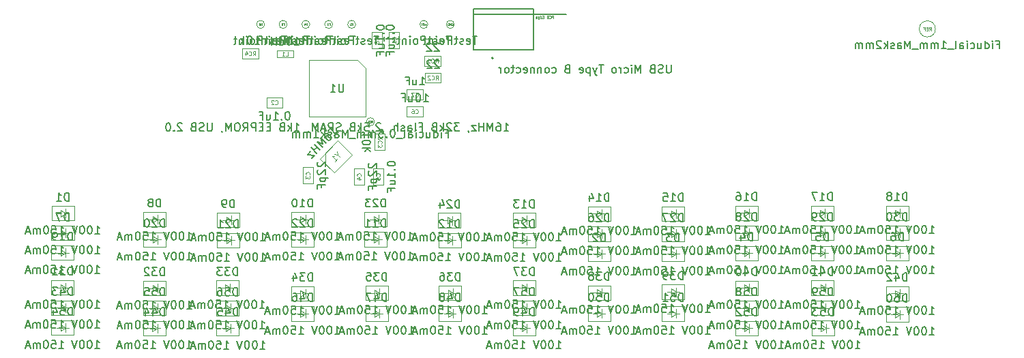
<source format=gbr>
%TF.GenerationSoftware,KiCad,Pcbnew,8.0.7*%
%TF.CreationDate,2025-01-06T21:25:14-08:00*%
%TF.ProjectId,Keyboard V1,4b657962-6f61-4726-9420-56312e6b6963,rev?*%
%TF.SameCoordinates,Original*%
%TF.FileFunction,AssemblyDrawing,Bot*%
%FSLAX46Y46*%
G04 Gerber Fmt 4.6, Leading zero omitted, Abs format (unit mm)*
G04 Created by KiCad (PCBNEW 8.0.7) date 2025-01-06 21:25:14*
%MOMM*%
%LPD*%
G01*
G04 APERTURE LIST*
%ADD10C,0.150000*%
%ADD11C,0.040000*%
%ADD12C,0.080000*%
%ADD13C,0.105000*%
%ADD14C,0.060000*%
%ADD15C,0.100000*%
%ADD16C,0.127000*%
%ADD17C,0.200000*%
G04 APERTURE END LIST*
D10*
X168973333Y-68134819D02*
X168401905Y-68134819D01*
X168687619Y-69134819D02*
X168687619Y-68134819D01*
X167687619Y-69087200D02*
X167782857Y-69134819D01*
X167782857Y-69134819D02*
X167973333Y-69134819D01*
X167973333Y-69134819D02*
X168068571Y-69087200D01*
X168068571Y-69087200D02*
X168116190Y-68991961D01*
X168116190Y-68991961D02*
X168116190Y-68611009D01*
X168116190Y-68611009D02*
X168068571Y-68515771D01*
X168068571Y-68515771D02*
X167973333Y-68468152D01*
X167973333Y-68468152D02*
X167782857Y-68468152D01*
X167782857Y-68468152D02*
X167687619Y-68515771D01*
X167687619Y-68515771D02*
X167640000Y-68611009D01*
X167640000Y-68611009D02*
X167640000Y-68706247D01*
X167640000Y-68706247D02*
X168116190Y-68801485D01*
X167259047Y-69087200D02*
X167163809Y-69134819D01*
X167163809Y-69134819D02*
X166973333Y-69134819D01*
X166973333Y-69134819D02*
X166878095Y-69087200D01*
X166878095Y-69087200D02*
X166830476Y-68991961D01*
X166830476Y-68991961D02*
X166830476Y-68944342D01*
X166830476Y-68944342D02*
X166878095Y-68849104D01*
X166878095Y-68849104D02*
X166973333Y-68801485D01*
X166973333Y-68801485D02*
X167116190Y-68801485D01*
X167116190Y-68801485D02*
X167211428Y-68753866D01*
X167211428Y-68753866D02*
X167259047Y-68658628D01*
X167259047Y-68658628D02*
X167259047Y-68611009D01*
X167259047Y-68611009D02*
X167211428Y-68515771D01*
X167211428Y-68515771D02*
X167116190Y-68468152D01*
X167116190Y-68468152D02*
X166973333Y-68468152D01*
X166973333Y-68468152D02*
X166878095Y-68515771D01*
X166544761Y-68468152D02*
X166163809Y-68468152D01*
X166401904Y-68134819D02*
X166401904Y-68991961D01*
X166401904Y-68991961D02*
X166354285Y-69087200D01*
X166354285Y-69087200D02*
X166259047Y-69134819D01*
X166259047Y-69134819D02*
X166163809Y-69134819D01*
X165830475Y-69134819D02*
X165830475Y-68134819D01*
X165830475Y-68134819D02*
X165449523Y-68134819D01*
X165449523Y-68134819D02*
X165354285Y-68182438D01*
X165354285Y-68182438D02*
X165306666Y-68230057D01*
X165306666Y-68230057D02*
X165259047Y-68325295D01*
X165259047Y-68325295D02*
X165259047Y-68468152D01*
X165259047Y-68468152D02*
X165306666Y-68563390D01*
X165306666Y-68563390D02*
X165354285Y-68611009D01*
X165354285Y-68611009D02*
X165449523Y-68658628D01*
X165449523Y-68658628D02*
X165830475Y-68658628D01*
X164687618Y-69134819D02*
X164782856Y-69087200D01*
X164782856Y-69087200D02*
X164830475Y-69039580D01*
X164830475Y-69039580D02*
X164878094Y-68944342D01*
X164878094Y-68944342D02*
X164878094Y-68658628D01*
X164878094Y-68658628D02*
X164830475Y-68563390D01*
X164830475Y-68563390D02*
X164782856Y-68515771D01*
X164782856Y-68515771D02*
X164687618Y-68468152D01*
X164687618Y-68468152D02*
X164544761Y-68468152D01*
X164544761Y-68468152D02*
X164449523Y-68515771D01*
X164449523Y-68515771D02*
X164401904Y-68563390D01*
X164401904Y-68563390D02*
X164354285Y-68658628D01*
X164354285Y-68658628D02*
X164354285Y-68944342D01*
X164354285Y-68944342D02*
X164401904Y-69039580D01*
X164401904Y-69039580D02*
X164449523Y-69087200D01*
X164449523Y-69087200D02*
X164544761Y-69134819D01*
X164544761Y-69134819D02*
X164687618Y-69134819D01*
X163925713Y-69134819D02*
X163925713Y-68468152D01*
X163925713Y-68134819D02*
X163973332Y-68182438D01*
X163973332Y-68182438D02*
X163925713Y-68230057D01*
X163925713Y-68230057D02*
X163878094Y-68182438D01*
X163878094Y-68182438D02*
X163925713Y-68134819D01*
X163925713Y-68134819D02*
X163925713Y-68230057D01*
X163449523Y-68468152D02*
X163449523Y-69134819D01*
X163449523Y-68563390D02*
X163401904Y-68515771D01*
X163401904Y-68515771D02*
X163306666Y-68468152D01*
X163306666Y-68468152D02*
X163163809Y-68468152D01*
X163163809Y-68468152D02*
X163068571Y-68515771D01*
X163068571Y-68515771D02*
X163020952Y-68611009D01*
X163020952Y-68611009D02*
X163020952Y-69134819D01*
X162687618Y-68468152D02*
X162306666Y-68468152D01*
X162544761Y-68134819D02*
X162544761Y-68991961D01*
X162544761Y-68991961D02*
X162497142Y-69087200D01*
X162497142Y-69087200D02*
X162401904Y-69134819D01*
X162401904Y-69134819D02*
X162306666Y-69134819D01*
D11*
X165961428Y-66698336D02*
X165770952Y-66698336D01*
X165866190Y-66793574D02*
X165866190Y-66603098D01*
X165532856Y-66543574D02*
X165651904Y-66543574D01*
X165651904Y-66543574D02*
X165663808Y-66662622D01*
X165663808Y-66662622D02*
X165651904Y-66650717D01*
X165651904Y-66650717D02*
X165628094Y-66638812D01*
X165628094Y-66638812D02*
X165568570Y-66638812D01*
X165568570Y-66638812D02*
X165544761Y-66650717D01*
X165544761Y-66650717D02*
X165532856Y-66662622D01*
X165532856Y-66662622D02*
X165520951Y-66686431D01*
X165520951Y-66686431D02*
X165520951Y-66745955D01*
X165520951Y-66745955D02*
X165532856Y-66769765D01*
X165532856Y-66769765D02*
X165544761Y-66781670D01*
X165544761Y-66781670D02*
X165568570Y-66793574D01*
X165568570Y-66793574D02*
X165628094Y-66793574D01*
X165628094Y-66793574D02*
X165651904Y-66781670D01*
X165651904Y-66781670D02*
X165663808Y-66769765D01*
X165449523Y-66543574D02*
X165366190Y-66793574D01*
X165366190Y-66793574D02*
X165282856Y-66543574D01*
D10*
X172253333Y-68134819D02*
X171681905Y-68134819D01*
X171967619Y-69134819D02*
X171967619Y-68134819D01*
X170967619Y-69087200D02*
X171062857Y-69134819D01*
X171062857Y-69134819D02*
X171253333Y-69134819D01*
X171253333Y-69134819D02*
X171348571Y-69087200D01*
X171348571Y-69087200D02*
X171396190Y-68991961D01*
X171396190Y-68991961D02*
X171396190Y-68611009D01*
X171396190Y-68611009D02*
X171348571Y-68515771D01*
X171348571Y-68515771D02*
X171253333Y-68468152D01*
X171253333Y-68468152D02*
X171062857Y-68468152D01*
X171062857Y-68468152D02*
X170967619Y-68515771D01*
X170967619Y-68515771D02*
X170920000Y-68611009D01*
X170920000Y-68611009D02*
X170920000Y-68706247D01*
X170920000Y-68706247D02*
X171396190Y-68801485D01*
X170539047Y-69087200D02*
X170443809Y-69134819D01*
X170443809Y-69134819D02*
X170253333Y-69134819D01*
X170253333Y-69134819D02*
X170158095Y-69087200D01*
X170158095Y-69087200D02*
X170110476Y-68991961D01*
X170110476Y-68991961D02*
X170110476Y-68944342D01*
X170110476Y-68944342D02*
X170158095Y-68849104D01*
X170158095Y-68849104D02*
X170253333Y-68801485D01*
X170253333Y-68801485D02*
X170396190Y-68801485D01*
X170396190Y-68801485D02*
X170491428Y-68753866D01*
X170491428Y-68753866D02*
X170539047Y-68658628D01*
X170539047Y-68658628D02*
X170539047Y-68611009D01*
X170539047Y-68611009D02*
X170491428Y-68515771D01*
X170491428Y-68515771D02*
X170396190Y-68468152D01*
X170396190Y-68468152D02*
X170253333Y-68468152D01*
X170253333Y-68468152D02*
X170158095Y-68515771D01*
X169824761Y-68468152D02*
X169443809Y-68468152D01*
X169681904Y-68134819D02*
X169681904Y-68991961D01*
X169681904Y-68991961D02*
X169634285Y-69087200D01*
X169634285Y-69087200D02*
X169539047Y-69134819D01*
X169539047Y-69134819D02*
X169443809Y-69134819D01*
X169110475Y-69134819D02*
X169110475Y-68134819D01*
X169110475Y-68134819D02*
X168729523Y-68134819D01*
X168729523Y-68134819D02*
X168634285Y-68182438D01*
X168634285Y-68182438D02*
X168586666Y-68230057D01*
X168586666Y-68230057D02*
X168539047Y-68325295D01*
X168539047Y-68325295D02*
X168539047Y-68468152D01*
X168539047Y-68468152D02*
X168586666Y-68563390D01*
X168586666Y-68563390D02*
X168634285Y-68611009D01*
X168634285Y-68611009D02*
X168729523Y-68658628D01*
X168729523Y-68658628D02*
X169110475Y-68658628D01*
X167967618Y-69134819D02*
X168062856Y-69087200D01*
X168062856Y-69087200D02*
X168110475Y-69039580D01*
X168110475Y-69039580D02*
X168158094Y-68944342D01*
X168158094Y-68944342D02*
X168158094Y-68658628D01*
X168158094Y-68658628D02*
X168110475Y-68563390D01*
X168110475Y-68563390D02*
X168062856Y-68515771D01*
X168062856Y-68515771D02*
X167967618Y-68468152D01*
X167967618Y-68468152D02*
X167824761Y-68468152D01*
X167824761Y-68468152D02*
X167729523Y-68515771D01*
X167729523Y-68515771D02*
X167681904Y-68563390D01*
X167681904Y-68563390D02*
X167634285Y-68658628D01*
X167634285Y-68658628D02*
X167634285Y-68944342D01*
X167634285Y-68944342D02*
X167681904Y-69039580D01*
X167681904Y-69039580D02*
X167729523Y-69087200D01*
X167729523Y-69087200D02*
X167824761Y-69134819D01*
X167824761Y-69134819D02*
X167967618Y-69134819D01*
X167205713Y-69134819D02*
X167205713Y-68468152D01*
X167205713Y-68134819D02*
X167253332Y-68182438D01*
X167253332Y-68182438D02*
X167205713Y-68230057D01*
X167205713Y-68230057D02*
X167158094Y-68182438D01*
X167158094Y-68182438D02*
X167205713Y-68134819D01*
X167205713Y-68134819D02*
X167205713Y-68230057D01*
X166729523Y-68468152D02*
X166729523Y-69134819D01*
X166729523Y-68563390D02*
X166681904Y-68515771D01*
X166681904Y-68515771D02*
X166586666Y-68468152D01*
X166586666Y-68468152D02*
X166443809Y-68468152D01*
X166443809Y-68468152D02*
X166348571Y-68515771D01*
X166348571Y-68515771D02*
X166300952Y-68611009D01*
X166300952Y-68611009D02*
X166300952Y-69134819D01*
X165967618Y-68468152D02*
X165586666Y-68468152D01*
X165824761Y-68134819D02*
X165824761Y-68991961D01*
X165824761Y-68991961D02*
X165777142Y-69087200D01*
X165777142Y-69087200D02*
X165681904Y-69134819D01*
X165681904Y-69134819D02*
X165586666Y-69134819D01*
D11*
X169110475Y-66555479D02*
X169134285Y-66543574D01*
X169134285Y-66543574D02*
X169169999Y-66543574D01*
X169169999Y-66543574D02*
X169205713Y-66555479D01*
X169205713Y-66555479D02*
X169229523Y-66579289D01*
X169229523Y-66579289D02*
X169241428Y-66603098D01*
X169241428Y-66603098D02*
X169253332Y-66650717D01*
X169253332Y-66650717D02*
X169253332Y-66686431D01*
X169253332Y-66686431D02*
X169241428Y-66734050D01*
X169241428Y-66734050D02*
X169229523Y-66757860D01*
X169229523Y-66757860D02*
X169205713Y-66781670D01*
X169205713Y-66781670D02*
X169169999Y-66793574D01*
X169169999Y-66793574D02*
X169146190Y-66793574D01*
X169146190Y-66793574D02*
X169110475Y-66781670D01*
X169110475Y-66781670D02*
X169098571Y-66769765D01*
X169098571Y-66769765D02*
X169098571Y-66686431D01*
X169098571Y-66686431D02*
X169146190Y-66686431D01*
X168991428Y-66793574D02*
X168991428Y-66543574D01*
X168991428Y-66543574D02*
X168848571Y-66793574D01*
X168848571Y-66793574D02*
X168848571Y-66543574D01*
X168729523Y-66793574D02*
X168729523Y-66543574D01*
X168729523Y-66543574D02*
X168669999Y-66543574D01*
X168669999Y-66543574D02*
X168634285Y-66555479D01*
X168634285Y-66555479D02*
X168610475Y-66579289D01*
X168610475Y-66579289D02*
X168598570Y-66603098D01*
X168598570Y-66603098D02*
X168586666Y-66650717D01*
X168586666Y-66650717D02*
X168586666Y-66686431D01*
X168586666Y-66686431D02*
X168598570Y-66734050D01*
X168598570Y-66734050D02*
X168610475Y-66757860D01*
X168610475Y-66757860D02*
X168634285Y-66781670D01*
X168634285Y-66781670D02*
X168669999Y-66793574D01*
X168669999Y-66793574D02*
X168729523Y-66793574D01*
D10*
X148713333Y-68134819D02*
X148141905Y-68134819D01*
X148427619Y-69134819D02*
X148427619Y-68134819D01*
X147427619Y-69087200D02*
X147522857Y-69134819D01*
X147522857Y-69134819D02*
X147713333Y-69134819D01*
X147713333Y-69134819D02*
X147808571Y-69087200D01*
X147808571Y-69087200D02*
X147856190Y-68991961D01*
X147856190Y-68991961D02*
X147856190Y-68611009D01*
X147856190Y-68611009D02*
X147808571Y-68515771D01*
X147808571Y-68515771D02*
X147713333Y-68468152D01*
X147713333Y-68468152D02*
X147522857Y-68468152D01*
X147522857Y-68468152D02*
X147427619Y-68515771D01*
X147427619Y-68515771D02*
X147380000Y-68611009D01*
X147380000Y-68611009D02*
X147380000Y-68706247D01*
X147380000Y-68706247D02*
X147856190Y-68801485D01*
X146999047Y-69087200D02*
X146903809Y-69134819D01*
X146903809Y-69134819D02*
X146713333Y-69134819D01*
X146713333Y-69134819D02*
X146618095Y-69087200D01*
X146618095Y-69087200D02*
X146570476Y-68991961D01*
X146570476Y-68991961D02*
X146570476Y-68944342D01*
X146570476Y-68944342D02*
X146618095Y-68849104D01*
X146618095Y-68849104D02*
X146713333Y-68801485D01*
X146713333Y-68801485D02*
X146856190Y-68801485D01*
X146856190Y-68801485D02*
X146951428Y-68753866D01*
X146951428Y-68753866D02*
X146999047Y-68658628D01*
X146999047Y-68658628D02*
X146999047Y-68611009D01*
X146999047Y-68611009D02*
X146951428Y-68515771D01*
X146951428Y-68515771D02*
X146856190Y-68468152D01*
X146856190Y-68468152D02*
X146713333Y-68468152D01*
X146713333Y-68468152D02*
X146618095Y-68515771D01*
X146284761Y-68468152D02*
X145903809Y-68468152D01*
X146141904Y-68134819D02*
X146141904Y-68991961D01*
X146141904Y-68991961D02*
X146094285Y-69087200D01*
X146094285Y-69087200D02*
X145999047Y-69134819D01*
X145999047Y-69134819D02*
X145903809Y-69134819D01*
X145570475Y-69134819D02*
X145570475Y-68134819D01*
X145570475Y-68134819D02*
X145189523Y-68134819D01*
X145189523Y-68134819D02*
X145094285Y-68182438D01*
X145094285Y-68182438D02*
X145046666Y-68230057D01*
X145046666Y-68230057D02*
X144999047Y-68325295D01*
X144999047Y-68325295D02*
X144999047Y-68468152D01*
X144999047Y-68468152D02*
X145046666Y-68563390D01*
X145046666Y-68563390D02*
X145094285Y-68611009D01*
X145094285Y-68611009D02*
X145189523Y-68658628D01*
X145189523Y-68658628D02*
X145570475Y-68658628D01*
X144427618Y-69134819D02*
X144522856Y-69087200D01*
X144522856Y-69087200D02*
X144570475Y-69039580D01*
X144570475Y-69039580D02*
X144618094Y-68944342D01*
X144618094Y-68944342D02*
X144618094Y-68658628D01*
X144618094Y-68658628D02*
X144570475Y-68563390D01*
X144570475Y-68563390D02*
X144522856Y-68515771D01*
X144522856Y-68515771D02*
X144427618Y-68468152D01*
X144427618Y-68468152D02*
X144284761Y-68468152D01*
X144284761Y-68468152D02*
X144189523Y-68515771D01*
X144189523Y-68515771D02*
X144141904Y-68563390D01*
X144141904Y-68563390D02*
X144094285Y-68658628D01*
X144094285Y-68658628D02*
X144094285Y-68944342D01*
X144094285Y-68944342D02*
X144141904Y-69039580D01*
X144141904Y-69039580D02*
X144189523Y-69087200D01*
X144189523Y-69087200D02*
X144284761Y-69134819D01*
X144284761Y-69134819D02*
X144427618Y-69134819D01*
X143665713Y-69134819D02*
X143665713Y-68468152D01*
X143665713Y-68134819D02*
X143713332Y-68182438D01*
X143713332Y-68182438D02*
X143665713Y-68230057D01*
X143665713Y-68230057D02*
X143618094Y-68182438D01*
X143618094Y-68182438D02*
X143665713Y-68134819D01*
X143665713Y-68134819D02*
X143665713Y-68230057D01*
X143189523Y-68468152D02*
X143189523Y-69134819D01*
X143189523Y-68563390D02*
X143141904Y-68515771D01*
X143141904Y-68515771D02*
X143046666Y-68468152D01*
X143046666Y-68468152D02*
X142903809Y-68468152D01*
X142903809Y-68468152D02*
X142808571Y-68515771D01*
X142808571Y-68515771D02*
X142760952Y-68611009D01*
X142760952Y-68611009D02*
X142760952Y-69134819D01*
X142427618Y-68468152D02*
X142046666Y-68468152D01*
X142284761Y-68134819D02*
X142284761Y-68991961D01*
X142284761Y-68991961D02*
X142237142Y-69087200D01*
X142237142Y-69087200D02*
X142141904Y-69134819D01*
X142141904Y-69134819D02*
X142046666Y-69134819D01*
D11*
X145463332Y-66662622D02*
X145546666Y-66662622D01*
X145546666Y-66793574D02*
X145546666Y-66543574D01*
X145546666Y-66543574D02*
X145427618Y-66543574D01*
X145225237Y-66543574D02*
X145272856Y-66543574D01*
X145272856Y-66543574D02*
X145296665Y-66555479D01*
X145296665Y-66555479D02*
X145308570Y-66567384D01*
X145308570Y-66567384D02*
X145332380Y-66603098D01*
X145332380Y-66603098D02*
X145344284Y-66650717D01*
X145344284Y-66650717D02*
X145344284Y-66745955D01*
X145344284Y-66745955D02*
X145332380Y-66769765D01*
X145332380Y-66769765D02*
X145320475Y-66781670D01*
X145320475Y-66781670D02*
X145296665Y-66793574D01*
X145296665Y-66793574D02*
X145249046Y-66793574D01*
X145249046Y-66793574D02*
X145225237Y-66781670D01*
X145225237Y-66781670D02*
X145213332Y-66769765D01*
X145213332Y-66769765D02*
X145201427Y-66745955D01*
X145201427Y-66745955D02*
X145201427Y-66686431D01*
X145201427Y-66686431D02*
X145213332Y-66662622D01*
X145213332Y-66662622D02*
X145225237Y-66650717D01*
X145225237Y-66650717D02*
X145249046Y-66638812D01*
X145249046Y-66638812D02*
X145296665Y-66638812D01*
X145296665Y-66638812D02*
X145320475Y-66650717D01*
X145320475Y-66650717D02*
X145332380Y-66662622D01*
X145332380Y-66662622D02*
X145344284Y-66686431D01*
D10*
X151503333Y-68134819D02*
X150931905Y-68134819D01*
X151217619Y-69134819D02*
X151217619Y-68134819D01*
X150217619Y-69087200D02*
X150312857Y-69134819D01*
X150312857Y-69134819D02*
X150503333Y-69134819D01*
X150503333Y-69134819D02*
X150598571Y-69087200D01*
X150598571Y-69087200D02*
X150646190Y-68991961D01*
X150646190Y-68991961D02*
X150646190Y-68611009D01*
X150646190Y-68611009D02*
X150598571Y-68515771D01*
X150598571Y-68515771D02*
X150503333Y-68468152D01*
X150503333Y-68468152D02*
X150312857Y-68468152D01*
X150312857Y-68468152D02*
X150217619Y-68515771D01*
X150217619Y-68515771D02*
X150170000Y-68611009D01*
X150170000Y-68611009D02*
X150170000Y-68706247D01*
X150170000Y-68706247D02*
X150646190Y-68801485D01*
X149789047Y-69087200D02*
X149693809Y-69134819D01*
X149693809Y-69134819D02*
X149503333Y-69134819D01*
X149503333Y-69134819D02*
X149408095Y-69087200D01*
X149408095Y-69087200D02*
X149360476Y-68991961D01*
X149360476Y-68991961D02*
X149360476Y-68944342D01*
X149360476Y-68944342D02*
X149408095Y-68849104D01*
X149408095Y-68849104D02*
X149503333Y-68801485D01*
X149503333Y-68801485D02*
X149646190Y-68801485D01*
X149646190Y-68801485D02*
X149741428Y-68753866D01*
X149741428Y-68753866D02*
X149789047Y-68658628D01*
X149789047Y-68658628D02*
X149789047Y-68611009D01*
X149789047Y-68611009D02*
X149741428Y-68515771D01*
X149741428Y-68515771D02*
X149646190Y-68468152D01*
X149646190Y-68468152D02*
X149503333Y-68468152D01*
X149503333Y-68468152D02*
X149408095Y-68515771D01*
X149074761Y-68468152D02*
X148693809Y-68468152D01*
X148931904Y-68134819D02*
X148931904Y-68991961D01*
X148931904Y-68991961D02*
X148884285Y-69087200D01*
X148884285Y-69087200D02*
X148789047Y-69134819D01*
X148789047Y-69134819D02*
X148693809Y-69134819D01*
X148360475Y-69134819D02*
X148360475Y-68134819D01*
X148360475Y-68134819D02*
X147979523Y-68134819D01*
X147979523Y-68134819D02*
X147884285Y-68182438D01*
X147884285Y-68182438D02*
X147836666Y-68230057D01*
X147836666Y-68230057D02*
X147789047Y-68325295D01*
X147789047Y-68325295D02*
X147789047Y-68468152D01*
X147789047Y-68468152D02*
X147836666Y-68563390D01*
X147836666Y-68563390D02*
X147884285Y-68611009D01*
X147884285Y-68611009D02*
X147979523Y-68658628D01*
X147979523Y-68658628D02*
X148360475Y-68658628D01*
X147217618Y-69134819D02*
X147312856Y-69087200D01*
X147312856Y-69087200D02*
X147360475Y-69039580D01*
X147360475Y-69039580D02*
X147408094Y-68944342D01*
X147408094Y-68944342D02*
X147408094Y-68658628D01*
X147408094Y-68658628D02*
X147360475Y-68563390D01*
X147360475Y-68563390D02*
X147312856Y-68515771D01*
X147312856Y-68515771D02*
X147217618Y-68468152D01*
X147217618Y-68468152D02*
X147074761Y-68468152D01*
X147074761Y-68468152D02*
X146979523Y-68515771D01*
X146979523Y-68515771D02*
X146931904Y-68563390D01*
X146931904Y-68563390D02*
X146884285Y-68658628D01*
X146884285Y-68658628D02*
X146884285Y-68944342D01*
X146884285Y-68944342D02*
X146931904Y-69039580D01*
X146931904Y-69039580D02*
X146979523Y-69087200D01*
X146979523Y-69087200D02*
X147074761Y-69134819D01*
X147074761Y-69134819D02*
X147217618Y-69134819D01*
X146455713Y-69134819D02*
X146455713Y-68468152D01*
X146455713Y-68134819D02*
X146503332Y-68182438D01*
X146503332Y-68182438D02*
X146455713Y-68230057D01*
X146455713Y-68230057D02*
X146408094Y-68182438D01*
X146408094Y-68182438D02*
X146455713Y-68134819D01*
X146455713Y-68134819D02*
X146455713Y-68230057D01*
X145979523Y-68468152D02*
X145979523Y-69134819D01*
X145979523Y-68563390D02*
X145931904Y-68515771D01*
X145931904Y-68515771D02*
X145836666Y-68468152D01*
X145836666Y-68468152D02*
X145693809Y-68468152D01*
X145693809Y-68468152D02*
X145598571Y-68515771D01*
X145598571Y-68515771D02*
X145550952Y-68611009D01*
X145550952Y-68611009D02*
X145550952Y-69134819D01*
X145217618Y-68468152D02*
X144836666Y-68468152D01*
X145074761Y-68134819D02*
X145074761Y-68991961D01*
X145074761Y-68991961D02*
X145027142Y-69087200D01*
X145027142Y-69087200D02*
X144931904Y-69134819D01*
X144931904Y-69134819D02*
X144836666Y-69134819D01*
D11*
X148253332Y-66662622D02*
X148336666Y-66662622D01*
X148336666Y-66793574D02*
X148336666Y-66543574D01*
X148336666Y-66543574D02*
X148217618Y-66543574D01*
X148003332Y-66543574D02*
X148122380Y-66543574D01*
X148122380Y-66543574D02*
X148134284Y-66662622D01*
X148134284Y-66662622D02*
X148122380Y-66650717D01*
X148122380Y-66650717D02*
X148098570Y-66638812D01*
X148098570Y-66638812D02*
X148039046Y-66638812D01*
X148039046Y-66638812D02*
X148015237Y-66650717D01*
X148015237Y-66650717D02*
X148003332Y-66662622D01*
X148003332Y-66662622D02*
X147991427Y-66686431D01*
X147991427Y-66686431D02*
X147991427Y-66745955D01*
X147991427Y-66745955D02*
X148003332Y-66769765D01*
X148003332Y-66769765D02*
X148015237Y-66781670D01*
X148015237Y-66781670D02*
X148039046Y-66793574D01*
X148039046Y-66793574D02*
X148098570Y-66793574D01*
X148098570Y-66793574D02*
X148122380Y-66781670D01*
X148122380Y-66781670D02*
X148134284Y-66769765D01*
D10*
X154323333Y-68134819D02*
X153751905Y-68134819D01*
X154037619Y-69134819D02*
X154037619Y-68134819D01*
X153037619Y-69087200D02*
X153132857Y-69134819D01*
X153132857Y-69134819D02*
X153323333Y-69134819D01*
X153323333Y-69134819D02*
X153418571Y-69087200D01*
X153418571Y-69087200D02*
X153466190Y-68991961D01*
X153466190Y-68991961D02*
X153466190Y-68611009D01*
X153466190Y-68611009D02*
X153418571Y-68515771D01*
X153418571Y-68515771D02*
X153323333Y-68468152D01*
X153323333Y-68468152D02*
X153132857Y-68468152D01*
X153132857Y-68468152D02*
X153037619Y-68515771D01*
X153037619Y-68515771D02*
X152990000Y-68611009D01*
X152990000Y-68611009D02*
X152990000Y-68706247D01*
X152990000Y-68706247D02*
X153466190Y-68801485D01*
X152609047Y-69087200D02*
X152513809Y-69134819D01*
X152513809Y-69134819D02*
X152323333Y-69134819D01*
X152323333Y-69134819D02*
X152228095Y-69087200D01*
X152228095Y-69087200D02*
X152180476Y-68991961D01*
X152180476Y-68991961D02*
X152180476Y-68944342D01*
X152180476Y-68944342D02*
X152228095Y-68849104D01*
X152228095Y-68849104D02*
X152323333Y-68801485D01*
X152323333Y-68801485D02*
X152466190Y-68801485D01*
X152466190Y-68801485D02*
X152561428Y-68753866D01*
X152561428Y-68753866D02*
X152609047Y-68658628D01*
X152609047Y-68658628D02*
X152609047Y-68611009D01*
X152609047Y-68611009D02*
X152561428Y-68515771D01*
X152561428Y-68515771D02*
X152466190Y-68468152D01*
X152466190Y-68468152D02*
X152323333Y-68468152D01*
X152323333Y-68468152D02*
X152228095Y-68515771D01*
X151894761Y-68468152D02*
X151513809Y-68468152D01*
X151751904Y-68134819D02*
X151751904Y-68991961D01*
X151751904Y-68991961D02*
X151704285Y-69087200D01*
X151704285Y-69087200D02*
X151609047Y-69134819D01*
X151609047Y-69134819D02*
X151513809Y-69134819D01*
X151180475Y-69134819D02*
X151180475Y-68134819D01*
X151180475Y-68134819D02*
X150799523Y-68134819D01*
X150799523Y-68134819D02*
X150704285Y-68182438D01*
X150704285Y-68182438D02*
X150656666Y-68230057D01*
X150656666Y-68230057D02*
X150609047Y-68325295D01*
X150609047Y-68325295D02*
X150609047Y-68468152D01*
X150609047Y-68468152D02*
X150656666Y-68563390D01*
X150656666Y-68563390D02*
X150704285Y-68611009D01*
X150704285Y-68611009D02*
X150799523Y-68658628D01*
X150799523Y-68658628D02*
X151180475Y-68658628D01*
X150037618Y-69134819D02*
X150132856Y-69087200D01*
X150132856Y-69087200D02*
X150180475Y-69039580D01*
X150180475Y-69039580D02*
X150228094Y-68944342D01*
X150228094Y-68944342D02*
X150228094Y-68658628D01*
X150228094Y-68658628D02*
X150180475Y-68563390D01*
X150180475Y-68563390D02*
X150132856Y-68515771D01*
X150132856Y-68515771D02*
X150037618Y-68468152D01*
X150037618Y-68468152D02*
X149894761Y-68468152D01*
X149894761Y-68468152D02*
X149799523Y-68515771D01*
X149799523Y-68515771D02*
X149751904Y-68563390D01*
X149751904Y-68563390D02*
X149704285Y-68658628D01*
X149704285Y-68658628D02*
X149704285Y-68944342D01*
X149704285Y-68944342D02*
X149751904Y-69039580D01*
X149751904Y-69039580D02*
X149799523Y-69087200D01*
X149799523Y-69087200D02*
X149894761Y-69134819D01*
X149894761Y-69134819D02*
X150037618Y-69134819D01*
X149275713Y-69134819D02*
X149275713Y-68468152D01*
X149275713Y-68134819D02*
X149323332Y-68182438D01*
X149323332Y-68182438D02*
X149275713Y-68230057D01*
X149275713Y-68230057D02*
X149228094Y-68182438D01*
X149228094Y-68182438D02*
X149275713Y-68134819D01*
X149275713Y-68134819D02*
X149275713Y-68230057D01*
X148799523Y-68468152D02*
X148799523Y-69134819D01*
X148799523Y-68563390D02*
X148751904Y-68515771D01*
X148751904Y-68515771D02*
X148656666Y-68468152D01*
X148656666Y-68468152D02*
X148513809Y-68468152D01*
X148513809Y-68468152D02*
X148418571Y-68515771D01*
X148418571Y-68515771D02*
X148370952Y-68611009D01*
X148370952Y-68611009D02*
X148370952Y-69134819D01*
X148037618Y-68468152D02*
X147656666Y-68468152D01*
X147894761Y-68134819D02*
X147894761Y-68991961D01*
X147894761Y-68991961D02*
X147847142Y-69087200D01*
X147847142Y-69087200D02*
X147751904Y-69134819D01*
X147751904Y-69134819D02*
X147656666Y-69134819D01*
D11*
X151073332Y-66662622D02*
X151156666Y-66662622D01*
X151156666Y-66793574D02*
X151156666Y-66543574D01*
X151156666Y-66543574D02*
X151037618Y-66543574D01*
X150835237Y-66626908D02*
X150835237Y-66793574D01*
X150894761Y-66531670D02*
X150954284Y-66710241D01*
X150954284Y-66710241D02*
X150799523Y-66710241D01*
D10*
X157163333Y-68134819D02*
X156591905Y-68134819D01*
X156877619Y-69134819D02*
X156877619Y-68134819D01*
X155877619Y-69087200D02*
X155972857Y-69134819D01*
X155972857Y-69134819D02*
X156163333Y-69134819D01*
X156163333Y-69134819D02*
X156258571Y-69087200D01*
X156258571Y-69087200D02*
X156306190Y-68991961D01*
X156306190Y-68991961D02*
X156306190Y-68611009D01*
X156306190Y-68611009D02*
X156258571Y-68515771D01*
X156258571Y-68515771D02*
X156163333Y-68468152D01*
X156163333Y-68468152D02*
X155972857Y-68468152D01*
X155972857Y-68468152D02*
X155877619Y-68515771D01*
X155877619Y-68515771D02*
X155830000Y-68611009D01*
X155830000Y-68611009D02*
X155830000Y-68706247D01*
X155830000Y-68706247D02*
X156306190Y-68801485D01*
X155449047Y-69087200D02*
X155353809Y-69134819D01*
X155353809Y-69134819D02*
X155163333Y-69134819D01*
X155163333Y-69134819D02*
X155068095Y-69087200D01*
X155068095Y-69087200D02*
X155020476Y-68991961D01*
X155020476Y-68991961D02*
X155020476Y-68944342D01*
X155020476Y-68944342D02*
X155068095Y-68849104D01*
X155068095Y-68849104D02*
X155163333Y-68801485D01*
X155163333Y-68801485D02*
X155306190Y-68801485D01*
X155306190Y-68801485D02*
X155401428Y-68753866D01*
X155401428Y-68753866D02*
X155449047Y-68658628D01*
X155449047Y-68658628D02*
X155449047Y-68611009D01*
X155449047Y-68611009D02*
X155401428Y-68515771D01*
X155401428Y-68515771D02*
X155306190Y-68468152D01*
X155306190Y-68468152D02*
X155163333Y-68468152D01*
X155163333Y-68468152D02*
X155068095Y-68515771D01*
X154734761Y-68468152D02*
X154353809Y-68468152D01*
X154591904Y-68134819D02*
X154591904Y-68991961D01*
X154591904Y-68991961D02*
X154544285Y-69087200D01*
X154544285Y-69087200D02*
X154449047Y-69134819D01*
X154449047Y-69134819D02*
X154353809Y-69134819D01*
X154020475Y-69134819D02*
X154020475Y-68134819D01*
X154020475Y-68134819D02*
X153639523Y-68134819D01*
X153639523Y-68134819D02*
X153544285Y-68182438D01*
X153544285Y-68182438D02*
X153496666Y-68230057D01*
X153496666Y-68230057D02*
X153449047Y-68325295D01*
X153449047Y-68325295D02*
X153449047Y-68468152D01*
X153449047Y-68468152D02*
X153496666Y-68563390D01*
X153496666Y-68563390D02*
X153544285Y-68611009D01*
X153544285Y-68611009D02*
X153639523Y-68658628D01*
X153639523Y-68658628D02*
X154020475Y-68658628D01*
X152877618Y-69134819D02*
X152972856Y-69087200D01*
X152972856Y-69087200D02*
X153020475Y-69039580D01*
X153020475Y-69039580D02*
X153068094Y-68944342D01*
X153068094Y-68944342D02*
X153068094Y-68658628D01*
X153068094Y-68658628D02*
X153020475Y-68563390D01*
X153020475Y-68563390D02*
X152972856Y-68515771D01*
X152972856Y-68515771D02*
X152877618Y-68468152D01*
X152877618Y-68468152D02*
X152734761Y-68468152D01*
X152734761Y-68468152D02*
X152639523Y-68515771D01*
X152639523Y-68515771D02*
X152591904Y-68563390D01*
X152591904Y-68563390D02*
X152544285Y-68658628D01*
X152544285Y-68658628D02*
X152544285Y-68944342D01*
X152544285Y-68944342D02*
X152591904Y-69039580D01*
X152591904Y-69039580D02*
X152639523Y-69087200D01*
X152639523Y-69087200D02*
X152734761Y-69134819D01*
X152734761Y-69134819D02*
X152877618Y-69134819D01*
X152115713Y-69134819D02*
X152115713Y-68468152D01*
X152115713Y-68134819D02*
X152163332Y-68182438D01*
X152163332Y-68182438D02*
X152115713Y-68230057D01*
X152115713Y-68230057D02*
X152068094Y-68182438D01*
X152068094Y-68182438D02*
X152115713Y-68134819D01*
X152115713Y-68134819D02*
X152115713Y-68230057D01*
X151639523Y-68468152D02*
X151639523Y-69134819D01*
X151639523Y-68563390D02*
X151591904Y-68515771D01*
X151591904Y-68515771D02*
X151496666Y-68468152D01*
X151496666Y-68468152D02*
X151353809Y-68468152D01*
X151353809Y-68468152D02*
X151258571Y-68515771D01*
X151258571Y-68515771D02*
X151210952Y-68611009D01*
X151210952Y-68611009D02*
X151210952Y-69134819D01*
X150877618Y-68468152D02*
X150496666Y-68468152D01*
X150734761Y-68134819D02*
X150734761Y-68991961D01*
X150734761Y-68991961D02*
X150687142Y-69087200D01*
X150687142Y-69087200D02*
X150591904Y-69134819D01*
X150591904Y-69134819D02*
X150496666Y-69134819D01*
D11*
X153913332Y-66662622D02*
X153996666Y-66662622D01*
X153996666Y-66793574D02*
X153996666Y-66543574D01*
X153996666Y-66543574D02*
X153877618Y-66543574D01*
X153651427Y-66793574D02*
X153794284Y-66793574D01*
X153722856Y-66793574D02*
X153722856Y-66543574D01*
X153722856Y-66543574D02*
X153746665Y-66579289D01*
X153746665Y-66579289D02*
X153770475Y-66603098D01*
X153770475Y-66603098D02*
X153794284Y-66615003D01*
D10*
X160013333Y-68134819D02*
X159441905Y-68134819D01*
X159727619Y-69134819D02*
X159727619Y-68134819D01*
X158727619Y-69087200D02*
X158822857Y-69134819D01*
X158822857Y-69134819D02*
X159013333Y-69134819D01*
X159013333Y-69134819D02*
X159108571Y-69087200D01*
X159108571Y-69087200D02*
X159156190Y-68991961D01*
X159156190Y-68991961D02*
X159156190Y-68611009D01*
X159156190Y-68611009D02*
X159108571Y-68515771D01*
X159108571Y-68515771D02*
X159013333Y-68468152D01*
X159013333Y-68468152D02*
X158822857Y-68468152D01*
X158822857Y-68468152D02*
X158727619Y-68515771D01*
X158727619Y-68515771D02*
X158680000Y-68611009D01*
X158680000Y-68611009D02*
X158680000Y-68706247D01*
X158680000Y-68706247D02*
X159156190Y-68801485D01*
X158299047Y-69087200D02*
X158203809Y-69134819D01*
X158203809Y-69134819D02*
X158013333Y-69134819D01*
X158013333Y-69134819D02*
X157918095Y-69087200D01*
X157918095Y-69087200D02*
X157870476Y-68991961D01*
X157870476Y-68991961D02*
X157870476Y-68944342D01*
X157870476Y-68944342D02*
X157918095Y-68849104D01*
X157918095Y-68849104D02*
X158013333Y-68801485D01*
X158013333Y-68801485D02*
X158156190Y-68801485D01*
X158156190Y-68801485D02*
X158251428Y-68753866D01*
X158251428Y-68753866D02*
X158299047Y-68658628D01*
X158299047Y-68658628D02*
X158299047Y-68611009D01*
X158299047Y-68611009D02*
X158251428Y-68515771D01*
X158251428Y-68515771D02*
X158156190Y-68468152D01*
X158156190Y-68468152D02*
X158013333Y-68468152D01*
X158013333Y-68468152D02*
X157918095Y-68515771D01*
X157584761Y-68468152D02*
X157203809Y-68468152D01*
X157441904Y-68134819D02*
X157441904Y-68991961D01*
X157441904Y-68991961D02*
X157394285Y-69087200D01*
X157394285Y-69087200D02*
X157299047Y-69134819D01*
X157299047Y-69134819D02*
X157203809Y-69134819D01*
X156870475Y-69134819D02*
X156870475Y-68134819D01*
X156870475Y-68134819D02*
X156489523Y-68134819D01*
X156489523Y-68134819D02*
X156394285Y-68182438D01*
X156394285Y-68182438D02*
X156346666Y-68230057D01*
X156346666Y-68230057D02*
X156299047Y-68325295D01*
X156299047Y-68325295D02*
X156299047Y-68468152D01*
X156299047Y-68468152D02*
X156346666Y-68563390D01*
X156346666Y-68563390D02*
X156394285Y-68611009D01*
X156394285Y-68611009D02*
X156489523Y-68658628D01*
X156489523Y-68658628D02*
X156870475Y-68658628D01*
X155727618Y-69134819D02*
X155822856Y-69087200D01*
X155822856Y-69087200D02*
X155870475Y-69039580D01*
X155870475Y-69039580D02*
X155918094Y-68944342D01*
X155918094Y-68944342D02*
X155918094Y-68658628D01*
X155918094Y-68658628D02*
X155870475Y-68563390D01*
X155870475Y-68563390D02*
X155822856Y-68515771D01*
X155822856Y-68515771D02*
X155727618Y-68468152D01*
X155727618Y-68468152D02*
X155584761Y-68468152D01*
X155584761Y-68468152D02*
X155489523Y-68515771D01*
X155489523Y-68515771D02*
X155441904Y-68563390D01*
X155441904Y-68563390D02*
X155394285Y-68658628D01*
X155394285Y-68658628D02*
X155394285Y-68944342D01*
X155394285Y-68944342D02*
X155441904Y-69039580D01*
X155441904Y-69039580D02*
X155489523Y-69087200D01*
X155489523Y-69087200D02*
X155584761Y-69134819D01*
X155584761Y-69134819D02*
X155727618Y-69134819D01*
X154965713Y-69134819D02*
X154965713Y-68468152D01*
X154965713Y-68134819D02*
X155013332Y-68182438D01*
X155013332Y-68182438D02*
X154965713Y-68230057D01*
X154965713Y-68230057D02*
X154918094Y-68182438D01*
X154918094Y-68182438D02*
X154965713Y-68134819D01*
X154965713Y-68134819D02*
X154965713Y-68230057D01*
X154489523Y-68468152D02*
X154489523Y-69134819D01*
X154489523Y-68563390D02*
X154441904Y-68515771D01*
X154441904Y-68515771D02*
X154346666Y-68468152D01*
X154346666Y-68468152D02*
X154203809Y-68468152D01*
X154203809Y-68468152D02*
X154108571Y-68515771D01*
X154108571Y-68515771D02*
X154060952Y-68611009D01*
X154060952Y-68611009D02*
X154060952Y-69134819D01*
X153727618Y-68468152D02*
X153346666Y-68468152D01*
X153584761Y-68134819D02*
X153584761Y-68991961D01*
X153584761Y-68991961D02*
X153537142Y-69087200D01*
X153537142Y-69087200D02*
X153441904Y-69134819D01*
X153441904Y-69134819D02*
X153346666Y-69134819D01*
D11*
X156763332Y-66662622D02*
X156846666Y-66662622D01*
X156846666Y-66793574D02*
X156846666Y-66543574D01*
X156846666Y-66543574D02*
X156727618Y-66543574D01*
X156584761Y-66543574D02*
X156560951Y-66543574D01*
X156560951Y-66543574D02*
X156537142Y-66555479D01*
X156537142Y-66555479D02*
X156525237Y-66567384D01*
X156525237Y-66567384D02*
X156513332Y-66591193D01*
X156513332Y-66591193D02*
X156501427Y-66638812D01*
X156501427Y-66638812D02*
X156501427Y-66698336D01*
X156501427Y-66698336D02*
X156513332Y-66745955D01*
X156513332Y-66745955D02*
X156525237Y-66769765D01*
X156525237Y-66769765D02*
X156537142Y-66781670D01*
X156537142Y-66781670D02*
X156560951Y-66793574D01*
X156560951Y-66793574D02*
X156584761Y-66793574D01*
X156584761Y-66793574D02*
X156608570Y-66781670D01*
X156608570Y-66781670D02*
X156620475Y-66769765D01*
X156620475Y-66769765D02*
X156632380Y-66745955D01*
X156632380Y-66745955D02*
X156644284Y-66698336D01*
X156644284Y-66698336D02*
X156644284Y-66638812D01*
X156644284Y-66638812D02*
X156632380Y-66591193D01*
X156632380Y-66591193D02*
X156620475Y-66567384D01*
X156620475Y-66567384D02*
X156608570Y-66555479D01*
X156608570Y-66555479D02*
X156584761Y-66543574D01*
D10*
X191382500Y-95244819D02*
X191953928Y-95244819D01*
X191668214Y-95244819D02*
X191668214Y-94244819D01*
X191668214Y-94244819D02*
X191763452Y-94387676D01*
X191763452Y-94387676D02*
X191858690Y-94482914D01*
X191858690Y-94482914D02*
X191953928Y-94530533D01*
X190763452Y-94244819D02*
X190668214Y-94244819D01*
X190668214Y-94244819D02*
X190572976Y-94292438D01*
X190572976Y-94292438D02*
X190525357Y-94340057D01*
X190525357Y-94340057D02*
X190477738Y-94435295D01*
X190477738Y-94435295D02*
X190430119Y-94625771D01*
X190430119Y-94625771D02*
X190430119Y-94863866D01*
X190430119Y-94863866D02*
X190477738Y-95054342D01*
X190477738Y-95054342D02*
X190525357Y-95149580D01*
X190525357Y-95149580D02*
X190572976Y-95197200D01*
X190572976Y-95197200D02*
X190668214Y-95244819D01*
X190668214Y-95244819D02*
X190763452Y-95244819D01*
X190763452Y-95244819D02*
X190858690Y-95197200D01*
X190858690Y-95197200D02*
X190906309Y-95149580D01*
X190906309Y-95149580D02*
X190953928Y-95054342D01*
X190953928Y-95054342D02*
X191001547Y-94863866D01*
X191001547Y-94863866D02*
X191001547Y-94625771D01*
X191001547Y-94625771D02*
X190953928Y-94435295D01*
X190953928Y-94435295D02*
X190906309Y-94340057D01*
X190906309Y-94340057D02*
X190858690Y-94292438D01*
X190858690Y-94292438D02*
X190763452Y-94244819D01*
X189811071Y-94244819D02*
X189715833Y-94244819D01*
X189715833Y-94244819D02*
X189620595Y-94292438D01*
X189620595Y-94292438D02*
X189572976Y-94340057D01*
X189572976Y-94340057D02*
X189525357Y-94435295D01*
X189525357Y-94435295D02*
X189477738Y-94625771D01*
X189477738Y-94625771D02*
X189477738Y-94863866D01*
X189477738Y-94863866D02*
X189525357Y-95054342D01*
X189525357Y-95054342D02*
X189572976Y-95149580D01*
X189572976Y-95149580D02*
X189620595Y-95197200D01*
X189620595Y-95197200D02*
X189715833Y-95244819D01*
X189715833Y-95244819D02*
X189811071Y-95244819D01*
X189811071Y-95244819D02*
X189906309Y-95197200D01*
X189906309Y-95197200D02*
X189953928Y-95149580D01*
X189953928Y-95149580D02*
X190001547Y-95054342D01*
X190001547Y-95054342D02*
X190049166Y-94863866D01*
X190049166Y-94863866D02*
X190049166Y-94625771D01*
X190049166Y-94625771D02*
X190001547Y-94435295D01*
X190001547Y-94435295D02*
X189953928Y-94340057D01*
X189953928Y-94340057D02*
X189906309Y-94292438D01*
X189906309Y-94292438D02*
X189811071Y-94244819D01*
X189192023Y-94244819D02*
X188858690Y-95244819D01*
X188858690Y-95244819D02*
X188525357Y-94244819D01*
X186906309Y-95244819D02*
X187477737Y-95244819D01*
X187192023Y-95244819D02*
X187192023Y-94244819D01*
X187192023Y-94244819D02*
X187287261Y-94387676D01*
X187287261Y-94387676D02*
X187382499Y-94482914D01*
X187382499Y-94482914D02*
X187477737Y-94530533D01*
X186001547Y-94244819D02*
X186477737Y-94244819D01*
X186477737Y-94244819D02*
X186525356Y-94721009D01*
X186525356Y-94721009D02*
X186477737Y-94673390D01*
X186477737Y-94673390D02*
X186382499Y-94625771D01*
X186382499Y-94625771D02*
X186144404Y-94625771D01*
X186144404Y-94625771D02*
X186049166Y-94673390D01*
X186049166Y-94673390D02*
X186001547Y-94721009D01*
X186001547Y-94721009D02*
X185953928Y-94816247D01*
X185953928Y-94816247D02*
X185953928Y-95054342D01*
X185953928Y-95054342D02*
X186001547Y-95149580D01*
X186001547Y-95149580D02*
X186049166Y-95197200D01*
X186049166Y-95197200D02*
X186144404Y-95244819D01*
X186144404Y-95244819D02*
X186382499Y-95244819D01*
X186382499Y-95244819D02*
X186477737Y-95197200D01*
X186477737Y-95197200D02*
X186525356Y-95149580D01*
X185334880Y-94244819D02*
X185239642Y-94244819D01*
X185239642Y-94244819D02*
X185144404Y-94292438D01*
X185144404Y-94292438D02*
X185096785Y-94340057D01*
X185096785Y-94340057D02*
X185049166Y-94435295D01*
X185049166Y-94435295D02*
X185001547Y-94625771D01*
X185001547Y-94625771D02*
X185001547Y-94863866D01*
X185001547Y-94863866D02*
X185049166Y-95054342D01*
X185049166Y-95054342D02*
X185096785Y-95149580D01*
X185096785Y-95149580D02*
X185144404Y-95197200D01*
X185144404Y-95197200D02*
X185239642Y-95244819D01*
X185239642Y-95244819D02*
X185334880Y-95244819D01*
X185334880Y-95244819D02*
X185430118Y-95197200D01*
X185430118Y-95197200D02*
X185477737Y-95149580D01*
X185477737Y-95149580D02*
X185525356Y-95054342D01*
X185525356Y-95054342D02*
X185572975Y-94863866D01*
X185572975Y-94863866D02*
X185572975Y-94625771D01*
X185572975Y-94625771D02*
X185525356Y-94435295D01*
X185525356Y-94435295D02*
X185477737Y-94340057D01*
X185477737Y-94340057D02*
X185430118Y-94292438D01*
X185430118Y-94292438D02*
X185334880Y-94244819D01*
X184572975Y-95244819D02*
X184572975Y-94578152D01*
X184572975Y-94673390D02*
X184525356Y-94625771D01*
X184525356Y-94625771D02*
X184430118Y-94578152D01*
X184430118Y-94578152D02*
X184287261Y-94578152D01*
X184287261Y-94578152D02*
X184192023Y-94625771D01*
X184192023Y-94625771D02*
X184144404Y-94721009D01*
X184144404Y-94721009D02*
X184144404Y-95244819D01*
X184144404Y-94721009D02*
X184096785Y-94625771D01*
X184096785Y-94625771D02*
X184001547Y-94578152D01*
X184001547Y-94578152D02*
X183858690Y-94578152D01*
X183858690Y-94578152D02*
X183763451Y-94625771D01*
X183763451Y-94625771D02*
X183715832Y-94721009D01*
X183715832Y-94721009D02*
X183715832Y-95244819D01*
X183287261Y-94959104D02*
X182811071Y-94959104D01*
X183382499Y-95244819D02*
X183049166Y-94244819D01*
X183049166Y-94244819D02*
X182715833Y-95244819D01*
X188596785Y-91144819D02*
X188596785Y-90144819D01*
X188596785Y-90144819D02*
X188358690Y-90144819D01*
X188358690Y-90144819D02*
X188215833Y-90192438D01*
X188215833Y-90192438D02*
X188120595Y-90287676D01*
X188120595Y-90287676D02*
X188072976Y-90382914D01*
X188072976Y-90382914D02*
X188025357Y-90573390D01*
X188025357Y-90573390D02*
X188025357Y-90716247D01*
X188025357Y-90716247D02*
X188072976Y-90906723D01*
X188072976Y-90906723D02*
X188120595Y-91001961D01*
X188120595Y-91001961D02*
X188215833Y-91097200D01*
X188215833Y-91097200D02*
X188358690Y-91144819D01*
X188358690Y-91144819D02*
X188596785Y-91144819D01*
X187644404Y-90240057D02*
X187596785Y-90192438D01*
X187596785Y-90192438D02*
X187501547Y-90144819D01*
X187501547Y-90144819D02*
X187263452Y-90144819D01*
X187263452Y-90144819D02*
X187168214Y-90192438D01*
X187168214Y-90192438D02*
X187120595Y-90240057D01*
X187120595Y-90240057D02*
X187072976Y-90335295D01*
X187072976Y-90335295D02*
X187072976Y-90430533D01*
X187072976Y-90430533D02*
X187120595Y-90573390D01*
X187120595Y-90573390D02*
X187692023Y-91144819D01*
X187692023Y-91144819D02*
X187072976Y-91144819D01*
X186215833Y-90144819D02*
X186406309Y-90144819D01*
X186406309Y-90144819D02*
X186501547Y-90192438D01*
X186501547Y-90192438D02*
X186549166Y-90240057D01*
X186549166Y-90240057D02*
X186644404Y-90382914D01*
X186644404Y-90382914D02*
X186692023Y-90573390D01*
X186692023Y-90573390D02*
X186692023Y-90954342D01*
X186692023Y-90954342D02*
X186644404Y-91049580D01*
X186644404Y-91049580D02*
X186596785Y-91097200D01*
X186596785Y-91097200D02*
X186501547Y-91144819D01*
X186501547Y-91144819D02*
X186311071Y-91144819D01*
X186311071Y-91144819D02*
X186215833Y-91097200D01*
X186215833Y-91097200D02*
X186168214Y-91049580D01*
X186168214Y-91049580D02*
X186120595Y-90954342D01*
X186120595Y-90954342D02*
X186120595Y-90716247D01*
X186120595Y-90716247D02*
X186168214Y-90621009D01*
X186168214Y-90621009D02*
X186215833Y-90573390D01*
X186215833Y-90573390D02*
X186311071Y-90525771D01*
X186311071Y-90525771D02*
X186501547Y-90525771D01*
X186501547Y-90525771D02*
X186596785Y-90573390D01*
X186596785Y-90573390D02*
X186644404Y-90621009D01*
X186644404Y-90621009D02*
X186692023Y-90716247D01*
X161104818Y-83937143D02*
X161104818Y-84032381D01*
X161104818Y-84032381D02*
X161152437Y-84127619D01*
X161152437Y-84127619D02*
X161200056Y-84175238D01*
X161200056Y-84175238D02*
X161295294Y-84222857D01*
X161295294Y-84222857D02*
X161485770Y-84270476D01*
X161485770Y-84270476D02*
X161723865Y-84270476D01*
X161723865Y-84270476D02*
X161914341Y-84222857D01*
X161914341Y-84222857D02*
X162009579Y-84175238D01*
X162009579Y-84175238D02*
X162057199Y-84127619D01*
X162057199Y-84127619D02*
X162104818Y-84032381D01*
X162104818Y-84032381D02*
X162104818Y-83937143D01*
X162104818Y-83937143D02*
X162057199Y-83841905D01*
X162057199Y-83841905D02*
X162009579Y-83794286D01*
X162009579Y-83794286D02*
X161914341Y-83746667D01*
X161914341Y-83746667D02*
X161723865Y-83699048D01*
X161723865Y-83699048D02*
X161485770Y-83699048D01*
X161485770Y-83699048D02*
X161295294Y-83746667D01*
X161295294Y-83746667D02*
X161200056Y-83794286D01*
X161200056Y-83794286D02*
X161152437Y-83841905D01*
X161152437Y-83841905D02*
X161104818Y-83937143D01*
X162009579Y-84699048D02*
X162057199Y-84746667D01*
X162057199Y-84746667D02*
X162104818Y-84699048D01*
X162104818Y-84699048D02*
X162057199Y-84651429D01*
X162057199Y-84651429D02*
X162009579Y-84699048D01*
X162009579Y-84699048D02*
X162104818Y-84699048D01*
X162104818Y-85699047D02*
X162104818Y-85127619D01*
X162104818Y-85413333D02*
X161104818Y-85413333D01*
X161104818Y-85413333D02*
X161247675Y-85318095D01*
X161247675Y-85318095D02*
X161342913Y-85222857D01*
X161342913Y-85222857D02*
X161390532Y-85127619D01*
X161438151Y-86556190D02*
X162104818Y-86556190D01*
X161438151Y-86127619D02*
X161961960Y-86127619D01*
X161961960Y-86127619D02*
X162057199Y-86175238D01*
X162057199Y-86175238D02*
X162104818Y-86270476D01*
X162104818Y-86270476D02*
X162104818Y-86413333D01*
X162104818Y-86413333D02*
X162057199Y-86508571D01*
X162057199Y-86508571D02*
X162009579Y-86556190D01*
X161581008Y-87365714D02*
X161581008Y-87032381D01*
X162104818Y-87032381D02*
X161104818Y-87032381D01*
X161104818Y-87032381D02*
X161104818Y-87508571D01*
D12*
X160149530Y-85496666D02*
X160173340Y-85472857D01*
X160173340Y-85472857D02*
X160197149Y-85401428D01*
X160197149Y-85401428D02*
X160197149Y-85353809D01*
X160197149Y-85353809D02*
X160173340Y-85282381D01*
X160173340Y-85282381D02*
X160125720Y-85234762D01*
X160125720Y-85234762D02*
X160078101Y-85210952D01*
X160078101Y-85210952D02*
X159982863Y-85187143D01*
X159982863Y-85187143D02*
X159911435Y-85187143D01*
X159911435Y-85187143D02*
X159816197Y-85210952D01*
X159816197Y-85210952D02*
X159768578Y-85234762D01*
X159768578Y-85234762D02*
X159720959Y-85282381D01*
X159720959Y-85282381D02*
X159697149Y-85353809D01*
X159697149Y-85353809D02*
X159697149Y-85401428D01*
X159697149Y-85401428D02*
X159720959Y-85472857D01*
X159720959Y-85472857D02*
X159744768Y-85496666D01*
X159697149Y-85949047D02*
X159697149Y-85710952D01*
X159697149Y-85710952D02*
X159935244Y-85687143D01*
X159935244Y-85687143D02*
X159911435Y-85710952D01*
X159911435Y-85710952D02*
X159887625Y-85758571D01*
X159887625Y-85758571D02*
X159887625Y-85877619D01*
X159887625Y-85877619D02*
X159911435Y-85925238D01*
X159911435Y-85925238D02*
X159935244Y-85949047D01*
X159935244Y-85949047D02*
X159982863Y-85972857D01*
X159982863Y-85972857D02*
X160101911Y-85972857D01*
X160101911Y-85972857D02*
X160149530Y-85949047D01*
X160149530Y-85949047D02*
X160173340Y-85925238D01*
X160173340Y-85925238D02*
X160197149Y-85877619D01*
X160197149Y-85877619D02*
X160197149Y-85758571D01*
X160197149Y-85758571D02*
X160173340Y-85710952D01*
X160173340Y-85710952D02*
X160149530Y-85687143D01*
D10*
X175580476Y-79924819D02*
X176151904Y-79924819D01*
X175866190Y-79924819D02*
X175866190Y-78924819D01*
X175866190Y-78924819D02*
X175961428Y-79067676D01*
X175961428Y-79067676D02*
X176056666Y-79162914D01*
X176056666Y-79162914D02*
X176151904Y-79210533D01*
X174723333Y-78924819D02*
X174913809Y-78924819D01*
X174913809Y-78924819D02*
X175009047Y-78972438D01*
X175009047Y-78972438D02*
X175056666Y-79020057D01*
X175056666Y-79020057D02*
X175151904Y-79162914D01*
X175151904Y-79162914D02*
X175199523Y-79353390D01*
X175199523Y-79353390D02*
X175199523Y-79734342D01*
X175199523Y-79734342D02*
X175151904Y-79829580D01*
X175151904Y-79829580D02*
X175104285Y-79877200D01*
X175104285Y-79877200D02*
X175009047Y-79924819D01*
X175009047Y-79924819D02*
X174818571Y-79924819D01*
X174818571Y-79924819D02*
X174723333Y-79877200D01*
X174723333Y-79877200D02*
X174675714Y-79829580D01*
X174675714Y-79829580D02*
X174628095Y-79734342D01*
X174628095Y-79734342D02*
X174628095Y-79496247D01*
X174628095Y-79496247D02*
X174675714Y-79401009D01*
X174675714Y-79401009D02*
X174723333Y-79353390D01*
X174723333Y-79353390D02*
X174818571Y-79305771D01*
X174818571Y-79305771D02*
X175009047Y-79305771D01*
X175009047Y-79305771D02*
X175104285Y-79353390D01*
X175104285Y-79353390D02*
X175151904Y-79401009D01*
X175151904Y-79401009D02*
X175199523Y-79496247D01*
X174199523Y-79924819D02*
X174199523Y-78924819D01*
X174199523Y-78924819D02*
X173866190Y-79639104D01*
X173866190Y-79639104D02*
X173532857Y-78924819D01*
X173532857Y-78924819D02*
X173532857Y-79924819D01*
X173056666Y-79924819D02*
X173056666Y-78924819D01*
X173056666Y-79401009D02*
X172485238Y-79401009D01*
X172485238Y-79924819D02*
X172485238Y-78924819D01*
X172104285Y-79258152D02*
X171580476Y-79258152D01*
X171580476Y-79258152D02*
X172104285Y-79924819D01*
X172104285Y-79924819D02*
X171580476Y-79924819D01*
X171151904Y-79877200D02*
X171151904Y-79924819D01*
X171151904Y-79924819D02*
X171199523Y-80020057D01*
X171199523Y-80020057D02*
X171247142Y-80067676D01*
X170056666Y-78924819D02*
X169437619Y-78924819D01*
X169437619Y-78924819D02*
X169770952Y-79305771D01*
X169770952Y-79305771D02*
X169628095Y-79305771D01*
X169628095Y-79305771D02*
X169532857Y-79353390D01*
X169532857Y-79353390D02*
X169485238Y-79401009D01*
X169485238Y-79401009D02*
X169437619Y-79496247D01*
X169437619Y-79496247D02*
X169437619Y-79734342D01*
X169437619Y-79734342D02*
X169485238Y-79829580D01*
X169485238Y-79829580D02*
X169532857Y-79877200D01*
X169532857Y-79877200D02*
X169628095Y-79924819D01*
X169628095Y-79924819D02*
X169913809Y-79924819D01*
X169913809Y-79924819D02*
X170009047Y-79877200D01*
X170009047Y-79877200D02*
X170056666Y-79829580D01*
X169056666Y-79020057D02*
X169009047Y-78972438D01*
X169009047Y-78972438D02*
X168913809Y-78924819D01*
X168913809Y-78924819D02*
X168675714Y-78924819D01*
X168675714Y-78924819D02*
X168580476Y-78972438D01*
X168580476Y-78972438D02*
X168532857Y-79020057D01*
X168532857Y-79020057D02*
X168485238Y-79115295D01*
X168485238Y-79115295D02*
X168485238Y-79210533D01*
X168485238Y-79210533D02*
X168532857Y-79353390D01*
X168532857Y-79353390D02*
X169104285Y-79924819D01*
X169104285Y-79924819D02*
X168485238Y-79924819D01*
X168056666Y-79924819D02*
X168056666Y-78924819D01*
X167961428Y-79543866D02*
X167675714Y-79924819D01*
X167675714Y-79258152D02*
X168056666Y-79639104D01*
X166913809Y-79401009D02*
X166770952Y-79448628D01*
X166770952Y-79448628D02*
X166723333Y-79496247D01*
X166723333Y-79496247D02*
X166675714Y-79591485D01*
X166675714Y-79591485D02*
X166675714Y-79734342D01*
X166675714Y-79734342D02*
X166723333Y-79829580D01*
X166723333Y-79829580D02*
X166770952Y-79877200D01*
X166770952Y-79877200D02*
X166866190Y-79924819D01*
X166866190Y-79924819D02*
X167247142Y-79924819D01*
X167247142Y-79924819D02*
X167247142Y-78924819D01*
X167247142Y-78924819D02*
X166913809Y-78924819D01*
X166913809Y-78924819D02*
X166818571Y-78972438D01*
X166818571Y-78972438D02*
X166770952Y-79020057D01*
X166770952Y-79020057D02*
X166723333Y-79115295D01*
X166723333Y-79115295D02*
X166723333Y-79210533D01*
X166723333Y-79210533D02*
X166770952Y-79305771D01*
X166770952Y-79305771D02*
X166818571Y-79353390D01*
X166818571Y-79353390D02*
X166913809Y-79401009D01*
X166913809Y-79401009D02*
X167247142Y-79401009D01*
X165151904Y-79401009D02*
X165485237Y-79401009D01*
X165485237Y-79924819D02*
X165485237Y-78924819D01*
X165485237Y-78924819D02*
X165009047Y-78924819D01*
X164485237Y-79924819D02*
X164580475Y-79877200D01*
X164580475Y-79877200D02*
X164628094Y-79781961D01*
X164628094Y-79781961D02*
X164628094Y-78924819D01*
X163675713Y-79924819D02*
X163675713Y-79401009D01*
X163675713Y-79401009D02*
X163723332Y-79305771D01*
X163723332Y-79305771D02*
X163818570Y-79258152D01*
X163818570Y-79258152D02*
X164009046Y-79258152D01*
X164009046Y-79258152D02*
X164104284Y-79305771D01*
X163675713Y-79877200D02*
X163770951Y-79924819D01*
X163770951Y-79924819D02*
X164009046Y-79924819D01*
X164009046Y-79924819D02*
X164104284Y-79877200D01*
X164104284Y-79877200D02*
X164151903Y-79781961D01*
X164151903Y-79781961D02*
X164151903Y-79686723D01*
X164151903Y-79686723D02*
X164104284Y-79591485D01*
X164104284Y-79591485D02*
X164009046Y-79543866D01*
X164009046Y-79543866D02*
X163770951Y-79543866D01*
X163770951Y-79543866D02*
X163675713Y-79496247D01*
X163247141Y-79877200D02*
X163151903Y-79924819D01*
X163151903Y-79924819D02*
X162961427Y-79924819D01*
X162961427Y-79924819D02*
X162866189Y-79877200D01*
X162866189Y-79877200D02*
X162818570Y-79781961D01*
X162818570Y-79781961D02*
X162818570Y-79734342D01*
X162818570Y-79734342D02*
X162866189Y-79639104D01*
X162866189Y-79639104D02*
X162961427Y-79591485D01*
X162961427Y-79591485D02*
X163104284Y-79591485D01*
X163104284Y-79591485D02*
X163199522Y-79543866D01*
X163199522Y-79543866D02*
X163247141Y-79448628D01*
X163247141Y-79448628D02*
X163247141Y-79401009D01*
X163247141Y-79401009D02*
X163199522Y-79305771D01*
X163199522Y-79305771D02*
X163104284Y-79258152D01*
X163104284Y-79258152D02*
X162961427Y-79258152D01*
X162961427Y-79258152D02*
X162866189Y-79305771D01*
X162389998Y-79924819D02*
X162389998Y-78924819D01*
X161961427Y-79924819D02*
X161961427Y-79401009D01*
X161961427Y-79401009D02*
X162009046Y-79305771D01*
X162009046Y-79305771D02*
X162104284Y-79258152D01*
X162104284Y-79258152D02*
X162247141Y-79258152D01*
X162247141Y-79258152D02*
X162342379Y-79305771D01*
X162342379Y-79305771D02*
X162389998Y-79353390D01*
X161437617Y-79877200D02*
X161437617Y-79924819D01*
X161437617Y-79924819D02*
X161485236Y-80020057D01*
X161485236Y-80020057D02*
X161532855Y-80067676D01*
X160294760Y-79020057D02*
X160247141Y-78972438D01*
X160247141Y-78972438D02*
X160151903Y-78924819D01*
X160151903Y-78924819D02*
X159913808Y-78924819D01*
X159913808Y-78924819D02*
X159818570Y-78972438D01*
X159818570Y-78972438D02*
X159770951Y-79020057D01*
X159770951Y-79020057D02*
X159723332Y-79115295D01*
X159723332Y-79115295D02*
X159723332Y-79210533D01*
X159723332Y-79210533D02*
X159770951Y-79353390D01*
X159770951Y-79353390D02*
X160342379Y-79924819D01*
X160342379Y-79924819D02*
X159723332Y-79924819D01*
X159294760Y-79829580D02*
X159247141Y-79877200D01*
X159247141Y-79877200D02*
X159294760Y-79924819D01*
X159294760Y-79924819D02*
X159342379Y-79877200D01*
X159342379Y-79877200D02*
X159294760Y-79829580D01*
X159294760Y-79829580D02*
X159294760Y-79924819D01*
X158342380Y-78924819D02*
X158818570Y-78924819D01*
X158818570Y-78924819D02*
X158866189Y-79401009D01*
X158866189Y-79401009D02*
X158818570Y-79353390D01*
X158818570Y-79353390D02*
X158723332Y-79305771D01*
X158723332Y-79305771D02*
X158485237Y-79305771D01*
X158485237Y-79305771D02*
X158389999Y-79353390D01*
X158389999Y-79353390D02*
X158342380Y-79401009D01*
X158342380Y-79401009D02*
X158294761Y-79496247D01*
X158294761Y-79496247D02*
X158294761Y-79734342D01*
X158294761Y-79734342D02*
X158342380Y-79829580D01*
X158342380Y-79829580D02*
X158389999Y-79877200D01*
X158389999Y-79877200D02*
X158485237Y-79924819D01*
X158485237Y-79924819D02*
X158723332Y-79924819D01*
X158723332Y-79924819D02*
X158818570Y-79877200D01*
X158818570Y-79877200D02*
X158866189Y-79829580D01*
X157866189Y-79924819D02*
X157866189Y-78924819D01*
X157770951Y-79543866D02*
X157485237Y-79924819D01*
X157485237Y-79258152D02*
X157866189Y-79639104D01*
X156723332Y-79401009D02*
X156580475Y-79448628D01*
X156580475Y-79448628D02*
X156532856Y-79496247D01*
X156532856Y-79496247D02*
X156485237Y-79591485D01*
X156485237Y-79591485D02*
X156485237Y-79734342D01*
X156485237Y-79734342D02*
X156532856Y-79829580D01*
X156532856Y-79829580D02*
X156580475Y-79877200D01*
X156580475Y-79877200D02*
X156675713Y-79924819D01*
X156675713Y-79924819D02*
X157056665Y-79924819D01*
X157056665Y-79924819D02*
X157056665Y-78924819D01*
X157056665Y-78924819D02*
X156723332Y-78924819D01*
X156723332Y-78924819D02*
X156628094Y-78972438D01*
X156628094Y-78972438D02*
X156580475Y-79020057D01*
X156580475Y-79020057D02*
X156532856Y-79115295D01*
X156532856Y-79115295D02*
X156532856Y-79210533D01*
X156532856Y-79210533D02*
X156580475Y-79305771D01*
X156580475Y-79305771D02*
X156628094Y-79353390D01*
X156628094Y-79353390D02*
X156723332Y-79401009D01*
X156723332Y-79401009D02*
X157056665Y-79401009D01*
X155342379Y-79877200D02*
X155199522Y-79924819D01*
X155199522Y-79924819D02*
X154961427Y-79924819D01*
X154961427Y-79924819D02*
X154866189Y-79877200D01*
X154866189Y-79877200D02*
X154818570Y-79829580D01*
X154818570Y-79829580D02*
X154770951Y-79734342D01*
X154770951Y-79734342D02*
X154770951Y-79639104D01*
X154770951Y-79639104D02*
X154818570Y-79543866D01*
X154818570Y-79543866D02*
X154866189Y-79496247D01*
X154866189Y-79496247D02*
X154961427Y-79448628D01*
X154961427Y-79448628D02*
X155151903Y-79401009D01*
X155151903Y-79401009D02*
X155247141Y-79353390D01*
X155247141Y-79353390D02*
X155294760Y-79305771D01*
X155294760Y-79305771D02*
X155342379Y-79210533D01*
X155342379Y-79210533D02*
X155342379Y-79115295D01*
X155342379Y-79115295D02*
X155294760Y-79020057D01*
X155294760Y-79020057D02*
X155247141Y-78972438D01*
X155247141Y-78972438D02*
X155151903Y-78924819D01*
X155151903Y-78924819D02*
X154913808Y-78924819D01*
X154913808Y-78924819D02*
X154770951Y-78972438D01*
X153770951Y-79924819D02*
X154104284Y-79448628D01*
X154342379Y-79924819D02*
X154342379Y-78924819D01*
X154342379Y-78924819D02*
X153961427Y-78924819D01*
X153961427Y-78924819D02*
X153866189Y-78972438D01*
X153866189Y-78972438D02*
X153818570Y-79020057D01*
X153818570Y-79020057D02*
X153770951Y-79115295D01*
X153770951Y-79115295D02*
X153770951Y-79258152D01*
X153770951Y-79258152D02*
X153818570Y-79353390D01*
X153818570Y-79353390D02*
X153866189Y-79401009D01*
X153866189Y-79401009D02*
X153961427Y-79448628D01*
X153961427Y-79448628D02*
X154342379Y-79448628D01*
X153389998Y-79639104D02*
X152913808Y-79639104D01*
X153485236Y-79924819D02*
X153151903Y-78924819D01*
X153151903Y-78924819D02*
X152818570Y-79924819D01*
X152485236Y-79924819D02*
X152485236Y-78924819D01*
X152485236Y-78924819D02*
X152151903Y-79639104D01*
X152151903Y-79639104D02*
X151818570Y-78924819D01*
X151818570Y-78924819D02*
X151818570Y-79924819D01*
X151294760Y-79877200D02*
X151294760Y-79924819D01*
X151294760Y-79924819D02*
X151342379Y-80020057D01*
X151342379Y-80020057D02*
X151389998Y-80067676D01*
X149580475Y-79924819D02*
X150151903Y-79924819D01*
X149866189Y-79924819D02*
X149866189Y-78924819D01*
X149866189Y-78924819D02*
X149961427Y-79067676D01*
X149961427Y-79067676D02*
X150056665Y-79162914D01*
X150056665Y-79162914D02*
X150151903Y-79210533D01*
X149151903Y-79924819D02*
X149151903Y-78924819D01*
X149056665Y-79543866D02*
X148770951Y-79924819D01*
X148770951Y-79258152D02*
X149151903Y-79639104D01*
X148009046Y-79401009D02*
X147866189Y-79448628D01*
X147866189Y-79448628D02*
X147818570Y-79496247D01*
X147818570Y-79496247D02*
X147770951Y-79591485D01*
X147770951Y-79591485D02*
X147770951Y-79734342D01*
X147770951Y-79734342D02*
X147818570Y-79829580D01*
X147818570Y-79829580D02*
X147866189Y-79877200D01*
X147866189Y-79877200D02*
X147961427Y-79924819D01*
X147961427Y-79924819D02*
X148342379Y-79924819D01*
X148342379Y-79924819D02*
X148342379Y-78924819D01*
X148342379Y-78924819D02*
X148009046Y-78924819D01*
X148009046Y-78924819D02*
X147913808Y-78972438D01*
X147913808Y-78972438D02*
X147866189Y-79020057D01*
X147866189Y-79020057D02*
X147818570Y-79115295D01*
X147818570Y-79115295D02*
X147818570Y-79210533D01*
X147818570Y-79210533D02*
X147866189Y-79305771D01*
X147866189Y-79305771D02*
X147913808Y-79353390D01*
X147913808Y-79353390D02*
X148009046Y-79401009D01*
X148009046Y-79401009D02*
X148342379Y-79401009D01*
X146580474Y-79401009D02*
X146247141Y-79401009D01*
X146104284Y-79924819D02*
X146580474Y-79924819D01*
X146580474Y-79924819D02*
X146580474Y-78924819D01*
X146580474Y-78924819D02*
X146104284Y-78924819D01*
X145675712Y-79401009D02*
X145342379Y-79401009D01*
X145199522Y-79924819D02*
X145675712Y-79924819D01*
X145675712Y-79924819D02*
X145675712Y-78924819D01*
X145675712Y-78924819D02*
X145199522Y-78924819D01*
X144770950Y-79924819D02*
X144770950Y-78924819D01*
X144770950Y-78924819D02*
X144389998Y-78924819D01*
X144389998Y-78924819D02*
X144294760Y-78972438D01*
X144294760Y-78972438D02*
X144247141Y-79020057D01*
X144247141Y-79020057D02*
X144199522Y-79115295D01*
X144199522Y-79115295D02*
X144199522Y-79258152D01*
X144199522Y-79258152D02*
X144247141Y-79353390D01*
X144247141Y-79353390D02*
X144294760Y-79401009D01*
X144294760Y-79401009D02*
X144389998Y-79448628D01*
X144389998Y-79448628D02*
X144770950Y-79448628D01*
X143199522Y-79924819D02*
X143532855Y-79448628D01*
X143770950Y-79924819D02*
X143770950Y-78924819D01*
X143770950Y-78924819D02*
X143389998Y-78924819D01*
X143389998Y-78924819D02*
X143294760Y-78972438D01*
X143294760Y-78972438D02*
X143247141Y-79020057D01*
X143247141Y-79020057D02*
X143199522Y-79115295D01*
X143199522Y-79115295D02*
X143199522Y-79258152D01*
X143199522Y-79258152D02*
X143247141Y-79353390D01*
X143247141Y-79353390D02*
X143294760Y-79401009D01*
X143294760Y-79401009D02*
X143389998Y-79448628D01*
X143389998Y-79448628D02*
X143770950Y-79448628D01*
X142580474Y-78924819D02*
X142389998Y-78924819D01*
X142389998Y-78924819D02*
X142294760Y-78972438D01*
X142294760Y-78972438D02*
X142199522Y-79067676D01*
X142199522Y-79067676D02*
X142151903Y-79258152D01*
X142151903Y-79258152D02*
X142151903Y-79591485D01*
X142151903Y-79591485D02*
X142199522Y-79781961D01*
X142199522Y-79781961D02*
X142294760Y-79877200D01*
X142294760Y-79877200D02*
X142389998Y-79924819D01*
X142389998Y-79924819D02*
X142580474Y-79924819D01*
X142580474Y-79924819D02*
X142675712Y-79877200D01*
X142675712Y-79877200D02*
X142770950Y-79781961D01*
X142770950Y-79781961D02*
X142818569Y-79591485D01*
X142818569Y-79591485D02*
X142818569Y-79258152D01*
X142818569Y-79258152D02*
X142770950Y-79067676D01*
X142770950Y-79067676D02*
X142675712Y-78972438D01*
X142675712Y-78972438D02*
X142580474Y-78924819D01*
X141723331Y-79924819D02*
X141723331Y-78924819D01*
X141723331Y-78924819D02*
X141389998Y-79639104D01*
X141389998Y-79639104D02*
X141056665Y-78924819D01*
X141056665Y-78924819D02*
X141056665Y-79924819D01*
X140532855Y-79877200D02*
X140532855Y-79924819D01*
X140532855Y-79924819D02*
X140580474Y-80020057D01*
X140580474Y-80020057D02*
X140628093Y-80067676D01*
X139342379Y-78924819D02*
X139342379Y-79734342D01*
X139342379Y-79734342D02*
X139294760Y-79829580D01*
X139294760Y-79829580D02*
X139247141Y-79877200D01*
X139247141Y-79877200D02*
X139151903Y-79924819D01*
X139151903Y-79924819D02*
X138961427Y-79924819D01*
X138961427Y-79924819D02*
X138866189Y-79877200D01*
X138866189Y-79877200D02*
X138818570Y-79829580D01*
X138818570Y-79829580D02*
X138770951Y-79734342D01*
X138770951Y-79734342D02*
X138770951Y-78924819D01*
X138342379Y-79877200D02*
X138199522Y-79924819D01*
X138199522Y-79924819D02*
X137961427Y-79924819D01*
X137961427Y-79924819D02*
X137866189Y-79877200D01*
X137866189Y-79877200D02*
X137818570Y-79829580D01*
X137818570Y-79829580D02*
X137770951Y-79734342D01*
X137770951Y-79734342D02*
X137770951Y-79639104D01*
X137770951Y-79639104D02*
X137818570Y-79543866D01*
X137818570Y-79543866D02*
X137866189Y-79496247D01*
X137866189Y-79496247D02*
X137961427Y-79448628D01*
X137961427Y-79448628D02*
X138151903Y-79401009D01*
X138151903Y-79401009D02*
X138247141Y-79353390D01*
X138247141Y-79353390D02*
X138294760Y-79305771D01*
X138294760Y-79305771D02*
X138342379Y-79210533D01*
X138342379Y-79210533D02*
X138342379Y-79115295D01*
X138342379Y-79115295D02*
X138294760Y-79020057D01*
X138294760Y-79020057D02*
X138247141Y-78972438D01*
X138247141Y-78972438D02*
X138151903Y-78924819D01*
X138151903Y-78924819D02*
X137913808Y-78924819D01*
X137913808Y-78924819D02*
X137770951Y-78972438D01*
X137009046Y-79401009D02*
X136866189Y-79448628D01*
X136866189Y-79448628D02*
X136818570Y-79496247D01*
X136818570Y-79496247D02*
X136770951Y-79591485D01*
X136770951Y-79591485D02*
X136770951Y-79734342D01*
X136770951Y-79734342D02*
X136818570Y-79829580D01*
X136818570Y-79829580D02*
X136866189Y-79877200D01*
X136866189Y-79877200D02*
X136961427Y-79924819D01*
X136961427Y-79924819D02*
X137342379Y-79924819D01*
X137342379Y-79924819D02*
X137342379Y-78924819D01*
X137342379Y-78924819D02*
X137009046Y-78924819D01*
X137009046Y-78924819D02*
X136913808Y-78972438D01*
X136913808Y-78972438D02*
X136866189Y-79020057D01*
X136866189Y-79020057D02*
X136818570Y-79115295D01*
X136818570Y-79115295D02*
X136818570Y-79210533D01*
X136818570Y-79210533D02*
X136866189Y-79305771D01*
X136866189Y-79305771D02*
X136913808Y-79353390D01*
X136913808Y-79353390D02*
X137009046Y-79401009D01*
X137009046Y-79401009D02*
X137342379Y-79401009D01*
X135628093Y-79020057D02*
X135580474Y-78972438D01*
X135580474Y-78972438D02*
X135485236Y-78924819D01*
X135485236Y-78924819D02*
X135247141Y-78924819D01*
X135247141Y-78924819D02*
X135151903Y-78972438D01*
X135151903Y-78972438D02*
X135104284Y-79020057D01*
X135104284Y-79020057D02*
X135056665Y-79115295D01*
X135056665Y-79115295D02*
X135056665Y-79210533D01*
X135056665Y-79210533D02*
X135104284Y-79353390D01*
X135104284Y-79353390D02*
X135675712Y-79924819D01*
X135675712Y-79924819D02*
X135056665Y-79924819D01*
X134628093Y-79829580D02*
X134580474Y-79877200D01*
X134580474Y-79877200D02*
X134628093Y-79924819D01*
X134628093Y-79924819D02*
X134675712Y-79877200D01*
X134675712Y-79877200D02*
X134628093Y-79829580D01*
X134628093Y-79829580D02*
X134628093Y-79924819D01*
X133961427Y-78924819D02*
X133866189Y-78924819D01*
X133866189Y-78924819D02*
X133770951Y-78972438D01*
X133770951Y-78972438D02*
X133723332Y-79020057D01*
X133723332Y-79020057D02*
X133675713Y-79115295D01*
X133675713Y-79115295D02*
X133628094Y-79305771D01*
X133628094Y-79305771D02*
X133628094Y-79543866D01*
X133628094Y-79543866D02*
X133675713Y-79734342D01*
X133675713Y-79734342D02*
X133723332Y-79829580D01*
X133723332Y-79829580D02*
X133770951Y-79877200D01*
X133770951Y-79877200D02*
X133866189Y-79924819D01*
X133866189Y-79924819D02*
X133961427Y-79924819D01*
X133961427Y-79924819D02*
X134056665Y-79877200D01*
X134056665Y-79877200D02*
X134104284Y-79829580D01*
X134104284Y-79829580D02*
X134151903Y-79734342D01*
X134151903Y-79734342D02*
X134199522Y-79543866D01*
X134199522Y-79543866D02*
X134199522Y-79305771D01*
X134199522Y-79305771D02*
X134151903Y-79115295D01*
X134151903Y-79115295D02*
X134104284Y-79020057D01*
X134104284Y-79020057D02*
X134056665Y-78972438D01*
X134056665Y-78972438D02*
X133961427Y-78924819D01*
X155651904Y-74094819D02*
X155651904Y-74904342D01*
X155651904Y-74904342D02*
X155604285Y-74999580D01*
X155604285Y-74999580D02*
X155556666Y-75047200D01*
X155556666Y-75047200D02*
X155461428Y-75094819D01*
X155461428Y-75094819D02*
X155270952Y-75094819D01*
X155270952Y-75094819D02*
X155175714Y-75047200D01*
X155175714Y-75047200D02*
X155128095Y-74999580D01*
X155128095Y-74999580D02*
X155080476Y-74904342D01*
X155080476Y-74904342D02*
X155080476Y-74094819D01*
X154080476Y-75094819D02*
X154651904Y-75094819D01*
X154366190Y-75094819D02*
X154366190Y-74094819D01*
X154366190Y-74094819D02*
X154461428Y-74237676D01*
X154461428Y-74237676D02*
X154556666Y-74332914D01*
X154556666Y-74332914D02*
X154651904Y-74380533D01*
X172882500Y-102599819D02*
X173453928Y-102599819D01*
X173168214Y-102599819D02*
X173168214Y-101599819D01*
X173168214Y-101599819D02*
X173263452Y-101742676D01*
X173263452Y-101742676D02*
X173358690Y-101837914D01*
X173358690Y-101837914D02*
X173453928Y-101885533D01*
X172263452Y-101599819D02*
X172168214Y-101599819D01*
X172168214Y-101599819D02*
X172072976Y-101647438D01*
X172072976Y-101647438D02*
X172025357Y-101695057D01*
X172025357Y-101695057D02*
X171977738Y-101790295D01*
X171977738Y-101790295D02*
X171930119Y-101980771D01*
X171930119Y-101980771D02*
X171930119Y-102218866D01*
X171930119Y-102218866D02*
X171977738Y-102409342D01*
X171977738Y-102409342D02*
X172025357Y-102504580D01*
X172025357Y-102504580D02*
X172072976Y-102552200D01*
X172072976Y-102552200D02*
X172168214Y-102599819D01*
X172168214Y-102599819D02*
X172263452Y-102599819D01*
X172263452Y-102599819D02*
X172358690Y-102552200D01*
X172358690Y-102552200D02*
X172406309Y-102504580D01*
X172406309Y-102504580D02*
X172453928Y-102409342D01*
X172453928Y-102409342D02*
X172501547Y-102218866D01*
X172501547Y-102218866D02*
X172501547Y-101980771D01*
X172501547Y-101980771D02*
X172453928Y-101790295D01*
X172453928Y-101790295D02*
X172406309Y-101695057D01*
X172406309Y-101695057D02*
X172358690Y-101647438D01*
X172358690Y-101647438D02*
X172263452Y-101599819D01*
X171311071Y-101599819D02*
X171215833Y-101599819D01*
X171215833Y-101599819D02*
X171120595Y-101647438D01*
X171120595Y-101647438D02*
X171072976Y-101695057D01*
X171072976Y-101695057D02*
X171025357Y-101790295D01*
X171025357Y-101790295D02*
X170977738Y-101980771D01*
X170977738Y-101980771D02*
X170977738Y-102218866D01*
X170977738Y-102218866D02*
X171025357Y-102409342D01*
X171025357Y-102409342D02*
X171072976Y-102504580D01*
X171072976Y-102504580D02*
X171120595Y-102552200D01*
X171120595Y-102552200D02*
X171215833Y-102599819D01*
X171215833Y-102599819D02*
X171311071Y-102599819D01*
X171311071Y-102599819D02*
X171406309Y-102552200D01*
X171406309Y-102552200D02*
X171453928Y-102504580D01*
X171453928Y-102504580D02*
X171501547Y-102409342D01*
X171501547Y-102409342D02*
X171549166Y-102218866D01*
X171549166Y-102218866D02*
X171549166Y-101980771D01*
X171549166Y-101980771D02*
X171501547Y-101790295D01*
X171501547Y-101790295D02*
X171453928Y-101695057D01*
X171453928Y-101695057D02*
X171406309Y-101647438D01*
X171406309Y-101647438D02*
X171311071Y-101599819D01*
X170692023Y-101599819D02*
X170358690Y-102599819D01*
X170358690Y-102599819D02*
X170025357Y-101599819D01*
X168406309Y-102599819D02*
X168977737Y-102599819D01*
X168692023Y-102599819D02*
X168692023Y-101599819D01*
X168692023Y-101599819D02*
X168787261Y-101742676D01*
X168787261Y-101742676D02*
X168882499Y-101837914D01*
X168882499Y-101837914D02*
X168977737Y-101885533D01*
X167501547Y-101599819D02*
X167977737Y-101599819D01*
X167977737Y-101599819D02*
X168025356Y-102076009D01*
X168025356Y-102076009D02*
X167977737Y-102028390D01*
X167977737Y-102028390D02*
X167882499Y-101980771D01*
X167882499Y-101980771D02*
X167644404Y-101980771D01*
X167644404Y-101980771D02*
X167549166Y-102028390D01*
X167549166Y-102028390D02*
X167501547Y-102076009D01*
X167501547Y-102076009D02*
X167453928Y-102171247D01*
X167453928Y-102171247D02*
X167453928Y-102409342D01*
X167453928Y-102409342D02*
X167501547Y-102504580D01*
X167501547Y-102504580D02*
X167549166Y-102552200D01*
X167549166Y-102552200D02*
X167644404Y-102599819D01*
X167644404Y-102599819D02*
X167882499Y-102599819D01*
X167882499Y-102599819D02*
X167977737Y-102552200D01*
X167977737Y-102552200D02*
X168025356Y-102504580D01*
X166834880Y-101599819D02*
X166739642Y-101599819D01*
X166739642Y-101599819D02*
X166644404Y-101647438D01*
X166644404Y-101647438D02*
X166596785Y-101695057D01*
X166596785Y-101695057D02*
X166549166Y-101790295D01*
X166549166Y-101790295D02*
X166501547Y-101980771D01*
X166501547Y-101980771D02*
X166501547Y-102218866D01*
X166501547Y-102218866D02*
X166549166Y-102409342D01*
X166549166Y-102409342D02*
X166596785Y-102504580D01*
X166596785Y-102504580D02*
X166644404Y-102552200D01*
X166644404Y-102552200D02*
X166739642Y-102599819D01*
X166739642Y-102599819D02*
X166834880Y-102599819D01*
X166834880Y-102599819D02*
X166930118Y-102552200D01*
X166930118Y-102552200D02*
X166977737Y-102504580D01*
X166977737Y-102504580D02*
X167025356Y-102409342D01*
X167025356Y-102409342D02*
X167072975Y-102218866D01*
X167072975Y-102218866D02*
X167072975Y-101980771D01*
X167072975Y-101980771D02*
X167025356Y-101790295D01*
X167025356Y-101790295D02*
X166977737Y-101695057D01*
X166977737Y-101695057D02*
X166930118Y-101647438D01*
X166930118Y-101647438D02*
X166834880Y-101599819D01*
X166072975Y-102599819D02*
X166072975Y-101933152D01*
X166072975Y-102028390D02*
X166025356Y-101980771D01*
X166025356Y-101980771D02*
X165930118Y-101933152D01*
X165930118Y-101933152D02*
X165787261Y-101933152D01*
X165787261Y-101933152D02*
X165692023Y-101980771D01*
X165692023Y-101980771D02*
X165644404Y-102076009D01*
X165644404Y-102076009D02*
X165644404Y-102599819D01*
X165644404Y-102076009D02*
X165596785Y-101980771D01*
X165596785Y-101980771D02*
X165501547Y-101933152D01*
X165501547Y-101933152D02*
X165358690Y-101933152D01*
X165358690Y-101933152D02*
X165263451Y-101980771D01*
X165263451Y-101980771D02*
X165215832Y-102076009D01*
X165215832Y-102076009D02*
X165215832Y-102599819D01*
X164787261Y-102314104D02*
X164311071Y-102314104D01*
X164882499Y-102599819D02*
X164549166Y-101599819D01*
X164549166Y-101599819D02*
X164215833Y-102599819D01*
X170096785Y-98499819D02*
X170096785Y-97499819D01*
X170096785Y-97499819D02*
X169858690Y-97499819D01*
X169858690Y-97499819D02*
X169715833Y-97547438D01*
X169715833Y-97547438D02*
X169620595Y-97642676D01*
X169620595Y-97642676D02*
X169572976Y-97737914D01*
X169572976Y-97737914D02*
X169525357Y-97928390D01*
X169525357Y-97928390D02*
X169525357Y-98071247D01*
X169525357Y-98071247D02*
X169572976Y-98261723D01*
X169572976Y-98261723D02*
X169620595Y-98356961D01*
X169620595Y-98356961D02*
X169715833Y-98452200D01*
X169715833Y-98452200D02*
X169858690Y-98499819D01*
X169858690Y-98499819D02*
X170096785Y-98499819D01*
X169192023Y-97499819D02*
X168572976Y-97499819D01*
X168572976Y-97499819D02*
X168906309Y-97880771D01*
X168906309Y-97880771D02*
X168763452Y-97880771D01*
X168763452Y-97880771D02*
X168668214Y-97928390D01*
X168668214Y-97928390D02*
X168620595Y-97976009D01*
X168620595Y-97976009D02*
X168572976Y-98071247D01*
X168572976Y-98071247D02*
X168572976Y-98309342D01*
X168572976Y-98309342D02*
X168620595Y-98404580D01*
X168620595Y-98404580D02*
X168668214Y-98452200D01*
X168668214Y-98452200D02*
X168763452Y-98499819D01*
X168763452Y-98499819D02*
X169049166Y-98499819D01*
X169049166Y-98499819D02*
X169144404Y-98452200D01*
X169144404Y-98452200D02*
X169192023Y-98404580D01*
X167715833Y-97499819D02*
X167906309Y-97499819D01*
X167906309Y-97499819D02*
X168001547Y-97547438D01*
X168001547Y-97547438D02*
X168049166Y-97595057D01*
X168049166Y-97595057D02*
X168144404Y-97737914D01*
X168144404Y-97737914D02*
X168192023Y-97928390D01*
X168192023Y-97928390D02*
X168192023Y-98309342D01*
X168192023Y-98309342D02*
X168144404Y-98404580D01*
X168144404Y-98404580D02*
X168096785Y-98452200D01*
X168096785Y-98452200D02*
X168001547Y-98499819D01*
X168001547Y-98499819D02*
X167811071Y-98499819D01*
X167811071Y-98499819D02*
X167715833Y-98452200D01*
X167715833Y-98452200D02*
X167668214Y-98404580D01*
X167668214Y-98404580D02*
X167620595Y-98309342D01*
X167620595Y-98309342D02*
X167620595Y-98071247D01*
X167620595Y-98071247D02*
X167668214Y-97976009D01*
X167668214Y-97976009D02*
X167715833Y-97928390D01*
X167715833Y-97928390D02*
X167811071Y-97880771D01*
X167811071Y-97880771D02*
X168001547Y-97880771D01*
X168001547Y-97880771D02*
X168096785Y-97928390D01*
X168096785Y-97928390D02*
X168144404Y-97976009D01*
X168144404Y-97976009D02*
X168192023Y-98071247D01*
X200582500Y-102449819D02*
X201153928Y-102449819D01*
X200868214Y-102449819D02*
X200868214Y-101449819D01*
X200868214Y-101449819D02*
X200963452Y-101592676D01*
X200963452Y-101592676D02*
X201058690Y-101687914D01*
X201058690Y-101687914D02*
X201153928Y-101735533D01*
X199963452Y-101449819D02*
X199868214Y-101449819D01*
X199868214Y-101449819D02*
X199772976Y-101497438D01*
X199772976Y-101497438D02*
X199725357Y-101545057D01*
X199725357Y-101545057D02*
X199677738Y-101640295D01*
X199677738Y-101640295D02*
X199630119Y-101830771D01*
X199630119Y-101830771D02*
X199630119Y-102068866D01*
X199630119Y-102068866D02*
X199677738Y-102259342D01*
X199677738Y-102259342D02*
X199725357Y-102354580D01*
X199725357Y-102354580D02*
X199772976Y-102402200D01*
X199772976Y-102402200D02*
X199868214Y-102449819D01*
X199868214Y-102449819D02*
X199963452Y-102449819D01*
X199963452Y-102449819D02*
X200058690Y-102402200D01*
X200058690Y-102402200D02*
X200106309Y-102354580D01*
X200106309Y-102354580D02*
X200153928Y-102259342D01*
X200153928Y-102259342D02*
X200201547Y-102068866D01*
X200201547Y-102068866D02*
X200201547Y-101830771D01*
X200201547Y-101830771D02*
X200153928Y-101640295D01*
X200153928Y-101640295D02*
X200106309Y-101545057D01*
X200106309Y-101545057D02*
X200058690Y-101497438D01*
X200058690Y-101497438D02*
X199963452Y-101449819D01*
X199011071Y-101449819D02*
X198915833Y-101449819D01*
X198915833Y-101449819D02*
X198820595Y-101497438D01*
X198820595Y-101497438D02*
X198772976Y-101545057D01*
X198772976Y-101545057D02*
X198725357Y-101640295D01*
X198725357Y-101640295D02*
X198677738Y-101830771D01*
X198677738Y-101830771D02*
X198677738Y-102068866D01*
X198677738Y-102068866D02*
X198725357Y-102259342D01*
X198725357Y-102259342D02*
X198772976Y-102354580D01*
X198772976Y-102354580D02*
X198820595Y-102402200D01*
X198820595Y-102402200D02*
X198915833Y-102449819D01*
X198915833Y-102449819D02*
X199011071Y-102449819D01*
X199011071Y-102449819D02*
X199106309Y-102402200D01*
X199106309Y-102402200D02*
X199153928Y-102354580D01*
X199153928Y-102354580D02*
X199201547Y-102259342D01*
X199201547Y-102259342D02*
X199249166Y-102068866D01*
X199249166Y-102068866D02*
X199249166Y-101830771D01*
X199249166Y-101830771D02*
X199201547Y-101640295D01*
X199201547Y-101640295D02*
X199153928Y-101545057D01*
X199153928Y-101545057D02*
X199106309Y-101497438D01*
X199106309Y-101497438D02*
X199011071Y-101449819D01*
X198392023Y-101449819D02*
X198058690Y-102449819D01*
X198058690Y-102449819D02*
X197725357Y-101449819D01*
X196106309Y-102449819D02*
X196677737Y-102449819D01*
X196392023Y-102449819D02*
X196392023Y-101449819D01*
X196392023Y-101449819D02*
X196487261Y-101592676D01*
X196487261Y-101592676D02*
X196582499Y-101687914D01*
X196582499Y-101687914D02*
X196677737Y-101735533D01*
X195201547Y-101449819D02*
X195677737Y-101449819D01*
X195677737Y-101449819D02*
X195725356Y-101926009D01*
X195725356Y-101926009D02*
X195677737Y-101878390D01*
X195677737Y-101878390D02*
X195582499Y-101830771D01*
X195582499Y-101830771D02*
X195344404Y-101830771D01*
X195344404Y-101830771D02*
X195249166Y-101878390D01*
X195249166Y-101878390D02*
X195201547Y-101926009D01*
X195201547Y-101926009D02*
X195153928Y-102021247D01*
X195153928Y-102021247D02*
X195153928Y-102259342D01*
X195153928Y-102259342D02*
X195201547Y-102354580D01*
X195201547Y-102354580D02*
X195249166Y-102402200D01*
X195249166Y-102402200D02*
X195344404Y-102449819D01*
X195344404Y-102449819D02*
X195582499Y-102449819D01*
X195582499Y-102449819D02*
X195677737Y-102402200D01*
X195677737Y-102402200D02*
X195725356Y-102354580D01*
X194534880Y-101449819D02*
X194439642Y-101449819D01*
X194439642Y-101449819D02*
X194344404Y-101497438D01*
X194344404Y-101497438D02*
X194296785Y-101545057D01*
X194296785Y-101545057D02*
X194249166Y-101640295D01*
X194249166Y-101640295D02*
X194201547Y-101830771D01*
X194201547Y-101830771D02*
X194201547Y-102068866D01*
X194201547Y-102068866D02*
X194249166Y-102259342D01*
X194249166Y-102259342D02*
X194296785Y-102354580D01*
X194296785Y-102354580D02*
X194344404Y-102402200D01*
X194344404Y-102402200D02*
X194439642Y-102449819D01*
X194439642Y-102449819D02*
X194534880Y-102449819D01*
X194534880Y-102449819D02*
X194630118Y-102402200D01*
X194630118Y-102402200D02*
X194677737Y-102354580D01*
X194677737Y-102354580D02*
X194725356Y-102259342D01*
X194725356Y-102259342D02*
X194772975Y-102068866D01*
X194772975Y-102068866D02*
X194772975Y-101830771D01*
X194772975Y-101830771D02*
X194725356Y-101640295D01*
X194725356Y-101640295D02*
X194677737Y-101545057D01*
X194677737Y-101545057D02*
X194630118Y-101497438D01*
X194630118Y-101497438D02*
X194534880Y-101449819D01*
X193772975Y-102449819D02*
X193772975Y-101783152D01*
X193772975Y-101878390D02*
X193725356Y-101830771D01*
X193725356Y-101830771D02*
X193630118Y-101783152D01*
X193630118Y-101783152D02*
X193487261Y-101783152D01*
X193487261Y-101783152D02*
X193392023Y-101830771D01*
X193392023Y-101830771D02*
X193344404Y-101926009D01*
X193344404Y-101926009D02*
X193344404Y-102449819D01*
X193344404Y-101926009D02*
X193296785Y-101830771D01*
X193296785Y-101830771D02*
X193201547Y-101783152D01*
X193201547Y-101783152D02*
X193058690Y-101783152D01*
X193058690Y-101783152D02*
X192963451Y-101830771D01*
X192963451Y-101830771D02*
X192915832Y-101926009D01*
X192915832Y-101926009D02*
X192915832Y-102449819D01*
X192487261Y-102164104D02*
X192011071Y-102164104D01*
X192582499Y-102449819D02*
X192249166Y-101449819D01*
X192249166Y-101449819D02*
X191915833Y-102449819D01*
X197796785Y-98349819D02*
X197796785Y-97349819D01*
X197796785Y-97349819D02*
X197558690Y-97349819D01*
X197558690Y-97349819D02*
X197415833Y-97397438D01*
X197415833Y-97397438D02*
X197320595Y-97492676D01*
X197320595Y-97492676D02*
X197272976Y-97587914D01*
X197272976Y-97587914D02*
X197225357Y-97778390D01*
X197225357Y-97778390D02*
X197225357Y-97921247D01*
X197225357Y-97921247D02*
X197272976Y-98111723D01*
X197272976Y-98111723D02*
X197320595Y-98206961D01*
X197320595Y-98206961D02*
X197415833Y-98302200D01*
X197415833Y-98302200D02*
X197558690Y-98349819D01*
X197558690Y-98349819D02*
X197796785Y-98349819D01*
X196892023Y-97349819D02*
X196272976Y-97349819D01*
X196272976Y-97349819D02*
X196606309Y-97730771D01*
X196606309Y-97730771D02*
X196463452Y-97730771D01*
X196463452Y-97730771D02*
X196368214Y-97778390D01*
X196368214Y-97778390D02*
X196320595Y-97826009D01*
X196320595Y-97826009D02*
X196272976Y-97921247D01*
X196272976Y-97921247D02*
X196272976Y-98159342D01*
X196272976Y-98159342D02*
X196320595Y-98254580D01*
X196320595Y-98254580D02*
X196368214Y-98302200D01*
X196368214Y-98302200D02*
X196463452Y-98349819D01*
X196463452Y-98349819D02*
X196749166Y-98349819D01*
X196749166Y-98349819D02*
X196844404Y-98302200D01*
X196844404Y-98302200D02*
X196892023Y-98254580D01*
X195796785Y-98349819D02*
X195606309Y-98349819D01*
X195606309Y-98349819D02*
X195511071Y-98302200D01*
X195511071Y-98302200D02*
X195463452Y-98254580D01*
X195463452Y-98254580D02*
X195368214Y-98111723D01*
X195368214Y-98111723D02*
X195320595Y-97921247D01*
X195320595Y-97921247D02*
X195320595Y-97540295D01*
X195320595Y-97540295D02*
X195368214Y-97445057D01*
X195368214Y-97445057D02*
X195415833Y-97397438D01*
X195415833Y-97397438D02*
X195511071Y-97349819D01*
X195511071Y-97349819D02*
X195701547Y-97349819D01*
X195701547Y-97349819D02*
X195796785Y-97397438D01*
X195796785Y-97397438D02*
X195844404Y-97445057D01*
X195844404Y-97445057D02*
X195892023Y-97540295D01*
X195892023Y-97540295D02*
X195892023Y-97778390D01*
X195892023Y-97778390D02*
X195844404Y-97873628D01*
X195844404Y-97873628D02*
X195796785Y-97921247D01*
X195796785Y-97921247D02*
X195701547Y-97968866D01*
X195701547Y-97968866D02*
X195511071Y-97968866D01*
X195511071Y-97968866D02*
X195415833Y-97921247D01*
X195415833Y-97921247D02*
X195368214Y-97873628D01*
X195368214Y-97873628D02*
X195320595Y-97778390D01*
X165601428Y-76274820D02*
X166172856Y-76274820D01*
X165887142Y-76274820D02*
X165887142Y-75274820D01*
X165887142Y-75274820D02*
X165982380Y-75417677D01*
X165982380Y-75417677D02*
X166077618Y-75512915D01*
X166077618Y-75512915D02*
X166172856Y-75560534D01*
X164982380Y-75274820D02*
X164887142Y-75274820D01*
X164887142Y-75274820D02*
X164791904Y-75322439D01*
X164791904Y-75322439D02*
X164744285Y-75370058D01*
X164744285Y-75370058D02*
X164696666Y-75465296D01*
X164696666Y-75465296D02*
X164649047Y-75655772D01*
X164649047Y-75655772D02*
X164649047Y-75893867D01*
X164649047Y-75893867D02*
X164696666Y-76084343D01*
X164696666Y-76084343D02*
X164744285Y-76179581D01*
X164744285Y-76179581D02*
X164791904Y-76227201D01*
X164791904Y-76227201D02*
X164887142Y-76274820D01*
X164887142Y-76274820D02*
X164982380Y-76274820D01*
X164982380Y-76274820D02*
X165077618Y-76227201D01*
X165077618Y-76227201D02*
X165125237Y-76179581D01*
X165125237Y-76179581D02*
X165172856Y-76084343D01*
X165172856Y-76084343D02*
X165220475Y-75893867D01*
X165220475Y-75893867D02*
X165220475Y-75655772D01*
X165220475Y-75655772D02*
X165172856Y-75465296D01*
X165172856Y-75465296D02*
X165125237Y-75370058D01*
X165125237Y-75370058D02*
X165077618Y-75322439D01*
X165077618Y-75322439D02*
X164982380Y-75274820D01*
X163791904Y-75608153D02*
X163791904Y-76274820D01*
X164220475Y-75608153D02*
X164220475Y-76131962D01*
X164220475Y-76131962D02*
X164172856Y-76227201D01*
X164172856Y-76227201D02*
X164077618Y-76274820D01*
X164077618Y-76274820D02*
X163934761Y-76274820D01*
X163934761Y-76274820D02*
X163839523Y-76227201D01*
X163839523Y-76227201D02*
X163791904Y-76179581D01*
X162982380Y-75751010D02*
X163315713Y-75751010D01*
X163315713Y-76274820D02*
X163315713Y-75274820D01*
X163315713Y-75274820D02*
X162839523Y-75274820D01*
D12*
X164613333Y-77679530D02*
X164637142Y-77703340D01*
X164637142Y-77703340D02*
X164708571Y-77727149D01*
X164708571Y-77727149D02*
X164756190Y-77727149D01*
X164756190Y-77727149D02*
X164827618Y-77703340D01*
X164827618Y-77703340D02*
X164875237Y-77655720D01*
X164875237Y-77655720D02*
X164899047Y-77608101D01*
X164899047Y-77608101D02*
X164922856Y-77512863D01*
X164922856Y-77512863D02*
X164922856Y-77441435D01*
X164922856Y-77441435D02*
X164899047Y-77346197D01*
X164899047Y-77346197D02*
X164875237Y-77298578D01*
X164875237Y-77298578D02*
X164827618Y-77250959D01*
X164827618Y-77250959D02*
X164756190Y-77227149D01*
X164756190Y-77227149D02*
X164708571Y-77227149D01*
X164708571Y-77227149D02*
X164637142Y-77250959D01*
X164637142Y-77250959D02*
X164613333Y-77274768D01*
X164184761Y-77227149D02*
X164279999Y-77227149D01*
X164279999Y-77227149D02*
X164327618Y-77250959D01*
X164327618Y-77250959D02*
X164351428Y-77274768D01*
X164351428Y-77274768D02*
X164399047Y-77346197D01*
X164399047Y-77346197D02*
X164422856Y-77441435D01*
X164422856Y-77441435D02*
X164422856Y-77631911D01*
X164422856Y-77631911D02*
X164399047Y-77679530D01*
X164399047Y-77679530D02*
X164375237Y-77703340D01*
X164375237Y-77703340D02*
X164327618Y-77727149D01*
X164327618Y-77727149D02*
X164232380Y-77727149D01*
X164232380Y-77727149D02*
X164184761Y-77703340D01*
X164184761Y-77703340D02*
X164160952Y-77679530D01*
X164160952Y-77679530D02*
X164137142Y-77631911D01*
X164137142Y-77631911D02*
X164137142Y-77512863D01*
X164137142Y-77512863D02*
X164160952Y-77465244D01*
X164160952Y-77465244D02*
X164184761Y-77441435D01*
X164184761Y-77441435D02*
X164232380Y-77417625D01*
X164232380Y-77417625D02*
X164327618Y-77417625D01*
X164327618Y-77417625D02*
X164375237Y-77441435D01*
X164375237Y-77441435D02*
X164399047Y-77465244D01*
X164399047Y-77465244D02*
X164422856Y-77512863D01*
D10*
X209682500Y-95144819D02*
X210253928Y-95144819D01*
X209968214Y-95144819D02*
X209968214Y-94144819D01*
X209968214Y-94144819D02*
X210063452Y-94287676D01*
X210063452Y-94287676D02*
X210158690Y-94382914D01*
X210158690Y-94382914D02*
X210253928Y-94430533D01*
X209063452Y-94144819D02*
X208968214Y-94144819D01*
X208968214Y-94144819D02*
X208872976Y-94192438D01*
X208872976Y-94192438D02*
X208825357Y-94240057D01*
X208825357Y-94240057D02*
X208777738Y-94335295D01*
X208777738Y-94335295D02*
X208730119Y-94525771D01*
X208730119Y-94525771D02*
X208730119Y-94763866D01*
X208730119Y-94763866D02*
X208777738Y-94954342D01*
X208777738Y-94954342D02*
X208825357Y-95049580D01*
X208825357Y-95049580D02*
X208872976Y-95097200D01*
X208872976Y-95097200D02*
X208968214Y-95144819D01*
X208968214Y-95144819D02*
X209063452Y-95144819D01*
X209063452Y-95144819D02*
X209158690Y-95097200D01*
X209158690Y-95097200D02*
X209206309Y-95049580D01*
X209206309Y-95049580D02*
X209253928Y-94954342D01*
X209253928Y-94954342D02*
X209301547Y-94763866D01*
X209301547Y-94763866D02*
X209301547Y-94525771D01*
X209301547Y-94525771D02*
X209253928Y-94335295D01*
X209253928Y-94335295D02*
X209206309Y-94240057D01*
X209206309Y-94240057D02*
X209158690Y-94192438D01*
X209158690Y-94192438D02*
X209063452Y-94144819D01*
X208111071Y-94144819D02*
X208015833Y-94144819D01*
X208015833Y-94144819D02*
X207920595Y-94192438D01*
X207920595Y-94192438D02*
X207872976Y-94240057D01*
X207872976Y-94240057D02*
X207825357Y-94335295D01*
X207825357Y-94335295D02*
X207777738Y-94525771D01*
X207777738Y-94525771D02*
X207777738Y-94763866D01*
X207777738Y-94763866D02*
X207825357Y-94954342D01*
X207825357Y-94954342D02*
X207872976Y-95049580D01*
X207872976Y-95049580D02*
X207920595Y-95097200D01*
X207920595Y-95097200D02*
X208015833Y-95144819D01*
X208015833Y-95144819D02*
X208111071Y-95144819D01*
X208111071Y-95144819D02*
X208206309Y-95097200D01*
X208206309Y-95097200D02*
X208253928Y-95049580D01*
X208253928Y-95049580D02*
X208301547Y-94954342D01*
X208301547Y-94954342D02*
X208349166Y-94763866D01*
X208349166Y-94763866D02*
X208349166Y-94525771D01*
X208349166Y-94525771D02*
X208301547Y-94335295D01*
X208301547Y-94335295D02*
X208253928Y-94240057D01*
X208253928Y-94240057D02*
X208206309Y-94192438D01*
X208206309Y-94192438D02*
X208111071Y-94144819D01*
X207492023Y-94144819D02*
X207158690Y-95144819D01*
X207158690Y-95144819D02*
X206825357Y-94144819D01*
X205206309Y-95144819D02*
X205777737Y-95144819D01*
X205492023Y-95144819D02*
X205492023Y-94144819D01*
X205492023Y-94144819D02*
X205587261Y-94287676D01*
X205587261Y-94287676D02*
X205682499Y-94382914D01*
X205682499Y-94382914D02*
X205777737Y-94430533D01*
X204301547Y-94144819D02*
X204777737Y-94144819D01*
X204777737Y-94144819D02*
X204825356Y-94621009D01*
X204825356Y-94621009D02*
X204777737Y-94573390D01*
X204777737Y-94573390D02*
X204682499Y-94525771D01*
X204682499Y-94525771D02*
X204444404Y-94525771D01*
X204444404Y-94525771D02*
X204349166Y-94573390D01*
X204349166Y-94573390D02*
X204301547Y-94621009D01*
X204301547Y-94621009D02*
X204253928Y-94716247D01*
X204253928Y-94716247D02*
X204253928Y-94954342D01*
X204253928Y-94954342D02*
X204301547Y-95049580D01*
X204301547Y-95049580D02*
X204349166Y-95097200D01*
X204349166Y-95097200D02*
X204444404Y-95144819D01*
X204444404Y-95144819D02*
X204682499Y-95144819D01*
X204682499Y-95144819D02*
X204777737Y-95097200D01*
X204777737Y-95097200D02*
X204825356Y-95049580D01*
X203634880Y-94144819D02*
X203539642Y-94144819D01*
X203539642Y-94144819D02*
X203444404Y-94192438D01*
X203444404Y-94192438D02*
X203396785Y-94240057D01*
X203396785Y-94240057D02*
X203349166Y-94335295D01*
X203349166Y-94335295D02*
X203301547Y-94525771D01*
X203301547Y-94525771D02*
X203301547Y-94763866D01*
X203301547Y-94763866D02*
X203349166Y-94954342D01*
X203349166Y-94954342D02*
X203396785Y-95049580D01*
X203396785Y-95049580D02*
X203444404Y-95097200D01*
X203444404Y-95097200D02*
X203539642Y-95144819D01*
X203539642Y-95144819D02*
X203634880Y-95144819D01*
X203634880Y-95144819D02*
X203730118Y-95097200D01*
X203730118Y-95097200D02*
X203777737Y-95049580D01*
X203777737Y-95049580D02*
X203825356Y-94954342D01*
X203825356Y-94954342D02*
X203872975Y-94763866D01*
X203872975Y-94763866D02*
X203872975Y-94525771D01*
X203872975Y-94525771D02*
X203825356Y-94335295D01*
X203825356Y-94335295D02*
X203777737Y-94240057D01*
X203777737Y-94240057D02*
X203730118Y-94192438D01*
X203730118Y-94192438D02*
X203634880Y-94144819D01*
X202872975Y-95144819D02*
X202872975Y-94478152D01*
X202872975Y-94573390D02*
X202825356Y-94525771D01*
X202825356Y-94525771D02*
X202730118Y-94478152D01*
X202730118Y-94478152D02*
X202587261Y-94478152D01*
X202587261Y-94478152D02*
X202492023Y-94525771D01*
X202492023Y-94525771D02*
X202444404Y-94621009D01*
X202444404Y-94621009D02*
X202444404Y-95144819D01*
X202444404Y-94621009D02*
X202396785Y-94525771D01*
X202396785Y-94525771D02*
X202301547Y-94478152D01*
X202301547Y-94478152D02*
X202158690Y-94478152D01*
X202158690Y-94478152D02*
X202063451Y-94525771D01*
X202063451Y-94525771D02*
X202015832Y-94621009D01*
X202015832Y-94621009D02*
X202015832Y-95144819D01*
X201587261Y-94859104D02*
X201111071Y-94859104D01*
X201682499Y-95144819D02*
X201349166Y-94144819D01*
X201349166Y-94144819D02*
X201015833Y-95144819D01*
X206896785Y-91044819D02*
X206896785Y-90044819D01*
X206896785Y-90044819D02*
X206658690Y-90044819D01*
X206658690Y-90044819D02*
X206515833Y-90092438D01*
X206515833Y-90092438D02*
X206420595Y-90187676D01*
X206420595Y-90187676D02*
X206372976Y-90282914D01*
X206372976Y-90282914D02*
X206325357Y-90473390D01*
X206325357Y-90473390D02*
X206325357Y-90616247D01*
X206325357Y-90616247D02*
X206372976Y-90806723D01*
X206372976Y-90806723D02*
X206420595Y-90901961D01*
X206420595Y-90901961D02*
X206515833Y-90997200D01*
X206515833Y-90997200D02*
X206658690Y-91044819D01*
X206658690Y-91044819D02*
X206896785Y-91044819D01*
X205944404Y-90140057D02*
X205896785Y-90092438D01*
X205896785Y-90092438D02*
X205801547Y-90044819D01*
X205801547Y-90044819D02*
X205563452Y-90044819D01*
X205563452Y-90044819D02*
X205468214Y-90092438D01*
X205468214Y-90092438D02*
X205420595Y-90140057D01*
X205420595Y-90140057D02*
X205372976Y-90235295D01*
X205372976Y-90235295D02*
X205372976Y-90330533D01*
X205372976Y-90330533D02*
X205420595Y-90473390D01*
X205420595Y-90473390D02*
X205992023Y-91044819D01*
X205992023Y-91044819D02*
X205372976Y-91044819D01*
X204801547Y-90473390D02*
X204896785Y-90425771D01*
X204896785Y-90425771D02*
X204944404Y-90378152D01*
X204944404Y-90378152D02*
X204992023Y-90282914D01*
X204992023Y-90282914D02*
X204992023Y-90235295D01*
X204992023Y-90235295D02*
X204944404Y-90140057D01*
X204944404Y-90140057D02*
X204896785Y-90092438D01*
X204896785Y-90092438D02*
X204801547Y-90044819D01*
X204801547Y-90044819D02*
X204611071Y-90044819D01*
X204611071Y-90044819D02*
X204515833Y-90092438D01*
X204515833Y-90092438D02*
X204468214Y-90140057D01*
X204468214Y-90140057D02*
X204420595Y-90235295D01*
X204420595Y-90235295D02*
X204420595Y-90282914D01*
X204420595Y-90282914D02*
X204468214Y-90378152D01*
X204468214Y-90378152D02*
X204515833Y-90425771D01*
X204515833Y-90425771D02*
X204611071Y-90473390D01*
X204611071Y-90473390D02*
X204801547Y-90473390D01*
X204801547Y-90473390D02*
X204896785Y-90521009D01*
X204896785Y-90521009D02*
X204944404Y-90568628D01*
X204944404Y-90568628D02*
X204992023Y-90663866D01*
X204992023Y-90663866D02*
X204992023Y-90854342D01*
X204992023Y-90854342D02*
X204944404Y-90949580D01*
X204944404Y-90949580D02*
X204896785Y-90997200D01*
X204896785Y-90997200D02*
X204801547Y-91044819D01*
X204801547Y-91044819D02*
X204611071Y-91044819D01*
X204611071Y-91044819D02*
X204515833Y-90997200D01*
X204515833Y-90997200D02*
X204468214Y-90949580D01*
X204468214Y-90949580D02*
X204420595Y-90854342D01*
X204420595Y-90854342D02*
X204420595Y-90663866D01*
X204420595Y-90663866D02*
X204468214Y-90568628D01*
X204468214Y-90568628D02*
X204515833Y-90521009D01*
X204515833Y-90521009D02*
X204611071Y-90473390D01*
X163782500Y-105144819D02*
X164353928Y-105144819D01*
X164068214Y-105144819D02*
X164068214Y-104144819D01*
X164068214Y-104144819D02*
X164163452Y-104287676D01*
X164163452Y-104287676D02*
X164258690Y-104382914D01*
X164258690Y-104382914D02*
X164353928Y-104430533D01*
X163163452Y-104144819D02*
X163068214Y-104144819D01*
X163068214Y-104144819D02*
X162972976Y-104192438D01*
X162972976Y-104192438D02*
X162925357Y-104240057D01*
X162925357Y-104240057D02*
X162877738Y-104335295D01*
X162877738Y-104335295D02*
X162830119Y-104525771D01*
X162830119Y-104525771D02*
X162830119Y-104763866D01*
X162830119Y-104763866D02*
X162877738Y-104954342D01*
X162877738Y-104954342D02*
X162925357Y-105049580D01*
X162925357Y-105049580D02*
X162972976Y-105097200D01*
X162972976Y-105097200D02*
X163068214Y-105144819D01*
X163068214Y-105144819D02*
X163163452Y-105144819D01*
X163163452Y-105144819D02*
X163258690Y-105097200D01*
X163258690Y-105097200D02*
X163306309Y-105049580D01*
X163306309Y-105049580D02*
X163353928Y-104954342D01*
X163353928Y-104954342D02*
X163401547Y-104763866D01*
X163401547Y-104763866D02*
X163401547Y-104525771D01*
X163401547Y-104525771D02*
X163353928Y-104335295D01*
X163353928Y-104335295D02*
X163306309Y-104240057D01*
X163306309Y-104240057D02*
X163258690Y-104192438D01*
X163258690Y-104192438D02*
X163163452Y-104144819D01*
X162211071Y-104144819D02*
X162115833Y-104144819D01*
X162115833Y-104144819D02*
X162020595Y-104192438D01*
X162020595Y-104192438D02*
X161972976Y-104240057D01*
X161972976Y-104240057D02*
X161925357Y-104335295D01*
X161925357Y-104335295D02*
X161877738Y-104525771D01*
X161877738Y-104525771D02*
X161877738Y-104763866D01*
X161877738Y-104763866D02*
X161925357Y-104954342D01*
X161925357Y-104954342D02*
X161972976Y-105049580D01*
X161972976Y-105049580D02*
X162020595Y-105097200D01*
X162020595Y-105097200D02*
X162115833Y-105144819D01*
X162115833Y-105144819D02*
X162211071Y-105144819D01*
X162211071Y-105144819D02*
X162306309Y-105097200D01*
X162306309Y-105097200D02*
X162353928Y-105049580D01*
X162353928Y-105049580D02*
X162401547Y-104954342D01*
X162401547Y-104954342D02*
X162449166Y-104763866D01*
X162449166Y-104763866D02*
X162449166Y-104525771D01*
X162449166Y-104525771D02*
X162401547Y-104335295D01*
X162401547Y-104335295D02*
X162353928Y-104240057D01*
X162353928Y-104240057D02*
X162306309Y-104192438D01*
X162306309Y-104192438D02*
X162211071Y-104144819D01*
X161592023Y-104144819D02*
X161258690Y-105144819D01*
X161258690Y-105144819D02*
X160925357Y-104144819D01*
X159306309Y-105144819D02*
X159877737Y-105144819D01*
X159592023Y-105144819D02*
X159592023Y-104144819D01*
X159592023Y-104144819D02*
X159687261Y-104287676D01*
X159687261Y-104287676D02*
X159782499Y-104382914D01*
X159782499Y-104382914D02*
X159877737Y-104430533D01*
X158401547Y-104144819D02*
X158877737Y-104144819D01*
X158877737Y-104144819D02*
X158925356Y-104621009D01*
X158925356Y-104621009D02*
X158877737Y-104573390D01*
X158877737Y-104573390D02*
X158782499Y-104525771D01*
X158782499Y-104525771D02*
X158544404Y-104525771D01*
X158544404Y-104525771D02*
X158449166Y-104573390D01*
X158449166Y-104573390D02*
X158401547Y-104621009D01*
X158401547Y-104621009D02*
X158353928Y-104716247D01*
X158353928Y-104716247D02*
X158353928Y-104954342D01*
X158353928Y-104954342D02*
X158401547Y-105049580D01*
X158401547Y-105049580D02*
X158449166Y-105097200D01*
X158449166Y-105097200D02*
X158544404Y-105144819D01*
X158544404Y-105144819D02*
X158782499Y-105144819D01*
X158782499Y-105144819D02*
X158877737Y-105097200D01*
X158877737Y-105097200D02*
X158925356Y-105049580D01*
X157734880Y-104144819D02*
X157639642Y-104144819D01*
X157639642Y-104144819D02*
X157544404Y-104192438D01*
X157544404Y-104192438D02*
X157496785Y-104240057D01*
X157496785Y-104240057D02*
X157449166Y-104335295D01*
X157449166Y-104335295D02*
X157401547Y-104525771D01*
X157401547Y-104525771D02*
X157401547Y-104763866D01*
X157401547Y-104763866D02*
X157449166Y-104954342D01*
X157449166Y-104954342D02*
X157496785Y-105049580D01*
X157496785Y-105049580D02*
X157544404Y-105097200D01*
X157544404Y-105097200D02*
X157639642Y-105144819D01*
X157639642Y-105144819D02*
X157734880Y-105144819D01*
X157734880Y-105144819D02*
X157830118Y-105097200D01*
X157830118Y-105097200D02*
X157877737Y-105049580D01*
X157877737Y-105049580D02*
X157925356Y-104954342D01*
X157925356Y-104954342D02*
X157972975Y-104763866D01*
X157972975Y-104763866D02*
X157972975Y-104525771D01*
X157972975Y-104525771D02*
X157925356Y-104335295D01*
X157925356Y-104335295D02*
X157877737Y-104240057D01*
X157877737Y-104240057D02*
X157830118Y-104192438D01*
X157830118Y-104192438D02*
X157734880Y-104144819D01*
X156972975Y-105144819D02*
X156972975Y-104478152D01*
X156972975Y-104573390D02*
X156925356Y-104525771D01*
X156925356Y-104525771D02*
X156830118Y-104478152D01*
X156830118Y-104478152D02*
X156687261Y-104478152D01*
X156687261Y-104478152D02*
X156592023Y-104525771D01*
X156592023Y-104525771D02*
X156544404Y-104621009D01*
X156544404Y-104621009D02*
X156544404Y-105144819D01*
X156544404Y-104621009D02*
X156496785Y-104525771D01*
X156496785Y-104525771D02*
X156401547Y-104478152D01*
X156401547Y-104478152D02*
X156258690Y-104478152D01*
X156258690Y-104478152D02*
X156163451Y-104525771D01*
X156163451Y-104525771D02*
X156115832Y-104621009D01*
X156115832Y-104621009D02*
X156115832Y-105144819D01*
X155687261Y-104859104D02*
X155211071Y-104859104D01*
X155782499Y-105144819D02*
X155449166Y-104144819D01*
X155449166Y-104144819D02*
X155115833Y-105144819D01*
X160996785Y-101044819D02*
X160996785Y-100044819D01*
X160996785Y-100044819D02*
X160758690Y-100044819D01*
X160758690Y-100044819D02*
X160615833Y-100092438D01*
X160615833Y-100092438D02*
X160520595Y-100187676D01*
X160520595Y-100187676D02*
X160472976Y-100282914D01*
X160472976Y-100282914D02*
X160425357Y-100473390D01*
X160425357Y-100473390D02*
X160425357Y-100616247D01*
X160425357Y-100616247D02*
X160472976Y-100806723D01*
X160472976Y-100806723D02*
X160520595Y-100901961D01*
X160520595Y-100901961D02*
X160615833Y-100997200D01*
X160615833Y-100997200D02*
X160758690Y-101044819D01*
X160758690Y-101044819D02*
X160996785Y-101044819D01*
X159568214Y-100378152D02*
X159568214Y-101044819D01*
X159806309Y-99997200D02*
X160044404Y-100711485D01*
X160044404Y-100711485D02*
X159425357Y-100711485D01*
X159139642Y-100044819D02*
X158472976Y-100044819D01*
X158472976Y-100044819D02*
X158901547Y-101044819D01*
X191382500Y-92744819D02*
X191953928Y-92744819D01*
X191668214Y-92744819D02*
X191668214Y-91744819D01*
X191668214Y-91744819D02*
X191763452Y-91887676D01*
X191763452Y-91887676D02*
X191858690Y-91982914D01*
X191858690Y-91982914D02*
X191953928Y-92030533D01*
X190763452Y-91744819D02*
X190668214Y-91744819D01*
X190668214Y-91744819D02*
X190572976Y-91792438D01*
X190572976Y-91792438D02*
X190525357Y-91840057D01*
X190525357Y-91840057D02*
X190477738Y-91935295D01*
X190477738Y-91935295D02*
X190430119Y-92125771D01*
X190430119Y-92125771D02*
X190430119Y-92363866D01*
X190430119Y-92363866D02*
X190477738Y-92554342D01*
X190477738Y-92554342D02*
X190525357Y-92649580D01*
X190525357Y-92649580D02*
X190572976Y-92697200D01*
X190572976Y-92697200D02*
X190668214Y-92744819D01*
X190668214Y-92744819D02*
X190763452Y-92744819D01*
X190763452Y-92744819D02*
X190858690Y-92697200D01*
X190858690Y-92697200D02*
X190906309Y-92649580D01*
X190906309Y-92649580D02*
X190953928Y-92554342D01*
X190953928Y-92554342D02*
X191001547Y-92363866D01*
X191001547Y-92363866D02*
X191001547Y-92125771D01*
X191001547Y-92125771D02*
X190953928Y-91935295D01*
X190953928Y-91935295D02*
X190906309Y-91840057D01*
X190906309Y-91840057D02*
X190858690Y-91792438D01*
X190858690Y-91792438D02*
X190763452Y-91744819D01*
X189811071Y-91744819D02*
X189715833Y-91744819D01*
X189715833Y-91744819D02*
X189620595Y-91792438D01*
X189620595Y-91792438D02*
X189572976Y-91840057D01*
X189572976Y-91840057D02*
X189525357Y-91935295D01*
X189525357Y-91935295D02*
X189477738Y-92125771D01*
X189477738Y-92125771D02*
X189477738Y-92363866D01*
X189477738Y-92363866D02*
X189525357Y-92554342D01*
X189525357Y-92554342D02*
X189572976Y-92649580D01*
X189572976Y-92649580D02*
X189620595Y-92697200D01*
X189620595Y-92697200D02*
X189715833Y-92744819D01*
X189715833Y-92744819D02*
X189811071Y-92744819D01*
X189811071Y-92744819D02*
X189906309Y-92697200D01*
X189906309Y-92697200D02*
X189953928Y-92649580D01*
X189953928Y-92649580D02*
X190001547Y-92554342D01*
X190001547Y-92554342D02*
X190049166Y-92363866D01*
X190049166Y-92363866D02*
X190049166Y-92125771D01*
X190049166Y-92125771D02*
X190001547Y-91935295D01*
X190001547Y-91935295D02*
X189953928Y-91840057D01*
X189953928Y-91840057D02*
X189906309Y-91792438D01*
X189906309Y-91792438D02*
X189811071Y-91744819D01*
X189192023Y-91744819D02*
X188858690Y-92744819D01*
X188858690Y-92744819D02*
X188525357Y-91744819D01*
X186906309Y-92744819D02*
X187477737Y-92744819D01*
X187192023Y-92744819D02*
X187192023Y-91744819D01*
X187192023Y-91744819D02*
X187287261Y-91887676D01*
X187287261Y-91887676D02*
X187382499Y-91982914D01*
X187382499Y-91982914D02*
X187477737Y-92030533D01*
X186001547Y-91744819D02*
X186477737Y-91744819D01*
X186477737Y-91744819D02*
X186525356Y-92221009D01*
X186525356Y-92221009D02*
X186477737Y-92173390D01*
X186477737Y-92173390D02*
X186382499Y-92125771D01*
X186382499Y-92125771D02*
X186144404Y-92125771D01*
X186144404Y-92125771D02*
X186049166Y-92173390D01*
X186049166Y-92173390D02*
X186001547Y-92221009D01*
X186001547Y-92221009D02*
X185953928Y-92316247D01*
X185953928Y-92316247D02*
X185953928Y-92554342D01*
X185953928Y-92554342D02*
X186001547Y-92649580D01*
X186001547Y-92649580D02*
X186049166Y-92697200D01*
X186049166Y-92697200D02*
X186144404Y-92744819D01*
X186144404Y-92744819D02*
X186382499Y-92744819D01*
X186382499Y-92744819D02*
X186477737Y-92697200D01*
X186477737Y-92697200D02*
X186525356Y-92649580D01*
X185334880Y-91744819D02*
X185239642Y-91744819D01*
X185239642Y-91744819D02*
X185144404Y-91792438D01*
X185144404Y-91792438D02*
X185096785Y-91840057D01*
X185096785Y-91840057D02*
X185049166Y-91935295D01*
X185049166Y-91935295D02*
X185001547Y-92125771D01*
X185001547Y-92125771D02*
X185001547Y-92363866D01*
X185001547Y-92363866D02*
X185049166Y-92554342D01*
X185049166Y-92554342D02*
X185096785Y-92649580D01*
X185096785Y-92649580D02*
X185144404Y-92697200D01*
X185144404Y-92697200D02*
X185239642Y-92744819D01*
X185239642Y-92744819D02*
X185334880Y-92744819D01*
X185334880Y-92744819D02*
X185430118Y-92697200D01*
X185430118Y-92697200D02*
X185477737Y-92649580D01*
X185477737Y-92649580D02*
X185525356Y-92554342D01*
X185525356Y-92554342D02*
X185572975Y-92363866D01*
X185572975Y-92363866D02*
X185572975Y-92125771D01*
X185572975Y-92125771D02*
X185525356Y-91935295D01*
X185525356Y-91935295D02*
X185477737Y-91840057D01*
X185477737Y-91840057D02*
X185430118Y-91792438D01*
X185430118Y-91792438D02*
X185334880Y-91744819D01*
X184572975Y-92744819D02*
X184572975Y-92078152D01*
X184572975Y-92173390D02*
X184525356Y-92125771D01*
X184525356Y-92125771D02*
X184430118Y-92078152D01*
X184430118Y-92078152D02*
X184287261Y-92078152D01*
X184287261Y-92078152D02*
X184192023Y-92125771D01*
X184192023Y-92125771D02*
X184144404Y-92221009D01*
X184144404Y-92221009D02*
X184144404Y-92744819D01*
X184144404Y-92221009D02*
X184096785Y-92125771D01*
X184096785Y-92125771D02*
X184001547Y-92078152D01*
X184001547Y-92078152D02*
X183858690Y-92078152D01*
X183858690Y-92078152D02*
X183763451Y-92125771D01*
X183763451Y-92125771D02*
X183715832Y-92221009D01*
X183715832Y-92221009D02*
X183715832Y-92744819D01*
X183287261Y-92459104D02*
X182811071Y-92459104D01*
X183382499Y-92744819D02*
X183049166Y-91744819D01*
X183049166Y-91744819D02*
X182715833Y-92744819D01*
X188596785Y-88644819D02*
X188596785Y-87644819D01*
X188596785Y-87644819D02*
X188358690Y-87644819D01*
X188358690Y-87644819D02*
X188215833Y-87692438D01*
X188215833Y-87692438D02*
X188120595Y-87787676D01*
X188120595Y-87787676D02*
X188072976Y-87882914D01*
X188072976Y-87882914D02*
X188025357Y-88073390D01*
X188025357Y-88073390D02*
X188025357Y-88216247D01*
X188025357Y-88216247D02*
X188072976Y-88406723D01*
X188072976Y-88406723D02*
X188120595Y-88501961D01*
X188120595Y-88501961D02*
X188215833Y-88597200D01*
X188215833Y-88597200D02*
X188358690Y-88644819D01*
X188358690Y-88644819D02*
X188596785Y-88644819D01*
X187072976Y-88644819D02*
X187644404Y-88644819D01*
X187358690Y-88644819D02*
X187358690Y-87644819D01*
X187358690Y-87644819D02*
X187453928Y-87787676D01*
X187453928Y-87787676D02*
X187549166Y-87882914D01*
X187549166Y-87882914D02*
X187644404Y-87930533D01*
X186215833Y-87978152D02*
X186215833Y-88644819D01*
X186453928Y-87597200D02*
X186692023Y-88311485D01*
X186692023Y-88311485D02*
X186072976Y-88311485D01*
X228382500Y-105244819D02*
X228953928Y-105244819D01*
X228668214Y-105244819D02*
X228668214Y-104244819D01*
X228668214Y-104244819D02*
X228763452Y-104387676D01*
X228763452Y-104387676D02*
X228858690Y-104482914D01*
X228858690Y-104482914D02*
X228953928Y-104530533D01*
X227763452Y-104244819D02*
X227668214Y-104244819D01*
X227668214Y-104244819D02*
X227572976Y-104292438D01*
X227572976Y-104292438D02*
X227525357Y-104340057D01*
X227525357Y-104340057D02*
X227477738Y-104435295D01*
X227477738Y-104435295D02*
X227430119Y-104625771D01*
X227430119Y-104625771D02*
X227430119Y-104863866D01*
X227430119Y-104863866D02*
X227477738Y-105054342D01*
X227477738Y-105054342D02*
X227525357Y-105149580D01*
X227525357Y-105149580D02*
X227572976Y-105197200D01*
X227572976Y-105197200D02*
X227668214Y-105244819D01*
X227668214Y-105244819D02*
X227763452Y-105244819D01*
X227763452Y-105244819D02*
X227858690Y-105197200D01*
X227858690Y-105197200D02*
X227906309Y-105149580D01*
X227906309Y-105149580D02*
X227953928Y-105054342D01*
X227953928Y-105054342D02*
X228001547Y-104863866D01*
X228001547Y-104863866D02*
X228001547Y-104625771D01*
X228001547Y-104625771D02*
X227953928Y-104435295D01*
X227953928Y-104435295D02*
X227906309Y-104340057D01*
X227906309Y-104340057D02*
X227858690Y-104292438D01*
X227858690Y-104292438D02*
X227763452Y-104244819D01*
X226811071Y-104244819D02*
X226715833Y-104244819D01*
X226715833Y-104244819D02*
X226620595Y-104292438D01*
X226620595Y-104292438D02*
X226572976Y-104340057D01*
X226572976Y-104340057D02*
X226525357Y-104435295D01*
X226525357Y-104435295D02*
X226477738Y-104625771D01*
X226477738Y-104625771D02*
X226477738Y-104863866D01*
X226477738Y-104863866D02*
X226525357Y-105054342D01*
X226525357Y-105054342D02*
X226572976Y-105149580D01*
X226572976Y-105149580D02*
X226620595Y-105197200D01*
X226620595Y-105197200D02*
X226715833Y-105244819D01*
X226715833Y-105244819D02*
X226811071Y-105244819D01*
X226811071Y-105244819D02*
X226906309Y-105197200D01*
X226906309Y-105197200D02*
X226953928Y-105149580D01*
X226953928Y-105149580D02*
X227001547Y-105054342D01*
X227001547Y-105054342D02*
X227049166Y-104863866D01*
X227049166Y-104863866D02*
X227049166Y-104625771D01*
X227049166Y-104625771D02*
X227001547Y-104435295D01*
X227001547Y-104435295D02*
X226953928Y-104340057D01*
X226953928Y-104340057D02*
X226906309Y-104292438D01*
X226906309Y-104292438D02*
X226811071Y-104244819D01*
X226192023Y-104244819D02*
X225858690Y-105244819D01*
X225858690Y-105244819D02*
X225525357Y-104244819D01*
X223906309Y-105244819D02*
X224477737Y-105244819D01*
X224192023Y-105244819D02*
X224192023Y-104244819D01*
X224192023Y-104244819D02*
X224287261Y-104387676D01*
X224287261Y-104387676D02*
X224382499Y-104482914D01*
X224382499Y-104482914D02*
X224477737Y-104530533D01*
X223001547Y-104244819D02*
X223477737Y-104244819D01*
X223477737Y-104244819D02*
X223525356Y-104721009D01*
X223525356Y-104721009D02*
X223477737Y-104673390D01*
X223477737Y-104673390D02*
X223382499Y-104625771D01*
X223382499Y-104625771D02*
X223144404Y-104625771D01*
X223144404Y-104625771D02*
X223049166Y-104673390D01*
X223049166Y-104673390D02*
X223001547Y-104721009D01*
X223001547Y-104721009D02*
X222953928Y-104816247D01*
X222953928Y-104816247D02*
X222953928Y-105054342D01*
X222953928Y-105054342D02*
X223001547Y-105149580D01*
X223001547Y-105149580D02*
X223049166Y-105197200D01*
X223049166Y-105197200D02*
X223144404Y-105244819D01*
X223144404Y-105244819D02*
X223382499Y-105244819D01*
X223382499Y-105244819D02*
X223477737Y-105197200D01*
X223477737Y-105197200D02*
X223525356Y-105149580D01*
X222334880Y-104244819D02*
X222239642Y-104244819D01*
X222239642Y-104244819D02*
X222144404Y-104292438D01*
X222144404Y-104292438D02*
X222096785Y-104340057D01*
X222096785Y-104340057D02*
X222049166Y-104435295D01*
X222049166Y-104435295D02*
X222001547Y-104625771D01*
X222001547Y-104625771D02*
X222001547Y-104863866D01*
X222001547Y-104863866D02*
X222049166Y-105054342D01*
X222049166Y-105054342D02*
X222096785Y-105149580D01*
X222096785Y-105149580D02*
X222144404Y-105197200D01*
X222144404Y-105197200D02*
X222239642Y-105244819D01*
X222239642Y-105244819D02*
X222334880Y-105244819D01*
X222334880Y-105244819D02*
X222430118Y-105197200D01*
X222430118Y-105197200D02*
X222477737Y-105149580D01*
X222477737Y-105149580D02*
X222525356Y-105054342D01*
X222525356Y-105054342D02*
X222572975Y-104863866D01*
X222572975Y-104863866D02*
X222572975Y-104625771D01*
X222572975Y-104625771D02*
X222525356Y-104435295D01*
X222525356Y-104435295D02*
X222477737Y-104340057D01*
X222477737Y-104340057D02*
X222430118Y-104292438D01*
X222430118Y-104292438D02*
X222334880Y-104244819D01*
X221572975Y-105244819D02*
X221572975Y-104578152D01*
X221572975Y-104673390D02*
X221525356Y-104625771D01*
X221525356Y-104625771D02*
X221430118Y-104578152D01*
X221430118Y-104578152D02*
X221287261Y-104578152D01*
X221287261Y-104578152D02*
X221192023Y-104625771D01*
X221192023Y-104625771D02*
X221144404Y-104721009D01*
X221144404Y-104721009D02*
X221144404Y-105244819D01*
X221144404Y-104721009D02*
X221096785Y-104625771D01*
X221096785Y-104625771D02*
X221001547Y-104578152D01*
X221001547Y-104578152D02*
X220858690Y-104578152D01*
X220858690Y-104578152D02*
X220763451Y-104625771D01*
X220763451Y-104625771D02*
X220715832Y-104721009D01*
X220715832Y-104721009D02*
X220715832Y-105244819D01*
X220287261Y-104959104D02*
X219811071Y-104959104D01*
X220382499Y-105244819D02*
X220049166Y-104244819D01*
X220049166Y-104244819D02*
X219715833Y-105244819D01*
X225596785Y-101144819D02*
X225596785Y-100144819D01*
X225596785Y-100144819D02*
X225358690Y-100144819D01*
X225358690Y-100144819D02*
X225215833Y-100192438D01*
X225215833Y-100192438D02*
X225120595Y-100287676D01*
X225120595Y-100287676D02*
X225072976Y-100382914D01*
X225072976Y-100382914D02*
X225025357Y-100573390D01*
X225025357Y-100573390D02*
X225025357Y-100716247D01*
X225025357Y-100716247D02*
X225072976Y-100906723D01*
X225072976Y-100906723D02*
X225120595Y-101001961D01*
X225120595Y-101001961D02*
X225215833Y-101097200D01*
X225215833Y-101097200D02*
X225358690Y-101144819D01*
X225358690Y-101144819D02*
X225596785Y-101144819D01*
X224168214Y-100144819D02*
X224358690Y-100144819D01*
X224358690Y-100144819D02*
X224453928Y-100192438D01*
X224453928Y-100192438D02*
X224501547Y-100240057D01*
X224501547Y-100240057D02*
X224596785Y-100382914D01*
X224596785Y-100382914D02*
X224644404Y-100573390D01*
X224644404Y-100573390D02*
X224644404Y-100954342D01*
X224644404Y-100954342D02*
X224596785Y-101049580D01*
X224596785Y-101049580D02*
X224549166Y-101097200D01*
X224549166Y-101097200D02*
X224453928Y-101144819D01*
X224453928Y-101144819D02*
X224263452Y-101144819D01*
X224263452Y-101144819D02*
X224168214Y-101097200D01*
X224168214Y-101097200D02*
X224120595Y-101049580D01*
X224120595Y-101049580D02*
X224072976Y-100954342D01*
X224072976Y-100954342D02*
X224072976Y-100716247D01*
X224072976Y-100716247D02*
X224120595Y-100621009D01*
X224120595Y-100621009D02*
X224168214Y-100573390D01*
X224168214Y-100573390D02*
X224263452Y-100525771D01*
X224263452Y-100525771D02*
X224453928Y-100525771D01*
X224453928Y-100525771D02*
X224549166Y-100573390D01*
X224549166Y-100573390D02*
X224596785Y-100621009D01*
X224596785Y-100621009D02*
X224644404Y-100716247D01*
X223453928Y-100144819D02*
X223358690Y-100144819D01*
X223358690Y-100144819D02*
X223263452Y-100192438D01*
X223263452Y-100192438D02*
X223215833Y-100240057D01*
X223215833Y-100240057D02*
X223168214Y-100335295D01*
X223168214Y-100335295D02*
X223120595Y-100525771D01*
X223120595Y-100525771D02*
X223120595Y-100763866D01*
X223120595Y-100763866D02*
X223168214Y-100954342D01*
X223168214Y-100954342D02*
X223215833Y-101049580D01*
X223215833Y-101049580D02*
X223263452Y-101097200D01*
X223263452Y-101097200D02*
X223358690Y-101144819D01*
X223358690Y-101144819D02*
X223453928Y-101144819D01*
X223453928Y-101144819D02*
X223549166Y-101097200D01*
X223549166Y-101097200D02*
X223596785Y-101049580D01*
X223596785Y-101049580D02*
X223644404Y-100954342D01*
X223644404Y-100954342D02*
X223692023Y-100763866D01*
X223692023Y-100763866D02*
X223692023Y-100525771D01*
X223692023Y-100525771D02*
X223644404Y-100335295D01*
X223644404Y-100335295D02*
X223596785Y-100240057D01*
X223596785Y-100240057D02*
X223549166Y-100192438D01*
X223549166Y-100192438D02*
X223453928Y-100144819D01*
X191382500Y-97744819D02*
X191953928Y-97744819D01*
X191668214Y-97744819D02*
X191668214Y-96744819D01*
X191668214Y-96744819D02*
X191763452Y-96887676D01*
X191763452Y-96887676D02*
X191858690Y-96982914D01*
X191858690Y-96982914D02*
X191953928Y-97030533D01*
X190763452Y-96744819D02*
X190668214Y-96744819D01*
X190668214Y-96744819D02*
X190572976Y-96792438D01*
X190572976Y-96792438D02*
X190525357Y-96840057D01*
X190525357Y-96840057D02*
X190477738Y-96935295D01*
X190477738Y-96935295D02*
X190430119Y-97125771D01*
X190430119Y-97125771D02*
X190430119Y-97363866D01*
X190430119Y-97363866D02*
X190477738Y-97554342D01*
X190477738Y-97554342D02*
X190525357Y-97649580D01*
X190525357Y-97649580D02*
X190572976Y-97697200D01*
X190572976Y-97697200D02*
X190668214Y-97744819D01*
X190668214Y-97744819D02*
X190763452Y-97744819D01*
X190763452Y-97744819D02*
X190858690Y-97697200D01*
X190858690Y-97697200D02*
X190906309Y-97649580D01*
X190906309Y-97649580D02*
X190953928Y-97554342D01*
X190953928Y-97554342D02*
X191001547Y-97363866D01*
X191001547Y-97363866D02*
X191001547Y-97125771D01*
X191001547Y-97125771D02*
X190953928Y-96935295D01*
X190953928Y-96935295D02*
X190906309Y-96840057D01*
X190906309Y-96840057D02*
X190858690Y-96792438D01*
X190858690Y-96792438D02*
X190763452Y-96744819D01*
X189811071Y-96744819D02*
X189715833Y-96744819D01*
X189715833Y-96744819D02*
X189620595Y-96792438D01*
X189620595Y-96792438D02*
X189572976Y-96840057D01*
X189572976Y-96840057D02*
X189525357Y-96935295D01*
X189525357Y-96935295D02*
X189477738Y-97125771D01*
X189477738Y-97125771D02*
X189477738Y-97363866D01*
X189477738Y-97363866D02*
X189525357Y-97554342D01*
X189525357Y-97554342D02*
X189572976Y-97649580D01*
X189572976Y-97649580D02*
X189620595Y-97697200D01*
X189620595Y-97697200D02*
X189715833Y-97744819D01*
X189715833Y-97744819D02*
X189811071Y-97744819D01*
X189811071Y-97744819D02*
X189906309Y-97697200D01*
X189906309Y-97697200D02*
X189953928Y-97649580D01*
X189953928Y-97649580D02*
X190001547Y-97554342D01*
X190001547Y-97554342D02*
X190049166Y-97363866D01*
X190049166Y-97363866D02*
X190049166Y-97125771D01*
X190049166Y-97125771D02*
X190001547Y-96935295D01*
X190001547Y-96935295D02*
X189953928Y-96840057D01*
X189953928Y-96840057D02*
X189906309Y-96792438D01*
X189906309Y-96792438D02*
X189811071Y-96744819D01*
X189192023Y-96744819D02*
X188858690Y-97744819D01*
X188858690Y-97744819D02*
X188525357Y-96744819D01*
X186906309Y-97744819D02*
X187477737Y-97744819D01*
X187192023Y-97744819D02*
X187192023Y-96744819D01*
X187192023Y-96744819D02*
X187287261Y-96887676D01*
X187287261Y-96887676D02*
X187382499Y-96982914D01*
X187382499Y-96982914D02*
X187477737Y-97030533D01*
X186001547Y-96744819D02*
X186477737Y-96744819D01*
X186477737Y-96744819D02*
X186525356Y-97221009D01*
X186525356Y-97221009D02*
X186477737Y-97173390D01*
X186477737Y-97173390D02*
X186382499Y-97125771D01*
X186382499Y-97125771D02*
X186144404Y-97125771D01*
X186144404Y-97125771D02*
X186049166Y-97173390D01*
X186049166Y-97173390D02*
X186001547Y-97221009D01*
X186001547Y-97221009D02*
X185953928Y-97316247D01*
X185953928Y-97316247D02*
X185953928Y-97554342D01*
X185953928Y-97554342D02*
X186001547Y-97649580D01*
X186001547Y-97649580D02*
X186049166Y-97697200D01*
X186049166Y-97697200D02*
X186144404Y-97744819D01*
X186144404Y-97744819D02*
X186382499Y-97744819D01*
X186382499Y-97744819D02*
X186477737Y-97697200D01*
X186477737Y-97697200D02*
X186525356Y-97649580D01*
X185334880Y-96744819D02*
X185239642Y-96744819D01*
X185239642Y-96744819D02*
X185144404Y-96792438D01*
X185144404Y-96792438D02*
X185096785Y-96840057D01*
X185096785Y-96840057D02*
X185049166Y-96935295D01*
X185049166Y-96935295D02*
X185001547Y-97125771D01*
X185001547Y-97125771D02*
X185001547Y-97363866D01*
X185001547Y-97363866D02*
X185049166Y-97554342D01*
X185049166Y-97554342D02*
X185096785Y-97649580D01*
X185096785Y-97649580D02*
X185144404Y-97697200D01*
X185144404Y-97697200D02*
X185239642Y-97744819D01*
X185239642Y-97744819D02*
X185334880Y-97744819D01*
X185334880Y-97744819D02*
X185430118Y-97697200D01*
X185430118Y-97697200D02*
X185477737Y-97649580D01*
X185477737Y-97649580D02*
X185525356Y-97554342D01*
X185525356Y-97554342D02*
X185572975Y-97363866D01*
X185572975Y-97363866D02*
X185572975Y-97125771D01*
X185572975Y-97125771D02*
X185525356Y-96935295D01*
X185525356Y-96935295D02*
X185477737Y-96840057D01*
X185477737Y-96840057D02*
X185430118Y-96792438D01*
X185430118Y-96792438D02*
X185334880Y-96744819D01*
X184572975Y-97744819D02*
X184572975Y-97078152D01*
X184572975Y-97173390D02*
X184525356Y-97125771D01*
X184525356Y-97125771D02*
X184430118Y-97078152D01*
X184430118Y-97078152D02*
X184287261Y-97078152D01*
X184287261Y-97078152D02*
X184192023Y-97125771D01*
X184192023Y-97125771D02*
X184144404Y-97221009D01*
X184144404Y-97221009D02*
X184144404Y-97744819D01*
X184144404Y-97221009D02*
X184096785Y-97125771D01*
X184096785Y-97125771D02*
X184001547Y-97078152D01*
X184001547Y-97078152D02*
X183858690Y-97078152D01*
X183858690Y-97078152D02*
X183763451Y-97125771D01*
X183763451Y-97125771D02*
X183715832Y-97221009D01*
X183715832Y-97221009D02*
X183715832Y-97744819D01*
X183287261Y-97459104D02*
X182811071Y-97459104D01*
X183382499Y-97744819D02*
X183049166Y-96744819D01*
X183049166Y-96744819D02*
X182715833Y-97744819D01*
X188120594Y-93644819D02*
X188120594Y-92644819D01*
X188120594Y-92644819D02*
X187882499Y-92644819D01*
X187882499Y-92644819D02*
X187739642Y-92692438D01*
X187739642Y-92692438D02*
X187644404Y-92787676D01*
X187644404Y-92787676D02*
X187596785Y-92882914D01*
X187596785Y-92882914D02*
X187549166Y-93073390D01*
X187549166Y-93073390D02*
X187549166Y-93216247D01*
X187549166Y-93216247D02*
X187596785Y-93406723D01*
X187596785Y-93406723D02*
X187644404Y-93501961D01*
X187644404Y-93501961D02*
X187739642Y-93597200D01*
X187739642Y-93597200D02*
X187882499Y-93644819D01*
X187882499Y-93644819D02*
X188120594Y-93644819D01*
X187168213Y-92740057D02*
X187120594Y-92692438D01*
X187120594Y-92692438D02*
X187025356Y-92644819D01*
X187025356Y-92644819D02*
X186787261Y-92644819D01*
X186787261Y-92644819D02*
X186692023Y-92692438D01*
X186692023Y-92692438D02*
X186644404Y-92740057D01*
X186644404Y-92740057D02*
X186596785Y-92835295D01*
X186596785Y-92835295D02*
X186596785Y-92930533D01*
X186596785Y-92930533D02*
X186644404Y-93073390D01*
X186644404Y-93073390D02*
X187215832Y-93644819D01*
X187215832Y-93644819D02*
X186596785Y-93644819D01*
X124810000Y-104404819D02*
X125381428Y-104404819D01*
X125095714Y-104404819D02*
X125095714Y-103404819D01*
X125095714Y-103404819D02*
X125190952Y-103547676D01*
X125190952Y-103547676D02*
X125286190Y-103642914D01*
X125286190Y-103642914D02*
X125381428Y-103690533D01*
X124190952Y-103404819D02*
X124095714Y-103404819D01*
X124095714Y-103404819D02*
X124000476Y-103452438D01*
X124000476Y-103452438D02*
X123952857Y-103500057D01*
X123952857Y-103500057D02*
X123905238Y-103595295D01*
X123905238Y-103595295D02*
X123857619Y-103785771D01*
X123857619Y-103785771D02*
X123857619Y-104023866D01*
X123857619Y-104023866D02*
X123905238Y-104214342D01*
X123905238Y-104214342D02*
X123952857Y-104309580D01*
X123952857Y-104309580D02*
X124000476Y-104357200D01*
X124000476Y-104357200D02*
X124095714Y-104404819D01*
X124095714Y-104404819D02*
X124190952Y-104404819D01*
X124190952Y-104404819D02*
X124286190Y-104357200D01*
X124286190Y-104357200D02*
X124333809Y-104309580D01*
X124333809Y-104309580D02*
X124381428Y-104214342D01*
X124381428Y-104214342D02*
X124429047Y-104023866D01*
X124429047Y-104023866D02*
X124429047Y-103785771D01*
X124429047Y-103785771D02*
X124381428Y-103595295D01*
X124381428Y-103595295D02*
X124333809Y-103500057D01*
X124333809Y-103500057D02*
X124286190Y-103452438D01*
X124286190Y-103452438D02*
X124190952Y-103404819D01*
X123238571Y-103404819D02*
X123143333Y-103404819D01*
X123143333Y-103404819D02*
X123048095Y-103452438D01*
X123048095Y-103452438D02*
X123000476Y-103500057D01*
X123000476Y-103500057D02*
X122952857Y-103595295D01*
X122952857Y-103595295D02*
X122905238Y-103785771D01*
X122905238Y-103785771D02*
X122905238Y-104023866D01*
X122905238Y-104023866D02*
X122952857Y-104214342D01*
X122952857Y-104214342D02*
X123000476Y-104309580D01*
X123000476Y-104309580D02*
X123048095Y-104357200D01*
X123048095Y-104357200D02*
X123143333Y-104404819D01*
X123143333Y-104404819D02*
X123238571Y-104404819D01*
X123238571Y-104404819D02*
X123333809Y-104357200D01*
X123333809Y-104357200D02*
X123381428Y-104309580D01*
X123381428Y-104309580D02*
X123429047Y-104214342D01*
X123429047Y-104214342D02*
X123476666Y-104023866D01*
X123476666Y-104023866D02*
X123476666Y-103785771D01*
X123476666Y-103785771D02*
X123429047Y-103595295D01*
X123429047Y-103595295D02*
X123381428Y-103500057D01*
X123381428Y-103500057D02*
X123333809Y-103452438D01*
X123333809Y-103452438D02*
X123238571Y-103404819D01*
X122619523Y-103404819D02*
X122286190Y-104404819D01*
X122286190Y-104404819D02*
X121952857Y-103404819D01*
X120333809Y-104404819D02*
X120905237Y-104404819D01*
X120619523Y-104404819D02*
X120619523Y-103404819D01*
X120619523Y-103404819D02*
X120714761Y-103547676D01*
X120714761Y-103547676D02*
X120809999Y-103642914D01*
X120809999Y-103642914D02*
X120905237Y-103690533D01*
X119429047Y-103404819D02*
X119905237Y-103404819D01*
X119905237Y-103404819D02*
X119952856Y-103881009D01*
X119952856Y-103881009D02*
X119905237Y-103833390D01*
X119905237Y-103833390D02*
X119809999Y-103785771D01*
X119809999Y-103785771D02*
X119571904Y-103785771D01*
X119571904Y-103785771D02*
X119476666Y-103833390D01*
X119476666Y-103833390D02*
X119429047Y-103881009D01*
X119429047Y-103881009D02*
X119381428Y-103976247D01*
X119381428Y-103976247D02*
X119381428Y-104214342D01*
X119381428Y-104214342D02*
X119429047Y-104309580D01*
X119429047Y-104309580D02*
X119476666Y-104357200D01*
X119476666Y-104357200D02*
X119571904Y-104404819D01*
X119571904Y-104404819D02*
X119809999Y-104404819D01*
X119809999Y-104404819D02*
X119905237Y-104357200D01*
X119905237Y-104357200D02*
X119952856Y-104309580D01*
X118762380Y-103404819D02*
X118667142Y-103404819D01*
X118667142Y-103404819D02*
X118571904Y-103452438D01*
X118571904Y-103452438D02*
X118524285Y-103500057D01*
X118524285Y-103500057D02*
X118476666Y-103595295D01*
X118476666Y-103595295D02*
X118429047Y-103785771D01*
X118429047Y-103785771D02*
X118429047Y-104023866D01*
X118429047Y-104023866D02*
X118476666Y-104214342D01*
X118476666Y-104214342D02*
X118524285Y-104309580D01*
X118524285Y-104309580D02*
X118571904Y-104357200D01*
X118571904Y-104357200D02*
X118667142Y-104404819D01*
X118667142Y-104404819D02*
X118762380Y-104404819D01*
X118762380Y-104404819D02*
X118857618Y-104357200D01*
X118857618Y-104357200D02*
X118905237Y-104309580D01*
X118905237Y-104309580D02*
X118952856Y-104214342D01*
X118952856Y-104214342D02*
X119000475Y-104023866D01*
X119000475Y-104023866D02*
X119000475Y-103785771D01*
X119000475Y-103785771D02*
X118952856Y-103595295D01*
X118952856Y-103595295D02*
X118905237Y-103500057D01*
X118905237Y-103500057D02*
X118857618Y-103452438D01*
X118857618Y-103452438D02*
X118762380Y-103404819D01*
X118000475Y-104404819D02*
X118000475Y-103738152D01*
X118000475Y-103833390D02*
X117952856Y-103785771D01*
X117952856Y-103785771D02*
X117857618Y-103738152D01*
X117857618Y-103738152D02*
X117714761Y-103738152D01*
X117714761Y-103738152D02*
X117619523Y-103785771D01*
X117619523Y-103785771D02*
X117571904Y-103881009D01*
X117571904Y-103881009D02*
X117571904Y-104404819D01*
X117571904Y-103881009D02*
X117524285Y-103785771D01*
X117524285Y-103785771D02*
X117429047Y-103738152D01*
X117429047Y-103738152D02*
X117286190Y-103738152D01*
X117286190Y-103738152D02*
X117190951Y-103785771D01*
X117190951Y-103785771D02*
X117143332Y-103881009D01*
X117143332Y-103881009D02*
X117143332Y-104404819D01*
X116714761Y-104119104D02*
X116238571Y-104119104D01*
X116809999Y-104404819D02*
X116476666Y-103404819D01*
X116476666Y-103404819D02*
X116143333Y-104404819D01*
X122024285Y-100304819D02*
X122024285Y-99304819D01*
X122024285Y-99304819D02*
X121786190Y-99304819D01*
X121786190Y-99304819D02*
X121643333Y-99352438D01*
X121643333Y-99352438D02*
X121548095Y-99447676D01*
X121548095Y-99447676D02*
X121500476Y-99542914D01*
X121500476Y-99542914D02*
X121452857Y-99733390D01*
X121452857Y-99733390D02*
X121452857Y-99876247D01*
X121452857Y-99876247D02*
X121500476Y-100066723D01*
X121500476Y-100066723D02*
X121548095Y-100161961D01*
X121548095Y-100161961D02*
X121643333Y-100257200D01*
X121643333Y-100257200D02*
X121786190Y-100304819D01*
X121786190Y-100304819D02*
X122024285Y-100304819D01*
X120595714Y-99638152D02*
X120595714Y-100304819D01*
X120833809Y-99257200D02*
X121071904Y-99971485D01*
X121071904Y-99971485D02*
X120452857Y-99971485D01*
X120167142Y-99304819D02*
X119548095Y-99304819D01*
X119548095Y-99304819D02*
X119881428Y-99685771D01*
X119881428Y-99685771D02*
X119738571Y-99685771D01*
X119738571Y-99685771D02*
X119643333Y-99733390D01*
X119643333Y-99733390D02*
X119595714Y-99781009D01*
X119595714Y-99781009D02*
X119548095Y-99876247D01*
X119548095Y-99876247D02*
X119548095Y-100114342D01*
X119548095Y-100114342D02*
X119595714Y-100209580D01*
X119595714Y-100209580D02*
X119643333Y-100257200D01*
X119643333Y-100257200D02*
X119738571Y-100304819D01*
X119738571Y-100304819D02*
X120024285Y-100304819D01*
X120024285Y-100304819D02*
X120119523Y-100257200D01*
X120119523Y-100257200D02*
X120167142Y-100209580D01*
X158994819Y-80672261D02*
X158994819Y-80100833D01*
X158994819Y-80386547D02*
X157994819Y-80386547D01*
X157994819Y-80386547D02*
X158137676Y-80291309D01*
X158137676Y-80291309D02*
X158232914Y-80196071D01*
X158232914Y-80196071D02*
X158280533Y-80100833D01*
X157994819Y-81291309D02*
X157994819Y-81386547D01*
X157994819Y-81386547D02*
X158042438Y-81481785D01*
X158042438Y-81481785D02*
X158090057Y-81529404D01*
X158090057Y-81529404D02*
X158185295Y-81577023D01*
X158185295Y-81577023D02*
X158375771Y-81624642D01*
X158375771Y-81624642D02*
X158613866Y-81624642D01*
X158613866Y-81624642D02*
X158804342Y-81577023D01*
X158804342Y-81577023D02*
X158899580Y-81529404D01*
X158899580Y-81529404D02*
X158947200Y-81481785D01*
X158947200Y-81481785D02*
X158994819Y-81386547D01*
X158994819Y-81386547D02*
X158994819Y-81291309D01*
X158994819Y-81291309D02*
X158947200Y-81196071D01*
X158947200Y-81196071D02*
X158899580Y-81148452D01*
X158899580Y-81148452D02*
X158804342Y-81100833D01*
X158804342Y-81100833D02*
X158613866Y-81053214D01*
X158613866Y-81053214D02*
X158375771Y-81053214D01*
X158375771Y-81053214D02*
X158185295Y-81100833D01*
X158185295Y-81100833D02*
X158090057Y-81148452D01*
X158090057Y-81148452D02*
X158042438Y-81196071D01*
X158042438Y-81196071D02*
X157994819Y-81291309D01*
X158994819Y-82053214D02*
X157994819Y-82053214D01*
X158613866Y-82148452D02*
X158994819Y-82434166D01*
X158328152Y-82434166D02*
X158709104Y-82053214D01*
D12*
X160417149Y-80934166D02*
X160179054Y-80767500D01*
X160417149Y-80648452D02*
X159917149Y-80648452D01*
X159917149Y-80648452D02*
X159917149Y-80838928D01*
X159917149Y-80838928D02*
X159940959Y-80886547D01*
X159940959Y-80886547D02*
X159964768Y-80910357D01*
X159964768Y-80910357D02*
X160012387Y-80934166D01*
X160012387Y-80934166D02*
X160083816Y-80934166D01*
X160083816Y-80934166D02*
X160131435Y-80910357D01*
X160131435Y-80910357D02*
X160155244Y-80886547D01*
X160155244Y-80886547D02*
X160179054Y-80838928D01*
X160179054Y-80838928D02*
X160179054Y-80648452D01*
X160369530Y-81434166D02*
X160393340Y-81410357D01*
X160393340Y-81410357D02*
X160417149Y-81338928D01*
X160417149Y-81338928D02*
X160417149Y-81291309D01*
X160417149Y-81291309D02*
X160393340Y-81219881D01*
X160393340Y-81219881D02*
X160345720Y-81172262D01*
X160345720Y-81172262D02*
X160298101Y-81148452D01*
X160298101Y-81148452D02*
X160202863Y-81124643D01*
X160202863Y-81124643D02*
X160131435Y-81124643D01*
X160131435Y-81124643D02*
X160036197Y-81148452D01*
X160036197Y-81148452D02*
X159988578Y-81172262D01*
X159988578Y-81172262D02*
X159940959Y-81219881D01*
X159940959Y-81219881D02*
X159917149Y-81291309D01*
X159917149Y-81291309D02*
X159917149Y-81338928D01*
X159917149Y-81338928D02*
X159940959Y-81410357D01*
X159940959Y-81410357D02*
X159964768Y-81434166D01*
X159917149Y-81600833D02*
X159917149Y-81910357D01*
X159917149Y-81910357D02*
X160107625Y-81743690D01*
X160107625Y-81743690D02*
X160107625Y-81815119D01*
X160107625Y-81815119D02*
X160131435Y-81862738D01*
X160131435Y-81862738D02*
X160155244Y-81886547D01*
X160155244Y-81886547D02*
X160202863Y-81910357D01*
X160202863Y-81910357D02*
X160321911Y-81910357D01*
X160321911Y-81910357D02*
X160369530Y-81886547D01*
X160369530Y-81886547D02*
X160393340Y-81862738D01*
X160393340Y-81862738D02*
X160417149Y-81815119D01*
X160417149Y-81815119D02*
X160417149Y-81672262D01*
X160417149Y-81672262D02*
X160393340Y-81624643D01*
X160393340Y-81624643D02*
X160369530Y-81600833D01*
D10*
X154524540Y-80493846D02*
X154928601Y-80089785D01*
X154726571Y-80291815D02*
X154019464Y-79584709D01*
X154019464Y-79584709D02*
X154187823Y-79618380D01*
X154187823Y-79618380D02*
X154322510Y-79618380D01*
X154322510Y-79618380D02*
X154423525Y-79584709D01*
X153211342Y-80392831D02*
X153346029Y-80258144D01*
X153346029Y-80258144D02*
X153447044Y-80224472D01*
X153447044Y-80224472D02*
X153514388Y-80224472D01*
X153514388Y-80224472D02*
X153682747Y-80258144D01*
X153682747Y-80258144D02*
X153851105Y-80359159D01*
X153851105Y-80359159D02*
X154120479Y-80628533D01*
X154120479Y-80628533D02*
X154154151Y-80729548D01*
X154154151Y-80729548D02*
X154154151Y-80796892D01*
X154154151Y-80796892D02*
X154120479Y-80897907D01*
X154120479Y-80897907D02*
X153985792Y-81032594D01*
X153985792Y-81032594D02*
X153884777Y-81066266D01*
X153884777Y-81066266D02*
X153817434Y-81066266D01*
X153817434Y-81066266D02*
X153716418Y-81032594D01*
X153716418Y-81032594D02*
X153548060Y-80864235D01*
X153548060Y-80864235D02*
X153514388Y-80763220D01*
X153514388Y-80763220D02*
X153514388Y-80695876D01*
X153514388Y-80695876D02*
X153548060Y-80594861D01*
X153548060Y-80594861D02*
X153682747Y-80460174D01*
X153682747Y-80460174D02*
X153783762Y-80426502D01*
X153783762Y-80426502D02*
X153851105Y-80426502D01*
X153851105Y-80426502D02*
X153952121Y-80460174D01*
X153548059Y-81470327D02*
X152840953Y-80763220D01*
X152840953Y-80763220D02*
X153110327Y-81503999D01*
X153110327Y-81503999D02*
X152369548Y-81234625D01*
X152369548Y-81234625D02*
X153076655Y-81941731D01*
X152739938Y-82278449D02*
X152032831Y-81571342D01*
X152369548Y-81908059D02*
X151965487Y-82312120D01*
X152335877Y-82682510D02*
X151628770Y-81975403D01*
X151595098Y-82480479D02*
X151224709Y-82850868D01*
X151224709Y-82850868D02*
X152066503Y-82951884D01*
X152066503Y-82951884D02*
X151696113Y-83322273D01*
D13*
X154965123Y-82853719D02*
X155200825Y-83089421D01*
X154870842Y-82429455D02*
X154965123Y-82853719D01*
X154965123Y-82853719D02*
X154540859Y-82759438D01*
X154611570Y-83678677D02*
X154894413Y-83395834D01*
X154752991Y-83537256D02*
X154258016Y-83042281D01*
X154258016Y-83042281D02*
X154375868Y-83065851D01*
X154375868Y-83065851D02*
X154470148Y-83065851D01*
X154470148Y-83065851D02*
X154540859Y-83042281D01*
D10*
X172830000Y-93564819D02*
X173401428Y-93564819D01*
X173115714Y-93564819D02*
X173115714Y-92564819D01*
X173115714Y-92564819D02*
X173210952Y-92707676D01*
X173210952Y-92707676D02*
X173306190Y-92802914D01*
X173306190Y-92802914D02*
X173401428Y-92850533D01*
X172210952Y-92564819D02*
X172115714Y-92564819D01*
X172115714Y-92564819D02*
X172020476Y-92612438D01*
X172020476Y-92612438D02*
X171972857Y-92660057D01*
X171972857Y-92660057D02*
X171925238Y-92755295D01*
X171925238Y-92755295D02*
X171877619Y-92945771D01*
X171877619Y-92945771D02*
X171877619Y-93183866D01*
X171877619Y-93183866D02*
X171925238Y-93374342D01*
X171925238Y-93374342D02*
X171972857Y-93469580D01*
X171972857Y-93469580D02*
X172020476Y-93517200D01*
X172020476Y-93517200D02*
X172115714Y-93564819D01*
X172115714Y-93564819D02*
X172210952Y-93564819D01*
X172210952Y-93564819D02*
X172306190Y-93517200D01*
X172306190Y-93517200D02*
X172353809Y-93469580D01*
X172353809Y-93469580D02*
X172401428Y-93374342D01*
X172401428Y-93374342D02*
X172449047Y-93183866D01*
X172449047Y-93183866D02*
X172449047Y-92945771D01*
X172449047Y-92945771D02*
X172401428Y-92755295D01*
X172401428Y-92755295D02*
X172353809Y-92660057D01*
X172353809Y-92660057D02*
X172306190Y-92612438D01*
X172306190Y-92612438D02*
X172210952Y-92564819D01*
X171258571Y-92564819D02*
X171163333Y-92564819D01*
X171163333Y-92564819D02*
X171068095Y-92612438D01*
X171068095Y-92612438D02*
X171020476Y-92660057D01*
X171020476Y-92660057D02*
X170972857Y-92755295D01*
X170972857Y-92755295D02*
X170925238Y-92945771D01*
X170925238Y-92945771D02*
X170925238Y-93183866D01*
X170925238Y-93183866D02*
X170972857Y-93374342D01*
X170972857Y-93374342D02*
X171020476Y-93469580D01*
X171020476Y-93469580D02*
X171068095Y-93517200D01*
X171068095Y-93517200D02*
X171163333Y-93564819D01*
X171163333Y-93564819D02*
X171258571Y-93564819D01*
X171258571Y-93564819D02*
X171353809Y-93517200D01*
X171353809Y-93517200D02*
X171401428Y-93469580D01*
X171401428Y-93469580D02*
X171449047Y-93374342D01*
X171449047Y-93374342D02*
X171496666Y-93183866D01*
X171496666Y-93183866D02*
X171496666Y-92945771D01*
X171496666Y-92945771D02*
X171449047Y-92755295D01*
X171449047Y-92755295D02*
X171401428Y-92660057D01*
X171401428Y-92660057D02*
X171353809Y-92612438D01*
X171353809Y-92612438D02*
X171258571Y-92564819D01*
X170639523Y-92564819D02*
X170306190Y-93564819D01*
X170306190Y-93564819D02*
X169972857Y-92564819D01*
X168353809Y-93564819D02*
X168925237Y-93564819D01*
X168639523Y-93564819D02*
X168639523Y-92564819D01*
X168639523Y-92564819D02*
X168734761Y-92707676D01*
X168734761Y-92707676D02*
X168829999Y-92802914D01*
X168829999Y-92802914D02*
X168925237Y-92850533D01*
X167449047Y-92564819D02*
X167925237Y-92564819D01*
X167925237Y-92564819D02*
X167972856Y-93041009D01*
X167972856Y-93041009D02*
X167925237Y-92993390D01*
X167925237Y-92993390D02*
X167829999Y-92945771D01*
X167829999Y-92945771D02*
X167591904Y-92945771D01*
X167591904Y-92945771D02*
X167496666Y-92993390D01*
X167496666Y-92993390D02*
X167449047Y-93041009D01*
X167449047Y-93041009D02*
X167401428Y-93136247D01*
X167401428Y-93136247D02*
X167401428Y-93374342D01*
X167401428Y-93374342D02*
X167449047Y-93469580D01*
X167449047Y-93469580D02*
X167496666Y-93517200D01*
X167496666Y-93517200D02*
X167591904Y-93564819D01*
X167591904Y-93564819D02*
X167829999Y-93564819D01*
X167829999Y-93564819D02*
X167925237Y-93517200D01*
X167925237Y-93517200D02*
X167972856Y-93469580D01*
X166782380Y-92564819D02*
X166687142Y-92564819D01*
X166687142Y-92564819D02*
X166591904Y-92612438D01*
X166591904Y-92612438D02*
X166544285Y-92660057D01*
X166544285Y-92660057D02*
X166496666Y-92755295D01*
X166496666Y-92755295D02*
X166449047Y-92945771D01*
X166449047Y-92945771D02*
X166449047Y-93183866D01*
X166449047Y-93183866D02*
X166496666Y-93374342D01*
X166496666Y-93374342D02*
X166544285Y-93469580D01*
X166544285Y-93469580D02*
X166591904Y-93517200D01*
X166591904Y-93517200D02*
X166687142Y-93564819D01*
X166687142Y-93564819D02*
X166782380Y-93564819D01*
X166782380Y-93564819D02*
X166877618Y-93517200D01*
X166877618Y-93517200D02*
X166925237Y-93469580D01*
X166925237Y-93469580D02*
X166972856Y-93374342D01*
X166972856Y-93374342D02*
X167020475Y-93183866D01*
X167020475Y-93183866D02*
X167020475Y-92945771D01*
X167020475Y-92945771D02*
X166972856Y-92755295D01*
X166972856Y-92755295D02*
X166925237Y-92660057D01*
X166925237Y-92660057D02*
X166877618Y-92612438D01*
X166877618Y-92612438D02*
X166782380Y-92564819D01*
X166020475Y-93564819D02*
X166020475Y-92898152D01*
X166020475Y-92993390D02*
X165972856Y-92945771D01*
X165972856Y-92945771D02*
X165877618Y-92898152D01*
X165877618Y-92898152D02*
X165734761Y-92898152D01*
X165734761Y-92898152D02*
X165639523Y-92945771D01*
X165639523Y-92945771D02*
X165591904Y-93041009D01*
X165591904Y-93041009D02*
X165591904Y-93564819D01*
X165591904Y-93041009D02*
X165544285Y-92945771D01*
X165544285Y-92945771D02*
X165449047Y-92898152D01*
X165449047Y-92898152D02*
X165306190Y-92898152D01*
X165306190Y-92898152D02*
X165210951Y-92945771D01*
X165210951Y-92945771D02*
X165163332Y-93041009D01*
X165163332Y-93041009D02*
X165163332Y-93564819D01*
X164734761Y-93279104D02*
X164258571Y-93279104D01*
X164829999Y-93564819D02*
X164496666Y-92564819D01*
X164496666Y-92564819D02*
X164163333Y-93564819D01*
X170044285Y-89464819D02*
X170044285Y-88464819D01*
X170044285Y-88464819D02*
X169806190Y-88464819D01*
X169806190Y-88464819D02*
X169663333Y-88512438D01*
X169663333Y-88512438D02*
X169568095Y-88607676D01*
X169568095Y-88607676D02*
X169520476Y-88702914D01*
X169520476Y-88702914D02*
X169472857Y-88893390D01*
X169472857Y-88893390D02*
X169472857Y-89036247D01*
X169472857Y-89036247D02*
X169520476Y-89226723D01*
X169520476Y-89226723D02*
X169568095Y-89321961D01*
X169568095Y-89321961D02*
X169663333Y-89417200D01*
X169663333Y-89417200D02*
X169806190Y-89464819D01*
X169806190Y-89464819D02*
X170044285Y-89464819D01*
X169091904Y-88560057D02*
X169044285Y-88512438D01*
X169044285Y-88512438D02*
X168949047Y-88464819D01*
X168949047Y-88464819D02*
X168710952Y-88464819D01*
X168710952Y-88464819D02*
X168615714Y-88512438D01*
X168615714Y-88512438D02*
X168568095Y-88560057D01*
X168568095Y-88560057D02*
X168520476Y-88655295D01*
X168520476Y-88655295D02*
X168520476Y-88750533D01*
X168520476Y-88750533D02*
X168568095Y-88893390D01*
X168568095Y-88893390D02*
X169139523Y-89464819D01*
X169139523Y-89464819D02*
X168520476Y-89464819D01*
X167663333Y-88798152D02*
X167663333Y-89464819D01*
X167901428Y-88417200D02*
X168139523Y-89131485D01*
X168139523Y-89131485D02*
X167520476Y-89131485D01*
X209682500Y-101949819D02*
X210253928Y-101949819D01*
X209968214Y-101949819D02*
X209968214Y-100949819D01*
X209968214Y-100949819D02*
X210063452Y-101092676D01*
X210063452Y-101092676D02*
X210158690Y-101187914D01*
X210158690Y-101187914D02*
X210253928Y-101235533D01*
X209063452Y-100949819D02*
X208968214Y-100949819D01*
X208968214Y-100949819D02*
X208872976Y-100997438D01*
X208872976Y-100997438D02*
X208825357Y-101045057D01*
X208825357Y-101045057D02*
X208777738Y-101140295D01*
X208777738Y-101140295D02*
X208730119Y-101330771D01*
X208730119Y-101330771D02*
X208730119Y-101568866D01*
X208730119Y-101568866D02*
X208777738Y-101759342D01*
X208777738Y-101759342D02*
X208825357Y-101854580D01*
X208825357Y-101854580D02*
X208872976Y-101902200D01*
X208872976Y-101902200D02*
X208968214Y-101949819D01*
X208968214Y-101949819D02*
X209063452Y-101949819D01*
X209063452Y-101949819D02*
X209158690Y-101902200D01*
X209158690Y-101902200D02*
X209206309Y-101854580D01*
X209206309Y-101854580D02*
X209253928Y-101759342D01*
X209253928Y-101759342D02*
X209301547Y-101568866D01*
X209301547Y-101568866D02*
X209301547Y-101330771D01*
X209301547Y-101330771D02*
X209253928Y-101140295D01*
X209253928Y-101140295D02*
X209206309Y-101045057D01*
X209206309Y-101045057D02*
X209158690Y-100997438D01*
X209158690Y-100997438D02*
X209063452Y-100949819D01*
X208111071Y-100949819D02*
X208015833Y-100949819D01*
X208015833Y-100949819D02*
X207920595Y-100997438D01*
X207920595Y-100997438D02*
X207872976Y-101045057D01*
X207872976Y-101045057D02*
X207825357Y-101140295D01*
X207825357Y-101140295D02*
X207777738Y-101330771D01*
X207777738Y-101330771D02*
X207777738Y-101568866D01*
X207777738Y-101568866D02*
X207825357Y-101759342D01*
X207825357Y-101759342D02*
X207872976Y-101854580D01*
X207872976Y-101854580D02*
X207920595Y-101902200D01*
X207920595Y-101902200D02*
X208015833Y-101949819D01*
X208015833Y-101949819D02*
X208111071Y-101949819D01*
X208111071Y-101949819D02*
X208206309Y-101902200D01*
X208206309Y-101902200D02*
X208253928Y-101854580D01*
X208253928Y-101854580D02*
X208301547Y-101759342D01*
X208301547Y-101759342D02*
X208349166Y-101568866D01*
X208349166Y-101568866D02*
X208349166Y-101330771D01*
X208349166Y-101330771D02*
X208301547Y-101140295D01*
X208301547Y-101140295D02*
X208253928Y-101045057D01*
X208253928Y-101045057D02*
X208206309Y-100997438D01*
X208206309Y-100997438D02*
X208111071Y-100949819D01*
X207492023Y-100949819D02*
X207158690Y-101949819D01*
X207158690Y-101949819D02*
X206825357Y-100949819D01*
X205206309Y-101949819D02*
X205777737Y-101949819D01*
X205492023Y-101949819D02*
X205492023Y-100949819D01*
X205492023Y-100949819D02*
X205587261Y-101092676D01*
X205587261Y-101092676D02*
X205682499Y-101187914D01*
X205682499Y-101187914D02*
X205777737Y-101235533D01*
X204301547Y-100949819D02*
X204777737Y-100949819D01*
X204777737Y-100949819D02*
X204825356Y-101426009D01*
X204825356Y-101426009D02*
X204777737Y-101378390D01*
X204777737Y-101378390D02*
X204682499Y-101330771D01*
X204682499Y-101330771D02*
X204444404Y-101330771D01*
X204444404Y-101330771D02*
X204349166Y-101378390D01*
X204349166Y-101378390D02*
X204301547Y-101426009D01*
X204301547Y-101426009D02*
X204253928Y-101521247D01*
X204253928Y-101521247D02*
X204253928Y-101759342D01*
X204253928Y-101759342D02*
X204301547Y-101854580D01*
X204301547Y-101854580D02*
X204349166Y-101902200D01*
X204349166Y-101902200D02*
X204444404Y-101949819D01*
X204444404Y-101949819D02*
X204682499Y-101949819D01*
X204682499Y-101949819D02*
X204777737Y-101902200D01*
X204777737Y-101902200D02*
X204825356Y-101854580D01*
X203634880Y-100949819D02*
X203539642Y-100949819D01*
X203539642Y-100949819D02*
X203444404Y-100997438D01*
X203444404Y-100997438D02*
X203396785Y-101045057D01*
X203396785Y-101045057D02*
X203349166Y-101140295D01*
X203349166Y-101140295D02*
X203301547Y-101330771D01*
X203301547Y-101330771D02*
X203301547Y-101568866D01*
X203301547Y-101568866D02*
X203349166Y-101759342D01*
X203349166Y-101759342D02*
X203396785Y-101854580D01*
X203396785Y-101854580D02*
X203444404Y-101902200D01*
X203444404Y-101902200D02*
X203539642Y-101949819D01*
X203539642Y-101949819D02*
X203634880Y-101949819D01*
X203634880Y-101949819D02*
X203730118Y-101902200D01*
X203730118Y-101902200D02*
X203777737Y-101854580D01*
X203777737Y-101854580D02*
X203825356Y-101759342D01*
X203825356Y-101759342D02*
X203872975Y-101568866D01*
X203872975Y-101568866D02*
X203872975Y-101330771D01*
X203872975Y-101330771D02*
X203825356Y-101140295D01*
X203825356Y-101140295D02*
X203777737Y-101045057D01*
X203777737Y-101045057D02*
X203730118Y-100997438D01*
X203730118Y-100997438D02*
X203634880Y-100949819D01*
X202872975Y-101949819D02*
X202872975Y-101283152D01*
X202872975Y-101378390D02*
X202825356Y-101330771D01*
X202825356Y-101330771D02*
X202730118Y-101283152D01*
X202730118Y-101283152D02*
X202587261Y-101283152D01*
X202587261Y-101283152D02*
X202492023Y-101330771D01*
X202492023Y-101330771D02*
X202444404Y-101426009D01*
X202444404Y-101426009D02*
X202444404Y-101949819D01*
X202444404Y-101426009D02*
X202396785Y-101330771D01*
X202396785Y-101330771D02*
X202301547Y-101283152D01*
X202301547Y-101283152D02*
X202158690Y-101283152D01*
X202158690Y-101283152D02*
X202063451Y-101330771D01*
X202063451Y-101330771D02*
X202015832Y-101426009D01*
X202015832Y-101426009D02*
X202015832Y-101949819D01*
X201587261Y-101664104D02*
X201111071Y-101664104D01*
X201682499Y-101949819D02*
X201349166Y-100949819D01*
X201349166Y-100949819D02*
X201015833Y-101949819D01*
X206896785Y-97849819D02*
X206896785Y-96849819D01*
X206896785Y-96849819D02*
X206658690Y-96849819D01*
X206658690Y-96849819D02*
X206515833Y-96897438D01*
X206515833Y-96897438D02*
X206420595Y-96992676D01*
X206420595Y-96992676D02*
X206372976Y-97087914D01*
X206372976Y-97087914D02*
X206325357Y-97278390D01*
X206325357Y-97278390D02*
X206325357Y-97421247D01*
X206325357Y-97421247D02*
X206372976Y-97611723D01*
X206372976Y-97611723D02*
X206420595Y-97706961D01*
X206420595Y-97706961D02*
X206515833Y-97802200D01*
X206515833Y-97802200D02*
X206658690Y-97849819D01*
X206658690Y-97849819D02*
X206896785Y-97849819D01*
X205468214Y-97183152D02*
X205468214Y-97849819D01*
X205706309Y-96802200D02*
X205944404Y-97516485D01*
X205944404Y-97516485D02*
X205325357Y-97516485D01*
X204753928Y-96849819D02*
X204658690Y-96849819D01*
X204658690Y-96849819D02*
X204563452Y-96897438D01*
X204563452Y-96897438D02*
X204515833Y-96945057D01*
X204515833Y-96945057D02*
X204468214Y-97040295D01*
X204468214Y-97040295D02*
X204420595Y-97230771D01*
X204420595Y-97230771D02*
X204420595Y-97468866D01*
X204420595Y-97468866D02*
X204468214Y-97659342D01*
X204468214Y-97659342D02*
X204515833Y-97754580D01*
X204515833Y-97754580D02*
X204563452Y-97802200D01*
X204563452Y-97802200D02*
X204658690Y-97849819D01*
X204658690Y-97849819D02*
X204753928Y-97849819D01*
X204753928Y-97849819D02*
X204849166Y-97802200D01*
X204849166Y-97802200D02*
X204896785Y-97754580D01*
X204896785Y-97754580D02*
X204944404Y-97659342D01*
X204944404Y-97659342D02*
X204992023Y-97468866D01*
X204992023Y-97468866D02*
X204992023Y-97230771D01*
X204992023Y-97230771D02*
X204944404Y-97040295D01*
X204944404Y-97040295D02*
X204896785Y-96945057D01*
X204896785Y-96945057D02*
X204849166Y-96897438D01*
X204849166Y-96897438D02*
X204753928Y-96849819D01*
X182082500Y-96044819D02*
X182653928Y-96044819D01*
X182368214Y-96044819D02*
X182368214Y-95044819D01*
X182368214Y-95044819D02*
X182463452Y-95187676D01*
X182463452Y-95187676D02*
X182558690Y-95282914D01*
X182558690Y-95282914D02*
X182653928Y-95330533D01*
X181463452Y-95044819D02*
X181368214Y-95044819D01*
X181368214Y-95044819D02*
X181272976Y-95092438D01*
X181272976Y-95092438D02*
X181225357Y-95140057D01*
X181225357Y-95140057D02*
X181177738Y-95235295D01*
X181177738Y-95235295D02*
X181130119Y-95425771D01*
X181130119Y-95425771D02*
X181130119Y-95663866D01*
X181130119Y-95663866D02*
X181177738Y-95854342D01*
X181177738Y-95854342D02*
X181225357Y-95949580D01*
X181225357Y-95949580D02*
X181272976Y-95997200D01*
X181272976Y-95997200D02*
X181368214Y-96044819D01*
X181368214Y-96044819D02*
X181463452Y-96044819D01*
X181463452Y-96044819D02*
X181558690Y-95997200D01*
X181558690Y-95997200D02*
X181606309Y-95949580D01*
X181606309Y-95949580D02*
X181653928Y-95854342D01*
X181653928Y-95854342D02*
X181701547Y-95663866D01*
X181701547Y-95663866D02*
X181701547Y-95425771D01*
X181701547Y-95425771D02*
X181653928Y-95235295D01*
X181653928Y-95235295D02*
X181606309Y-95140057D01*
X181606309Y-95140057D02*
X181558690Y-95092438D01*
X181558690Y-95092438D02*
X181463452Y-95044819D01*
X180511071Y-95044819D02*
X180415833Y-95044819D01*
X180415833Y-95044819D02*
X180320595Y-95092438D01*
X180320595Y-95092438D02*
X180272976Y-95140057D01*
X180272976Y-95140057D02*
X180225357Y-95235295D01*
X180225357Y-95235295D02*
X180177738Y-95425771D01*
X180177738Y-95425771D02*
X180177738Y-95663866D01*
X180177738Y-95663866D02*
X180225357Y-95854342D01*
X180225357Y-95854342D02*
X180272976Y-95949580D01*
X180272976Y-95949580D02*
X180320595Y-95997200D01*
X180320595Y-95997200D02*
X180415833Y-96044819D01*
X180415833Y-96044819D02*
X180511071Y-96044819D01*
X180511071Y-96044819D02*
X180606309Y-95997200D01*
X180606309Y-95997200D02*
X180653928Y-95949580D01*
X180653928Y-95949580D02*
X180701547Y-95854342D01*
X180701547Y-95854342D02*
X180749166Y-95663866D01*
X180749166Y-95663866D02*
X180749166Y-95425771D01*
X180749166Y-95425771D02*
X180701547Y-95235295D01*
X180701547Y-95235295D02*
X180653928Y-95140057D01*
X180653928Y-95140057D02*
X180606309Y-95092438D01*
X180606309Y-95092438D02*
X180511071Y-95044819D01*
X179892023Y-95044819D02*
X179558690Y-96044819D01*
X179558690Y-96044819D02*
X179225357Y-95044819D01*
X177606309Y-96044819D02*
X178177737Y-96044819D01*
X177892023Y-96044819D02*
X177892023Y-95044819D01*
X177892023Y-95044819D02*
X177987261Y-95187676D01*
X177987261Y-95187676D02*
X178082499Y-95282914D01*
X178082499Y-95282914D02*
X178177737Y-95330533D01*
X176701547Y-95044819D02*
X177177737Y-95044819D01*
X177177737Y-95044819D02*
X177225356Y-95521009D01*
X177225356Y-95521009D02*
X177177737Y-95473390D01*
X177177737Y-95473390D02*
X177082499Y-95425771D01*
X177082499Y-95425771D02*
X176844404Y-95425771D01*
X176844404Y-95425771D02*
X176749166Y-95473390D01*
X176749166Y-95473390D02*
X176701547Y-95521009D01*
X176701547Y-95521009D02*
X176653928Y-95616247D01*
X176653928Y-95616247D02*
X176653928Y-95854342D01*
X176653928Y-95854342D02*
X176701547Y-95949580D01*
X176701547Y-95949580D02*
X176749166Y-95997200D01*
X176749166Y-95997200D02*
X176844404Y-96044819D01*
X176844404Y-96044819D02*
X177082499Y-96044819D01*
X177082499Y-96044819D02*
X177177737Y-95997200D01*
X177177737Y-95997200D02*
X177225356Y-95949580D01*
X176034880Y-95044819D02*
X175939642Y-95044819D01*
X175939642Y-95044819D02*
X175844404Y-95092438D01*
X175844404Y-95092438D02*
X175796785Y-95140057D01*
X175796785Y-95140057D02*
X175749166Y-95235295D01*
X175749166Y-95235295D02*
X175701547Y-95425771D01*
X175701547Y-95425771D02*
X175701547Y-95663866D01*
X175701547Y-95663866D02*
X175749166Y-95854342D01*
X175749166Y-95854342D02*
X175796785Y-95949580D01*
X175796785Y-95949580D02*
X175844404Y-95997200D01*
X175844404Y-95997200D02*
X175939642Y-96044819D01*
X175939642Y-96044819D02*
X176034880Y-96044819D01*
X176034880Y-96044819D02*
X176130118Y-95997200D01*
X176130118Y-95997200D02*
X176177737Y-95949580D01*
X176177737Y-95949580D02*
X176225356Y-95854342D01*
X176225356Y-95854342D02*
X176272975Y-95663866D01*
X176272975Y-95663866D02*
X176272975Y-95425771D01*
X176272975Y-95425771D02*
X176225356Y-95235295D01*
X176225356Y-95235295D02*
X176177737Y-95140057D01*
X176177737Y-95140057D02*
X176130118Y-95092438D01*
X176130118Y-95092438D02*
X176034880Y-95044819D01*
X175272975Y-96044819D02*
X175272975Y-95378152D01*
X175272975Y-95473390D02*
X175225356Y-95425771D01*
X175225356Y-95425771D02*
X175130118Y-95378152D01*
X175130118Y-95378152D02*
X174987261Y-95378152D01*
X174987261Y-95378152D02*
X174892023Y-95425771D01*
X174892023Y-95425771D02*
X174844404Y-95521009D01*
X174844404Y-95521009D02*
X174844404Y-96044819D01*
X174844404Y-95521009D02*
X174796785Y-95425771D01*
X174796785Y-95425771D02*
X174701547Y-95378152D01*
X174701547Y-95378152D02*
X174558690Y-95378152D01*
X174558690Y-95378152D02*
X174463451Y-95425771D01*
X174463451Y-95425771D02*
X174415832Y-95521009D01*
X174415832Y-95521009D02*
X174415832Y-96044819D01*
X173987261Y-95759104D02*
X173511071Y-95759104D01*
X174082499Y-96044819D02*
X173749166Y-95044819D01*
X173749166Y-95044819D02*
X173415833Y-96044819D01*
X179296785Y-91944819D02*
X179296785Y-90944819D01*
X179296785Y-90944819D02*
X179058690Y-90944819D01*
X179058690Y-90944819D02*
X178915833Y-90992438D01*
X178915833Y-90992438D02*
X178820595Y-91087676D01*
X178820595Y-91087676D02*
X178772976Y-91182914D01*
X178772976Y-91182914D02*
X178725357Y-91373390D01*
X178725357Y-91373390D02*
X178725357Y-91516247D01*
X178725357Y-91516247D02*
X178772976Y-91706723D01*
X178772976Y-91706723D02*
X178820595Y-91801961D01*
X178820595Y-91801961D02*
X178915833Y-91897200D01*
X178915833Y-91897200D02*
X179058690Y-91944819D01*
X179058690Y-91944819D02*
X179296785Y-91944819D01*
X178344404Y-91040057D02*
X178296785Y-90992438D01*
X178296785Y-90992438D02*
X178201547Y-90944819D01*
X178201547Y-90944819D02*
X177963452Y-90944819D01*
X177963452Y-90944819D02*
X177868214Y-90992438D01*
X177868214Y-90992438D02*
X177820595Y-91040057D01*
X177820595Y-91040057D02*
X177772976Y-91135295D01*
X177772976Y-91135295D02*
X177772976Y-91230533D01*
X177772976Y-91230533D02*
X177820595Y-91373390D01*
X177820595Y-91373390D02*
X178392023Y-91944819D01*
X178392023Y-91944819D02*
X177772976Y-91944819D01*
X176868214Y-90944819D02*
X177344404Y-90944819D01*
X177344404Y-90944819D02*
X177392023Y-91421009D01*
X177392023Y-91421009D02*
X177344404Y-91373390D01*
X177344404Y-91373390D02*
X177249166Y-91325771D01*
X177249166Y-91325771D02*
X177011071Y-91325771D01*
X177011071Y-91325771D02*
X176915833Y-91373390D01*
X176915833Y-91373390D02*
X176868214Y-91421009D01*
X176868214Y-91421009D02*
X176820595Y-91516247D01*
X176820595Y-91516247D02*
X176820595Y-91754342D01*
X176820595Y-91754342D02*
X176868214Y-91849580D01*
X176868214Y-91849580D02*
X176915833Y-91897200D01*
X176915833Y-91897200D02*
X177011071Y-91944819D01*
X177011071Y-91944819D02*
X177249166Y-91944819D01*
X177249166Y-91944819D02*
X177344404Y-91897200D01*
X177344404Y-91897200D02*
X177392023Y-91849580D01*
X163662500Y-95934819D02*
X164233928Y-95934819D01*
X163948214Y-95934819D02*
X163948214Y-94934819D01*
X163948214Y-94934819D02*
X164043452Y-95077676D01*
X164043452Y-95077676D02*
X164138690Y-95172914D01*
X164138690Y-95172914D02*
X164233928Y-95220533D01*
X163043452Y-94934819D02*
X162948214Y-94934819D01*
X162948214Y-94934819D02*
X162852976Y-94982438D01*
X162852976Y-94982438D02*
X162805357Y-95030057D01*
X162805357Y-95030057D02*
X162757738Y-95125295D01*
X162757738Y-95125295D02*
X162710119Y-95315771D01*
X162710119Y-95315771D02*
X162710119Y-95553866D01*
X162710119Y-95553866D02*
X162757738Y-95744342D01*
X162757738Y-95744342D02*
X162805357Y-95839580D01*
X162805357Y-95839580D02*
X162852976Y-95887200D01*
X162852976Y-95887200D02*
X162948214Y-95934819D01*
X162948214Y-95934819D02*
X163043452Y-95934819D01*
X163043452Y-95934819D02*
X163138690Y-95887200D01*
X163138690Y-95887200D02*
X163186309Y-95839580D01*
X163186309Y-95839580D02*
X163233928Y-95744342D01*
X163233928Y-95744342D02*
X163281547Y-95553866D01*
X163281547Y-95553866D02*
X163281547Y-95315771D01*
X163281547Y-95315771D02*
X163233928Y-95125295D01*
X163233928Y-95125295D02*
X163186309Y-95030057D01*
X163186309Y-95030057D02*
X163138690Y-94982438D01*
X163138690Y-94982438D02*
X163043452Y-94934819D01*
X162091071Y-94934819D02*
X161995833Y-94934819D01*
X161995833Y-94934819D02*
X161900595Y-94982438D01*
X161900595Y-94982438D02*
X161852976Y-95030057D01*
X161852976Y-95030057D02*
X161805357Y-95125295D01*
X161805357Y-95125295D02*
X161757738Y-95315771D01*
X161757738Y-95315771D02*
X161757738Y-95553866D01*
X161757738Y-95553866D02*
X161805357Y-95744342D01*
X161805357Y-95744342D02*
X161852976Y-95839580D01*
X161852976Y-95839580D02*
X161900595Y-95887200D01*
X161900595Y-95887200D02*
X161995833Y-95934819D01*
X161995833Y-95934819D02*
X162091071Y-95934819D01*
X162091071Y-95934819D02*
X162186309Y-95887200D01*
X162186309Y-95887200D02*
X162233928Y-95839580D01*
X162233928Y-95839580D02*
X162281547Y-95744342D01*
X162281547Y-95744342D02*
X162329166Y-95553866D01*
X162329166Y-95553866D02*
X162329166Y-95315771D01*
X162329166Y-95315771D02*
X162281547Y-95125295D01*
X162281547Y-95125295D02*
X162233928Y-95030057D01*
X162233928Y-95030057D02*
X162186309Y-94982438D01*
X162186309Y-94982438D02*
X162091071Y-94934819D01*
X161472023Y-94934819D02*
X161138690Y-95934819D01*
X161138690Y-95934819D02*
X160805357Y-94934819D01*
X159186309Y-95934819D02*
X159757737Y-95934819D01*
X159472023Y-95934819D02*
X159472023Y-94934819D01*
X159472023Y-94934819D02*
X159567261Y-95077676D01*
X159567261Y-95077676D02*
X159662499Y-95172914D01*
X159662499Y-95172914D02*
X159757737Y-95220533D01*
X158281547Y-94934819D02*
X158757737Y-94934819D01*
X158757737Y-94934819D02*
X158805356Y-95411009D01*
X158805356Y-95411009D02*
X158757737Y-95363390D01*
X158757737Y-95363390D02*
X158662499Y-95315771D01*
X158662499Y-95315771D02*
X158424404Y-95315771D01*
X158424404Y-95315771D02*
X158329166Y-95363390D01*
X158329166Y-95363390D02*
X158281547Y-95411009D01*
X158281547Y-95411009D02*
X158233928Y-95506247D01*
X158233928Y-95506247D02*
X158233928Y-95744342D01*
X158233928Y-95744342D02*
X158281547Y-95839580D01*
X158281547Y-95839580D02*
X158329166Y-95887200D01*
X158329166Y-95887200D02*
X158424404Y-95934819D01*
X158424404Y-95934819D02*
X158662499Y-95934819D01*
X158662499Y-95934819D02*
X158757737Y-95887200D01*
X158757737Y-95887200D02*
X158805356Y-95839580D01*
X157614880Y-94934819D02*
X157519642Y-94934819D01*
X157519642Y-94934819D02*
X157424404Y-94982438D01*
X157424404Y-94982438D02*
X157376785Y-95030057D01*
X157376785Y-95030057D02*
X157329166Y-95125295D01*
X157329166Y-95125295D02*
X157281547Y-95315771D01*
X157281547Y-95315771D02*
X157281547Y-95553866D01*
X157281547Y-95553866D02*
X157329166Y-95744342D01*
X157329166Y-95744342D02*
X157376785Y-95839580D01*
X157376785Y-95839580D02*
X157424404Y-95887200D01*
X157424404Y-95887200D02*
X157519642Y-95934819D01*
X157519642Y-95934819D02*
X157614880Y-95934819D01*
X157614880Y-95934819D02*
X157710118Y-95887200D01*
X157710118Y-95887200D02*
X157757737Y-95839580D01*
X157757737Y-95839580D02*
X157805356Y-95744342D01*
X157805356Y-95744342D02*
X157852975Y-95553866D01*
X157852975Y-95553866D02*
X157852975Y-95315771D01*
X157852975Y-95315771D02*
X157805356Y-95125295D01*
X157805356Y-95125295D02*
X157757737Y-95030057D01*
X157757737Y-95030057D02*
X157710118Y-94982438D01*
X157710118Y-94982438D02*
X157614880Y-94934819D01*
X156852975Y-95934819D02*
X156852975Y-95268152D01*
X156852975Y-95363390D02*
X156805356Y-95315771D01*
X156805356Y-95315771D02*
X156710118Y-95268152D01*
X156710118Y-95268152D02*
X156567261Y-95268152D01*
X156567261Y-95268152D02*
X156472023Y-95315771D01*
X156472023Y-95315771D02*
X156424404Y-95411009D01*
X156424404Y-95411009D02*
X156424404Y-95934819D01*
X156424404Y-95411009D02*
X156376785Y-95315771D01*
X156376785Y-95315771D02*
X156281547Y-95268152D01*
X156281547Y-95268152D02*
X156138690Y-95268152D01*
X156138690Y-95268152D02*
X156043451Y-95315771D01*
X156043451Y-95315771D02*
X155995832Y-95411009D01*
X155995832Y-95411009D02*
X155995832Y-95934819D01*
X155567261Y-95649104D02*
X155091071Y-95649104D01*
X155662499Y-95934819D02*
X155329166Y-94934819D01*
X155329166Y-94934819D02*
X154995833Y-95934819D01*
X160876785Y-91834819D02*
X160876785Y-90834819D01*
X160876785Y-90834819D02*
X160638690Y-90834819D01*
X160638690Y-90834819D02*
X160495833Y-90882438D01*
X160495833Y-90882438D02*
X160400595Y-90977676D01*
X160400595Y-90977676D02*
X160352976Y-91072914D01*
X160352976Y-91072914D02*
X160305357Y-91263390D01*
X160305357Y-91263390D02*
X160305357Y-91406247D01*
X160305357Y-91406247D02*
X160352976Y-91596723D01*
X160352976Y-91596723D02*
X160400595Y-91691961D01*
X160400595Y-91691961D02*
X160495833Y-91787200D01*
X160495833Y-91787200D02*
X160638690Y-91834819D01*
X160638690Y-91834819D02*
X160876785Y-91834819D01*
X159352976Y-91834819D02*
X159924404Y-91834819D01*
X159638690Y-91834819D02*
X159638690Y-90834819D01*
X159638690Y-90834819D02*
X159733928Y-90977676D01*
X159733928Y-90977676D02*
X159829166Y-91072914D01*
X159829166Y-91072914D02*
X159924404Y-91120533D01*
X158400595Y-91834819D02*
X158972023Y-91834819D01*
X158686309Y-91834819D02*
X158686309Y-90834819D01*
X158686309Y-90834819D02*
X158781547Y-90977676D01*
X158781547Y-90977676D02*
X158876785Y-91072914D01*
X158876785Y-91072914D02*
X158972023Y-91120533D01*
X152510057Y-83777143D02*
X152462438Y-83824762D01*
X152462438Y-83824762D02*
X152414819Y-83920000D01*
X152414819Y-83920000D02*
X152414819Y-84158095D01*
X152414819Y-84158095D02*
X152462438Y-84253333D01*
X152462438Y-84253333D02*
X152510057Y-84300952D01*
X152510057Y-84300952D02*
X152605295Y-84348571D01*
X152605295Y-84348571D02*
X152700533Y-84348571D01*
X152700533Y-84348571D02*
X152843390Y-84300952D01*
X152843390Y-84300952D02*
X153414819Y-83729524D01*
X153414819Y-83729524D02*
X153414819Y-84348571D01*
X152510057Y-84729524D02*
X152462438Y-84777143D01*
X152462438Y-84777143D02*
X152414819Y-84872381D01*
X152414819Y-84872381D02*
X152414819Y-85110476D01*
X152414819Y-85110476D02*
X152462438Y-85205714D01*
X152462438Y-85205714D02*
X152510057Y-85253333D01*
X152510057Y-85253333D02*
X152605295Y-85300952D01*
X152605295Y-85300952D02*
X152700533Y-85300952D01*
X152700533Y-85300952D02*
X152843390Y-85253333D01*
X152843390Y-85253333D02*
X153414819Y-84681905D01*
X153414819Y-84681905D02*
X153414819Y-85300952D01*
X152748152Y-85729524D02*
X153748152Y-85729524D01*
X152795771Y-85729524D02*
X152748152Y-85824762D01*
X152748152Y-85824762D02*
X152748152Y-86015238D01*
X152748152Y-86015238D02*
X152795771Y-86110476D01*
X152795771Y-86110476D02*
X152843390Y-86158095D01*
X152843390Y-86158095D02*
X152938628Y-86205714D01*
X152938628Y-86205714D02*
X153224342Y-86205714D01*
X153224342Y-86205714D02*
X153319580Y-86158095D01*
X153319580Y-86158095D02*
X153367200Y-86110476D01*
X153367200Y-86110476D02*
X153414819Y-86015238D01*
X153414819Y-86015238D02*
X153414819Y-85824762D01*
X153414819Y-85824762D02*
X153367200Y-85729524D01*
X152891009Y-86967619D02*
X152891009Y-86634286D01*
X153414819Y-86634286D02*
X152414819Y-86634286D01*
X152414819Y-86634286D02*
X152414819Y-87110476D01*
D12*
X151459530Y-85336666D02*
X151483340Y-85312857D01*
X151483340Y-85312857D02*
X151507149Y-85241428D01*
X151507149Y-85241428D02*
X151507149Y-85193809D01*
X151507149Y-85193809D02*
X151483340Y-85122381D01*
X151483340Y-85122381D02*
X151435720Y-85074762D01*
X151435720Y-85074762D02*
X151388101Y-85050952D01*
X151388101Y-85050952D02*
X151292863Y-85027143D01*
X151292863Y-85027143D02*
X151221435Y-85027143D01*
X151221435Y-85027143D02*
X151126197Y-85050952D01*
X151126197Y-85050952D02*
X151078578Y-85074762D01*
X151078578Y-85074762D02*
X151030959Y-85122381D01*
X151030959Y-85122381D02*
X151007149Y-85193809D01*
X151007149Y-85193809D02*
X151007149Y-85241428D01*
X151007149Y-85241428D02*
X151030959Y-85312857D01*
X151030959Y-85312857D02*
X151054768Y-85336666D01*
X151007149Y-85503333D02*
X151007149Y-85812857D01*
X151007149Y-85812857D02*
X151197625Y-85646190D01*
X151197625Y-85646190D02*
X151197625Y-85717619D01*
X151197625Y-85717619D02*
X151221435Y-85765238D01*
X151221435Y-85765238D02*
X151245244Y-85789047D01*
X151245244Y-85789047D02*
X151292863Y-85812857D01*
X151292863Y-85812857D02*
X151411911Y-85812857D01*
X151411911Y-85812857D02*
X151459530Y-85789047D01*
X151459530Y-85789047D02*
X151483340Y-85765238D01*
X151483340Y-85765238D02*
X151507149Y-85717619D01*
X151507149Y-85717619D02*
X151507149Y-85574762D01*
X151507149Y-85574762D02*
X151483340Y-85527143D01*
X151483340Y-85527143D02*
X151459530Y-85503333D01*
D10*
X154582500Y-102644819D02*
X155153928Y-102644819D01*
X154868214Y-102644819D02*
X154868214Y-101644819D01*
X154868214Y-101644819D02*
X154963452Y-101787676D01*
X154963452Y-101787676D02*
X155058690Y-101882914D01*
X155058690Y-101882914D02*
X155153928Y-101930533D01*
X153963452Y-101644819D02*
X153868214Y-101644819D01*
X153868214Y-101644819D02*
X153772976Y-101692438D01*
X153772976Y-101692438D02*
X153725357Y-101740057D01*
X153725357Y-101740057D02*
X153677738Y-101835295D01*
X153677738Y-101835295D02*
X153630119Y-102025771D01*
X153630119Y-102025771D02*
X153630119Y-102263866D01*
X153630119Y-102263866D02*
X153677738Y-102454342D01*
X153677738Y-102454342D02*
X153725357Y-102549580D01*
X153725357Y-102549580D02*
X153772976Y-102597200D01*
X153772976Y-102597200D02*
X153868214Y-102644819D01*
X153868214Y-102644819D02*
X153963452Y-102644819D01*
X153963452Y-102644819D02*
X154058690Y-102597200D01*
X154058690Y-102597200D02*
X154106309Y-102549580D01*
X154106309Y-102549580D02*
X154153928Y-102454342D01*
X154153928Y-102454342D02*
X154201547Y-102263866D01*
X154201547Y-102263866D02*
X154201547Y-102025771D01*
X154201547Y-102025771D02*
X154153928Y-101835295D01*
X154153928Y-101835295D02*
X154106309Y-101740057D01*
X154106309Y-101740057D02*
X154058690Y-101692438D01*
X154058690Y-101692438D02*
X153963452Y-101644819D01*
X153011071Y-101644819D02*
X152915833Y-101644819D01*
X152915833Y-101644819D02*
X152820595Y-101692438D01*
X152820595Y-101692438D02*
X152772976Y-101740057D01*
X152772976Y-101740057D02*
X152725357Y-101835295D01*
X152725357Y-101835295D02*
X152677738Y-102025771D01*
X152677738Y-102025771D02*
X152677738Y-102263866D01*
X152677738Y-102263866D02*
X152725357Y-102454342D01*
X152725357Y-102454342D02*
X152772976Y-102549580D01*
X152772976Y-102549580D02*
X152820595Y-102597200D01*
X152820595Y-102597200D02*
X152915833Y-102644819D01*
X152915833Y-102644819D02*
X153011071Y-102644819D01*
X153011071Y-102644819D02*
X153106309Y-102597200D01*
X153106309Y-102597200D02*
X153153928Y-102549580D01*
X153153928Y-102549580D02*
X153201547Y-102454342D01*
X153201547Y-102454342D02*
X153249166Y-102263866D01*
X153249166Y-102263866D02*
X153249166Y-102025771D01*
X153249166Y-102025771D02*
X153201547Y-101835295D01*
X153201547Y-101835295D02*
X153153928Y-101740057D01*
X153153928Y-101740057D02*
X153106309Y-101692438D01*
X153106309Y-101692438D02*
X153011071Y-101644819D01*
X152392023Y-101644819D02*
X152058690Y-102644819D01*
X152058690Y-102644819D02*
X151725357Y-101644819D01*
X150106309Y-102644819D02*
X150677737Y-102644819D01*
X150392023Y-102644819D02*
X150392023Y-101644819D01*
X150392023Y-101644819D02*
X150487261Y-101787676D01*
X150487261Y-101787676D02*
X150582499Y-101882914D01*
X150582499Y-101882914D02*
X150677737Y-101930533D01*
X149201547Y-101644819D02*
X149677737Y-101644819D01*
X149677737Y-101644819D02*
X149725356Y-102121009D01*
X149725356Y-102121009D02*
X149677737Y-102073390D01*
X149677737Y-102073390D02*
X149582499Y-102025771D01*
X149582499Y-102025771D02*
X149344404Y-102025771D01*
X149344404Y-102025771D02*
X149249166Y-102073390D01*
X149249166Y-102073390D02*
X149201547Y-102121009D01*
X149201547Y-102121009D02*
X149153928Y-102216247D01*
X149153928Y-102216247D02*
X149153928Y-102454342D01*
X149153928Y-102454342D02*
X149201547Y-102549580D01*
X149201547Y-102549580D02*
X149249166Y-102597200D01*
X149249166Y-102597200D02*
X149344404Y-102644819D01*
X149344404Y-102644819D02*
X149582499Y-102644819D01*
X149582499Y-102644819D02*
X149677737Y-102597200D01*
X149677737Y-102597200D02*
X149725356Y-102549580D01*
X148534880Y-101644819D02*
X148439642Y-101644819D01*
X148439642Y-101644819D02*
X148344404Y-101692438D01*
X148344404Y-101692438D02*
X148296785Y-101740057D01*
X148296785Y-101740057D02*
X148249166Y-101835295D01*
X148249166Y-101835295D02*
X148201547Y-102025771D01*
X148201547Y-102025771D02*
X148201547Y-102263866D01*
X148201547Y-102263866D02*
X148249166Y-102454342D01*
X148249166Y-102454342D02*
X148296785Y-102549580D01*
X148296785Y-102549580D02*
X148344404Y-102597200D01*
X148344404Y-102597200D02*
X148439642Y-102644819D01*
X148439642Y-102644819D02*
X148534880Y-102644819D01*
X148534880Y-102644819D02*
X148630118Y-102597200D01*
X148630118Y-102597200D02*
X148677737Y-102549580D01*
X148677737Y-102549580D02*
X148725356Y-102454342D01*
X148725356Y-102454342D02*
X148772975Y-102263866D01*
X148772975Y-102263866D02*
X148772975Y-102025771D01*
X148772975Y-102025771D02*
X148725356Y-101835295D01*
X148725356Y-101835295D02*
X148677737Y-101740057D01*
X148677737Y-101740057D02*
X148630118Y-101692438D01*
X148630118Y-101692438D02*
X148534880Y-101644819D01*
X147772975Y-102644819D02*
X147772975Y-101978152D01*
X147772975Y-102073390D02*
X147725356Y-102025771D01*
X147725356Y-102025771D02*
X147630118Y-101978152D01*
X147630118Y-101978152D02*
X147487261Y-101978152D01*
X147487261Y-101978152D02*
X147392023Y-102025771D01*
X147392023Y-102025771D02*
X147344404Y-102121009D01*
X147344404Y-102121009D02*
X147344404Y-102644819D01*
X147344404Y-102121009D02*
X147296785Y-102025771D01*
X147296785Y-102025771D02*
X147201547Y-101978152D01*
X147201547Y-101978152D02*
X147058690Y-101978152D01*
X147058690Y-101978152D02*
X146963451Y-102025771D01*
X146963451Y-102025771D02*
X146915832Y-102121009D01*
X146915832Y-102121009D02*
X146915832Y-102644819D01*
X146487261Y-102359104D02*
X146011071Y-102359104D01*
X146582499Y-102644819D02*
X146249166Y-101644819D01*
X146249166Y-101644819D02*
X145915833Y-102644819D01*
X151796785Y-98544819D02*
X151796785Y-97544819D01*
X151796785Y-97544819D02*
X151558690Y-97544819D01*
X151558690Y-97544819D02*
X151415833Y-97592438D01*
X151415833Y-97592438D02*
X151320595Y-97687676D01*
X151320595Y-97687676D02*
X151272976Y-97782914D01*
X151272976Y-97782914D02*
X151225357Y-97973390D01*
X151225357Y-97973390D02*
X151225357Y-98116247D01*
X151225357Y-98116247D02*
X151272976Y-98306723D01*
X151272976Y-98306723D02*
X151320595Y-98401961D01*
X151320595Y-98401961D02*
X151415833Y-98497200D01*
X151415833Y-98497200D02*
X151558690Y-98544819D01*
X151558690Y-98544819D02*
X151796785Y-98544819D01*
X150892023Y-97544819D02*
X150272976Y-97544819D01*
X150272976Y-97544819D02*
X150606309Y-97925771D01*
X150606309Y-97925771D02*
X150463452Y-97925771D01*
X150463452Y-97925771D02*
X150368214Y-97973390D01*
X150368214Y-97973390D02*
X150320595Y-98021009D01*
X150320595Y-98021009D02*
X150272976Y-98116247D01*
X150272976Y-98116247D02*
X150272976Y-98354342D01*
X150272976Y-98354342D02*
X150320595Y-98449580D01*
X150320595Y-98449580D02*
X150368214Y-98497200D01*
X150368214Y-98497200D02*
X150463452Y-98544819D01*
X150463452Y-98544819D02*
X150749166Y-98544819D01*
X150749166Y-98544819D02*
X150844404Y-98497200D01*
X150844404Y-98497200D02*
X150892023Y-98449580D01*
X149415833Y-97878152D02*
X149415833Y-98544819D01*
X149653928Y-97497200D02*
X149892023Y-98211485D01*
X149892023Y-98211485D02*
X149272976Y-98211485D01*
X182082500Y-106944819D02*
X182653928Y-106944819D01*
X182368214Y-106944819D02*
X182368214Y-105944819D01*
X182368214Y-105944819D02*
X182463452Y-106087676D01*
X182463452Y-106087676D02*
X182558690Y-106182914D01*
X182558690Y-106182914D02*
X182653928Y-106230533D01*
X181463452Y-105944819D02*
X181368214Y-105944819D01*
X181368214Y-105944819D02*
X181272976Y-105992438D01*
X181272976Y-105992438D02*
X181225357Y-106040057D01*
X181225357Y-106040057D02*
X181177738Y-106135295D01*
X181177738Y-106135295D02*
X181130119Y-106325771D01*
X181130119Y-106325771D02*
X181130119Y-106563866D01*
X181130119Y-106563866D02*
X181177738Y-106754342D01*
X181177738Y-106754342D02*
X181225357Y-106849580D01*
X181225357Y-106849580D02*
X181272976Y-106897200D01*
X181272976Y-106897200D02*
X181368214Y-106944819D01*
X181368214Y-106944819D02*
X181463452Y-106944819D01*
X181463452Y-106944819D02*
X181558690Y-106897200D01*
X181558690Y-106897200D02*
X181606309Y-106849580D01*
X181606309Y-106849580D02*
X181653928Y-106754342D01*
X181653928Y-106754342D02*
X181701547Y-106563866D01*
X181701547Y-106563866D02*
X181701547Y-106325771D01*
X181701547Y-106325771D02*
X181653928Y-106135295D01*
X181653928Y-106135295D02*
X181606309Y-106040057D01*
X181606309Y-106040057D02*
X181558690Y-105992438D01*
X181558690Y-105992438D02*
X181463452Y-105944819D01*
X180511071Y-105944819D02*
X180415833Y-105944819D01*
X180415833Y-105944819D02*
X180320595Y-105992438D01*
X180320595Y-105992438D02*
X180272976Y-106040057D01*
X180272976Y-106040057D02*
X180225357Y-106135295D01*
X180225357Y-106135295D02*
X180177738Y-106325771D01*
X180177738Y-106325771D02*
X180177738Y-106563866D01*
X180177738Y-106563866D02*
X180225357Y-106754342D01*
X180225357Y-106754342D02*
X180272976Y-106849580D01*
X180272976Y-106849580D02*
X180320595Y-106897200D01*
X180320595Y-106897200D02*
X180415833Y-106944819D01*
X180415833Y-106944819D02*
X180511071Y-106944819D01*
X180511071Y-106944819D02*
X180606309Y-106897200D01*
X180606309Y-106897200D02*
X180653928Y-106849580D01*
X180653928Y-106849580D02*
X180701547Y-106754342D01*
X180701547Y-106754342D02*
X180749166Y-106563866D01*
X180749166Y-106563866D02*
X180749166Y-106325771D01*
X180749166Y-106325771D02*
X180701547Y-106135295D01*
X180701547Y-106135295D02*
X180653928Y-106040057D01*
X180653928Y-106040057D02*
X180606309Y-105992438D01*
X180606309Y-105992438D02*
X180511071Y-105944819D01*
X179892023Y-105944819D02*
X179558690Y-106944819D01*
X179558690Y-106944819D02*
X179225357Y-105944819D01*
X177606309Y-106944819D02*
X178177737Y-106944819D01*
X177892023Y-106944819D02*
X177892023Y-105944819D01*
X177892023Y-105944819D02*
X177987261Y-106087676D01*
X177987261Y-106087676D02*
X178082499Y-106182914D01*
X178082499Y-106182914D02*
X178177737Y-106230533D01*
X176701547Y-105944819D02*
X177177737Y-105944819D01*
X177177737Y-105944819D02*
X177225356Y-106421009D01*
X177225356Y-106421009D02*
X177177737Y-106373390D01*
X177177737Y-106373390D02*
X177082499Y-106325771D01*
X177082499Y-106325771D02*
X176844404Y-106325771D01*
X176844404Y-106325771D02*
X176749166Y-106373390D01*
X176749166Y-106373390D02*
X176701547Y-106421009D01*
X176701547Y-106421009D02*
X176653928Y-106516247D01*
X176653928Y-106516247D02*
X176653928Y-106754342D01*
X176653928Y-106754342D02*
X176701547Y-106849580D01*
X176701547Y-106849580D02*
X176749166Y-106897200D01*
X176749166Y-106897200D02*
X176844404Y-106944819D01*
X176844404Y-106944819D02*
X177082499Y-106944819D01*
X177082499Y-106944819D02*
X177177737Y-106897200D01*
X177177737Y-106897200D02*
X177225356Y-106849580D01*
X176034880Y-105944819D02*
X175939642Y-105944819D01*
X175939642Y-105944819D02*
X175844404Y-105992438D01*
X175844404Y-105992438D02*
X175796785Y-106040057D01*
X175796785Y-106040057D02*
X175749166Y-106135295D01*
X175749166Y-106135295D02*
X175701547Y-106325771D01*
X175701547Y-106325771D02*
X175701547Y-106563866D01*
X175701547Y-106563866D02*
X175749166Y-106754342D01*
X175749166Y-106754342D02*
X175796785Y-106849580D01*
X175796785Y-106849580D02*
X175844404Y-106897200D01*
X175844404Y-106897200D02*
X175939642Y-106944819D01*
X175939642Y-106944819D02*
X176034880Y-106944819D01*
X176034880Y-106944819D02*
X176130118Y-106897200D01*
X176130118Y-106897200D02*
X176177737Y-106849580D01*
X176177737Y-106849580D02*
X176225356Y-106754342D01*
X176225356Y-106754342D02*
X176272975Y-106563866D01*
X176272975Y-106563866D02*
X176272975Y-106325771D01*
X176272975Y-106325771D02*
X176225356Y-106135295D01*
X176225356Y-106135295D02*
X176177737Y-106040057D01*
X176177737Y-106040057D02*
X176130118Y-105992438D01*
X176130118Y-105992438D02*
X176034880Y-105944819D01*
X175272975Y-106944819D02*
X175272975Y-106278152D01*
X175272975Y-106373390D02*
X175225356Y-106325771D01*
X175225356Y-106325771D02*
X175130118Y-106278152D01*
X175130118Y-106278152D02*
X174987261Y-106278152D01*
X174987261Y-106278152D02*
X174892023Y-106325771D01*
X174892023Y-106325771D02*
X174844404Y-106421009D01*
X174844404Y-106421009D02*
X174844404Y-106944819D01*
X174844404Y-106421009D02*
X174796785Y-106325771D01*
X174796785Y-106325771D02*
X174701547Y-106278152D01*
X174701547Y-106278152D02*
X174558690Y-106278152D01*
X174558690Y-106278152D02*
X174463451Y-106325771D01*
X174463451Y-106325771D02*
X174415832Y-106421009D01*
X174415832Y-106421009D02*
X174415832Y-106944819D01*
X173987261Y-106659104D02*
X173511071Y-106659104D01*
X174082499Y-106944819D02*
X173749166Y-105944819D01*
X173749166Y-105944819D02*
X173415833Y-106944819D01*
X179296785Y-102844819D02*
X179296785Y-101844819D01*
X179296785Y-101844819D02*
X179058690Y-101844819D01*
X179058690Y-101844819D02*
X178915833Y-101892438D01*
X178915833Y-101892438D02*
X178820595Y-101987676D01*
X178820595Y-101987676D02*
X178772976Y-102082914D01*
X178772976Y-102082914D02*
X178725357Y-102273390D01*
X178725357Y-102273390D02*
X178725357Y-102416247D01*
X178725357Y-102416247D02*
X178772976Y-102606723D01*
X178772976Y-102606723D02*
X178820595Y-102701961D01*
X178820595Y-102701961D02*
X178915833Y-102797200D01*
X178915833Y-102797200D02*
X179058690Y-102844819D01*
X179058690Y-102844819D02*
X179296785Y-102844819D01*
X177868214Y-102178152D02*
X177868214Y-102844819D01*
X178106309Y-101797200D02*
X178344404Y-102511485D01*
X178344404Y-102511485D02*
X177725357Y-102511485D01*
X177296785Y-102844819D02*
X177106309Y-102844819D01*
X177106309Y-102844819D02*
X177011071Y-102797200D01*
X177011071Y-102797200D02*
X176963452Y-102749580D01*
X176963452Y-102749580D02*
X176868214Y-102606723D01*
X176868214Y-102606723D02*
X176820595Y-102416247D01*
X176820595Y-102416247D02*
X176820595Y-102035295D01*
X176820595Y-102035295D02*
X176868214Y-101940057D01*
X176868214Y-101940057D02*
X176915833Y-101892438D01*
X176915833Y-101892438D02*
X177011071Y-101844819D01*
X177011071Y-101844819D02*
X177201547Y-101844819D01*
X177201547Y-101844819D02*
X177296785Y-101892438D01*
X177296785Y-101892438D02*
X177344404Y-101940057D01*
X177344404Y-101940057D02*
X177392023Y-102035295D01*
X177392023Y-102035295D02*
X177392023Y-102273390D01*
X177392023Y-102273390D02*
X177344404Y-102368628D01*
X177344404Y-102368628D02*
X177296785Y-102416247D01*
X177296785Y-102416247D02*
X177201547Y-102463866D01*
X177201547Y-102463866D02*
X177011071Y-102463866D01*
X177011071Y-102463866D02*
X176915833Y-102416247D01*
X176915833Y-102416247D02*
X176868214Y-102368628D01*
X176868214Y-102368628D02*
X176820595Y-102273390D01*
X182082500Y-104444819D02*
X182653928Y-104444819D01*
X182368214Y-104444819D02*
X182368214Y-103444819D01*
X182368214Y-103444819D02*
X182463452Y-103587676D01*
X182463452Y-103587676D02*
X182558690Y-103682914D01*
X182558690Y-103682914D02*
X182653928Y-103730533D01*
X181463452Y-103444819D02*
X181368214Y-103444819D01*
X181368214Y-103444819D02*
X181272976Y-103492438D01*
X181272976Y-103492438D02*
X181225357Y-103540057D01*
X181225357Y-103540057D02*
X181177738Y-103635295D01*
X181177738Y-103635295D02*
X181130119Y-103825771D01*
X181130119Y-103825771D02*
X181130119Y-104063866D01*
X181130119Y-104063866D02*
X181177738Y-104254342D01*
X181177738Y-104254342D02*
X181225357Y-104349580D01*
X181225357Y-104349580D02*
X181272976Y-104397200D01*
X181272976Y-104397200D02*
X181368214Y-104444819D01*
X181368214Y-104444819D02*
X181463452Y-104444819D01*
X181463452Y-104444819D02*
X181558690Y-104397200D01*
X181558690Y-104397200D02*
X181606309Y-104349580D01*
X181606309Y-104349580D02*
X181653928Y-104254342D01*
X181653928Y-104254342D02*
X181701547Y-104063866D01*
X181701547Y-104063866D02*
X181701547Y-103825771D01*
X181701547Y-103825771D02*
X181653928Y-103635295D01*
X181653928Y-103635295D02*
X181606309Y-103540057D01*
X181606309Y-103540057D02*
X181558690Y-103492438D01*
X181558690Y-103492438D02*
X181463452Y-103444819D01*
X180511071Y-103444819D02*
X180415833Y-103444819D01*
X180415833Y-103444819D02*
X180320595Y-103492438D01*
X180320595Y-103492438D02*
X180272976Y-103540057D01*
X180272976Y-103540057D02*
X180225357Y-103635295D01*
X180225357Y-103635295D02*
X180177738Y-103825771D01*
X180177738Y-103825771D02*
X180177738Y-104063866D01*
X180177738Y-104063866D02*
X180225357Y-104254342D01*
X180225357Y-104254342D02*
X180272976Y-104349580D01*
X180272976Y-104349580D02*
X180320595Y-104397200D01*
X180320595Y-104397200D02*
X180415833Y-104444819D01*
X180415833Y-104444819D02*
X180511071Y-104444819D01*
X180511071Y-104444819D02*
X180606309Y-104397200D01*
X180606309Y-104397200D02*
X180653928Y-104349580D01*
X180653928Y-104349580D02*
X180701547Y-104254342D01*
X180701547Y-104254342D02*
X180749166Y-104063866D01*
X180749166Y-104063866D02*
X180749166Y-103825771D01*
X180749166Y-103825771D02*
X180701547Y-103635295D01*
X180701547Y-103635295D02*
X180653928Y-103540057D01*
X180653928Y-103540057D02*
X180606309Y-103492438D01*
X180606309Y-103492438D02*
X180511071Y-103444819D01*
X179892023Y-103444819D02*
X179558690Y-104444819D01*
X179558690Y-104444819D02*
X179225357Y-103444819D01*
X177606309Y-104444819D02*
X178177737Y-104444819D01*
X177892023Y-104444819D02*
X177892023Y-103444819D01*
X177892023Y-103444819D02*
X177987261Y-103587676D01*
X177987261Y-103587676D02*
X178082499Y-103682914D01*
X178082499Y-103682914D02*
X178177737Y-103730533D01*
X176701547Y-103444819D02*
X177177737Y-103444819D01*
X177177737Y-103444819D02*
X177225356Y-103921009D01*
X177225356Y-103921009D02*
X177177737Y-103873390D01*
X177177737Y-103873390D02*
X177082499Y-103825771D01*
X177082499Y-103825771D02*
X176844404Y-103825771D01*
X176844404Y-103825771D02*
X176749166Y-103873390D01*
X176749166Y-103873390D02*
X176701547Y-103921009D01*
X176701547Y-103921009D02*
X176653928Y-104016247D01*
X176653928Y-104016247D02*
X176653928Y-104254342D01*
X176653928Y-104254342D02*
X176701547Y-104349580D01*
X176701547Y-104349580D02*
X176749166Y-104397200D01*
X176749166Y-104397200D02*
X176844404Y-104444819D01*
X176844404Y-104444819D02*
X177082499Y-104444819D01*
X177082499Y-104444819D02*
X177177737Y-104397200D01*
X177177737Y-104397200D02*
X177225356Y-104349580D01*
X176034880Y-103444819D02*
X175939642Y-103444819D01*
X175939642Y-103444819D02*
X175844404Y-103492438D01*
X175844404Y-103492438D02*
X175796785Y-103540057D01*
X175796785Y-103540057D02*
X175749166Y-103635295D01*
X175749166Y-103635295D02*
X175701547Y-103825771D01*
X175701547Y-103825771D02*
X175701547Y-104063866D01*
X175701547Y-104063866D02*
X175749166Y-104254342D01*
X175749166Y-104254342D02*
X175796785Y-104349580D01*
X175796785Y-104349580D02*
X175844404Y-104397200D01*
X175844404Y-104397200D02*
X175939642Y-104444819D01*
X175939642Y-104444819D02*
X176034880Y-104444819D01*
X176034880Y-104444819D02*
X176130118Y-104397200D01*
X176130118Y-104397200D02*
X176177737Y-104349580D01*
X176177737Y-104349580D02*
X176225356Y-104254342D01*
X176225356Y-104254342D02*
X176272975Y-104063866D01*
X176272975Y-104063866D02*
X176272975Y-103825771D01*
X176272975Y-103825771D02*
X176225356Y-103635295D01*
X176225356Y-103635295D02*
X176177737Y-103540057D01*
X176177737Y-103540057D02*
X176130118Y-103492438D01*
X176130118Y-103492438D02*
X176034880Y-103444819D01*
X175272975Y-104444819D02*
X175272975Y-103778152D01*
X175272975Y-103873390D02*
X175225356Y-103825771D01*
X175225356Y-103825771D02*
X175130118Y-103778152D01*
X175130118Y-103778152D02*
X174987261Y-103778152D01*
X174987261Y-103778152D02*
X174892023Y-103825771D01*
X174892023Y-103825771D02*
X174844404Y-103921009D01*
X174844404Y-103921009D02*
X174844404Y-104444819D01*
X174844404Y-103921009D02*
X174796785Y-103825771D01*
X174796785Y-103825771D02*
X174701547Y-103778152D01*
X174701547Y-103778152D02*
X174558690Y-103778152D01*
X174558690Y-103778152D02*
X174463451Y-103825771D01*
X174463451Y-103825771D02*
X174415832Y-103921009D01*
X174415832Y-103921009D02*
X174415832Y-104444819D01*
X173987261Y-104159104D02*
X173511071Y-104159104D01*
X174082499Y-104444819D02*
X173749166Y-103444819D01*
X173749166Y-103444819D02*
X173415833Y-104444819D01*
X179296785Y-100344819D02*
X179296785Y-99344819D01*
X179296785Y-99344819D02*
X179058690Y-99344819D01*
X179058690Y-99344819D02*
X178915833Y-99392438D01*
X178915833Y-99392438D02*
X178820595Y-99487676D01*
X178820595Y-99487676D02*
X178772976Y-99582914D01*
X178772976Y-99582914D02*
X178725357Y-99773390D01*
X178725357Y-99773390D02*
X178725357Y-99916247D01*
X178725357Y-99916247D02*
X178772976Y-100106723D01*
X178772976Y-100106723D02*
X178820595Y-100201961D01*
X178820595Y-100201961D02*
X178915833Y-100297200D01*
X178915833Y-100297200D02*
X179058690Y-100344819D01*
X179058690Y-100344819D02*
X179296785Y-100344819D01*
X177820595Y-99344819D02*
X178296785Y-99344819D01*
X178296785Y-99344819D02*
X178344404Y-99821009D01*
X178344404Y-99821009D02*
X178296785Y-99773390D01*
X178296785Y-99773390D02*
X178201547Y-99725771D01*
X178201547Y-99725771D02*
X177963452Y-99725771D01*
X177963452Y-99725771D02*
X177868214Y-99773390D01*
X177868214Y-99773390D02*
X177820595Y-99821009D01*
X177820595Y-99821009D02*
X177772976Y-99916247D01*
X177772976Y-99916247D02*
X177772976Y-100154342D01*
X177772976Y-100154342D02*
X177820595Y-100249580D01*
X177820595Y-100249580D02*
X177868214Y-100297200D01*
X177868214Y-100297200D02*
X177963452Y-100344819D01*
X177963452Y-100344819D02*
X178201547Y-100344819D01*
X178201547Y-100344819D02*
X178296785Y-100297200D01*
X178296785Y-100297200D02*
X178344404Y-100249580D01*
X177439642Y-99344819D02*
X176772976Y-99344819D01*
X176772976Y-99344819D02*
X177201547Y-100344819D01*
X228382500Y-102654819D02*
X228953928Y-102654819D01*
X228668214Y-102654819D02*
X228668214Y-101654819D01*
X228668214Y-101654819D02*
X228763452Y-101797676D01*
X228763452Y-101797676D02*
X228858690Y-101892914D01*
X228858690Y-101892914D02*
X228953928Y-101940533D01*
X227763452Y-101654819D02*
X227668214Y-101654819D01*
X227668214Y-101654819D02*
X227572976Y-101702438D01*
X227572976Y-101702438D02*
X227525357Y-101750057D01*
X227525357Y-101750057D02*
X227477738Y-101845295D01*
X227477738Y-101845295D02*
X227430119Y-102035771D01*
X227430119Y-102035771D02*
X227430119Y-102273866D01*
X227430119Y-102273866D02*
X227477738Y-102464342D01*
X227477738Y-102464342D02*
X227525357Y-102559580D01*
X227525357Y-102559580D02*
X227572976Y-102607200D01*
X227572976Y-102607200D02*
X227668214Y-102654819D01*
X227668214Y-102654819D02*
X227763452Y-102654819D01*
X227763452Y-102654819D02*
X227858690Y-102607200D01*
X227858690Y-102607200D02*
X227906309Y-102559580D01*
X227906309Y-102559580D02*
X227953928Y-102464342D01*
X227953928Y-102464342D02*
X228001547Y-102273866D01*
X228001547Y-102273866D02*
X228001547Y-102035771D01*
X228001547Y-102035771D02*
X227953928Y-101845295D01*
X227953928Y-101845295D02*
X227906309Y-101750057D01*
X227906309Y-101750057D02*
X227858690Y-101702438D01*
X227858690Y-101702438D02*
X227763452Y-101654819D01*
X226811071Y-101654819D02*
X226715833Y-101654819D01*
X226715833Y-101654819D02*
X226620595Y-101702438D01*
X226620595Y-101702438D02*
X226572976Y-101750057D01*
X226572976Y-101750057D02*
X226525357Y-101845295D01*
X226525357Y-101845295D02*
X226477738Y-102035771D01*
X226477738Y-102035771D02*
X226477738Y-102273866D01*
X226477738Y-102273866D02*
X226525357Y-102464342D01*
X226525357Y-102464342D02*
X226572976Y-102559580D01*
X226572976Y-102559580D02*
X226620595Y-102607200D01*
X226620595Y-102607200D02*
X226715833Y-102654819D01*
X226715833Y-102654819D02*
X226811071Y-102654819D01*
X226811071Y-102654819D02*
X226906309Y-102607200D01*
X226906309Y-102607200D02*
X226953928Y-102559580D01*
X226953928Y-102559580D02*
X227001547Y-102464342D01*
X227001547Y-102464342D02*
X227049166Y-102273866D01*
X227049166Y-102273866D02*
X227049166Y-102035771D01*
X227049166Y-102035771D02*
X227001547Y-101845295D01*
X227001547Y-101845295D02*
X226953928Y-101750057D01*
X226953928Y-101750057D02*
X226906309Y-101702438D01*
X226906309Y-101702438D02*
X226811071Y-101654819D01*
X226192023Y-101654819D02*
X225858690Y-102654819D01*
X225858690Y-102654819D02*
X225525357Y-101654819D01*
X223906309Y-102654819D02*
X224477737Y-102654819D01*
X224192023Y-102654819D02*
X224192023Y-101654819D01*
X224192023Y-101654819D02*
X224287261Y-101797676D01*
X224287261Y-101797676D02*
X224382499Y-101892914D01*
X224382499Y-101892914D02*
X224477737Y-101940533D01*
X223001547Y-101654819D02*
X223477737Y-101654819D01*
X223477737Y-101654819D02*
X223525356Y-102131009D01*
X223525356Y-102131009D02*
X223477737Y-102083390D01*
X223477737Y-102083390D02*
X223382499Y-102035771D01*
X223382499Y-102035771D02*
X223144404Y-102035771D01*
X223144404Y-102035771D02*
X223049166Y-102083390D01*
X223049166Y-102083390D02*
X223001547Y-102131009D01*
X223001547Y-102131009D02*
X222953928Y-102226247D01*
X222953928Y-102226247D02*
X222953928Y-102464342D01*
X222953928Y-102464342D02*
X223001547Y-102559580D01*
X223001547Y-102559580D02*
X223049166Y-102607200D01*
X223049166Y-102607200D02*
X223144404Y-102654819D01*
X223144404Y-102654819D02*
X223382499Y-102654819D01*
X223382499Y-102654819D02*
X223477737Y-102607200D01*
X223477737Y-102607200D02*
X223525356Y-102559580D01*
X222334880Y-101654819D02*
X222239642Y-101654819D01*
X222239642Y-101654819D02*
X222144404Y-101702438D01*
X222144404Y-101702438D02*
X222096785Y-101750057D01*
X222096785Y-101750057D02*
X222049166Y-101845295D01*
X222049166Y-101845295D02*
X222001547Y-102035771D01*
X222001547Y-102035771D02*
X222001547Y-102273866D01*
X222001547Y-102273866D02*
X222049166Y-102464342D01*
X222049166Y-102464342D02*
X222096785Y-102559580D01*
X222096785Y-102559580D02*
X222144404Y-102607200D01*
X222144404Y-102607200D02*
X222239642Y-102654819D01*
X222239642Y-102654819D02*
X222334880Y-102654819D01*
X222334880Y-102654819D02*
X222430118Y-102607200D01*
X222430118Y-102607200D02*
X222477737Y-102559580D01*
X222477737Y-102559580D02*
X222525356Y-102464342D01*
X222525356Y-102464342D02*
X222572975Y-102273866D01*
X222572975Y-102273866D02*
X222572975Y-102035771D01*
X222572975Y-102035771D02*
X222525356Y-101845295D01*
X222525356Y-101845295D02*
X222477737Y-101750057D01*
X222477737Y-101750057D02*
X222430118Y-101702438D01*
X222430118Y-101702438D02*
X222334880Y-101654819D01*
X221572975Y-102654819D02*
X221572975Y-101988152D01*
X221572975Y-102083390D02*
X221525356Y-102035771D01*
X221525356Y-102035771D02*
X221430118Y-101988152D01*
X221430118Y-101988152D02*
X221287261Y-101988152D01*
X221287261Y-101988152D02*
X221192023Y-102035771D01*
X221192023Y-102035771D02*
X221144404Y-102131009D01*
X221144404Y-102131009D02*
X221144404Y-102654819D01*
X221144404Y-102131009D02*
X221096785Y-102035771D01*
X221096785Y-102035771D02*
X221001547Y-101988152D01*
X221001547Y-101988152D02*
X220858690Y-101988152D01*
X220858690Y-101988152D02*
X220763451Y-102035771D01*
X220763451Y-102035771D02*
X220715832Y-102131009D01*
X220715832Y-102131009D02*
X220715832Y-102654819D01*
X220287261Y-102369104D02*
X219811071Y-102369104D01*
X220382499Y-102654819D02*
X220049166Y-101654819D01*
X220049166Y-101654819D02*
X219715833Y-102654819D01*
X225596785Y-98554819D02*
X225596785Y-97554819D01*
X225596785Y-97554819D02*
X225358690Y-97554819D01*
X225358690Y-97554819D02*
X225215833Y-97602438D01*
X225215833Y-97602438D02*
X225120595Y-97697676D01*
X225120595Y-97697676D02*
X225072976Y-97792914D01*
X225072976Y-97792914D02*
X225025357Y-97983390D01*
X225025357Y-97983390D02*
X225025357Y-98126247D01*
X225025357Y-98126247D02*
X225072976Y-98316723D01*
X225072976Y-98316723D02*
X225120595Y-98411961D01*
X225120595Y-98411961D02*
X225215833Y-98507200D01*
X225215833Y-98507200D02*
X225358690Y-98554819D01*
X225358690Y-98554819D02*
X225596785Y-98554819D01*
X224168214Y-97888152D02*
X224168214Y-98554819D01*
X224406309Y-97507200D02*
X224644404Y-98221485D01*
X224644404Y-98221485D02*
X224025357Y-98221485D01*
X223692023Y-97650057D02*
X223644404Y-97602438D01*
X223644404Y-97602438D02*
X223549166Y-97554819D01*
X223549166Y-97554819D02*
X223311071Y-97554819D01*
X223311071Y-97554819D02*
X223215833Y-97602438D01*
X223215833Y-97602438D02*
X223168214Y-97650057D01*
X223168214Y-97650057D02*
X223120595Y-97745295D01*
X223120595Y-97745295D02*
X223120595Y-97840533D01*
X223120595Y-97840533D02*
X223168214Y-97983390D01*
X223168214Y-97983390D02*
X223739642Y-98554819D01*
X223739642Y-98554819D02*
X223120595Y-98554819D01*
X209682500Y-106944819D02*
X210253928Y-106944819D01*
X209968214Y-106944819D02*
X209968214Y-105944819D01*
X209968214Y-105944819D02*
X210063452Y-106087676D01*
X210063452Y-106087676D02*
X210158690Y-106182914D01*
X210158690Y-106182914D02*
X210253928Y-106230533D01*
X209063452Y-105944819D02*
X208968214Y-105944819D01*
X208968214Y-105944819D02*
X208872976Y-105992438D01*
X208872976Y-105992438D02*
X208825357Y-106040057D01*
X208825357Y-106040057D02*
X208777738Y-106135295D01*
X208777738Y-106135295D02*
X208730119Y-106325771D01*
X208730119Y-106325771D02*
X208730119Y-106563866D01*
X208730119Y-106563866D02*
X208777738Y-106754342D01*
X208777738Y-106754342D02*
X208825357Y-106849580D01*
X208825357Y-106849580D02*
X208872976Y-106897200D01*
X208872976Y-106897200D02*
X208968214Y-106944819D01*
X208968214Y-106944819D02*
X209063452Y-106944819D01*
X209063452Y-106944819D02*
X209158690Y-106897200D01*
X209158690Y-106897200D02*
X209206309Y-106849580D01*
X209206309Y-106849580D02*
X209253928Y-106754342D01*
X209253928Y-106754342D02*
X209301547Y-106563866D01*
X209301547Y-106563866D02*
X209301547Y-106325771D01*
X209301547Y-106325771D02*
X209253928Y-106135295D01*
X209253928Y-106135295D02*
X209206309Y-106040057D01*
X209206309Y-106040057D02*
X209158690Y-105992438D01*
X209158690Y-105992438D02*
X209063452Y-105944819D01*
X208111071Y-105944819D02*
X208015833Y-105944819D01*
X208015833Y-105944819D02*
X207920595Y-105992438D01*
X207920595Y-105992438D02*
X207872976Y-106040057D01*
X207872976Y-106040057D02*
X207825357Y-106135295D01*
X207825357Y-106135295D02*
X207777738Y-106325771D01*
X207777738Y-106325771D02*
X207777738Y-106563866D01*
X207777738Y-106563866D02*
X207825357Y-106754342D01*
X207825357Y-106754342D02*
X207872976Y-106849580D01*
X207872976Y-106849580D02*
X207920595Y-106897200D01*
X207920595Y-106897200D02*
X208015833Y-106944819D01*
X208015833Y-106944819D02*
X208111071Y-106944819D01*
X208111071Y-106944819D02*
X208206309Y-106897200D01*
X208206309Y-106897200D02*
X208253928Y-106849580D01*
X208253928Y-106849580D02*
X208301547Y-106754342D01*
X208301547Y-106754342D02*
X208349166Y-106563866D01*
X208349166Y-106563866D02*
X208349166Y-106325771D01*
X208349166Y-106325771D02*
X208301547Y-106135295D01*
X208301547Y-106135295D02*
X208253928Y-106040057D01*
X208253928Y-106040057D02*
X208206309Y-105992438D01*
X208206309Y-105992438D02*
X208111071Y-105944819D01*
X207492023Y-105944819D02*
X207158690Y-106944819D01*
X207158690Y-106944819D02*
X206825357Y-105944819D01*
X205206309Y-106944819D02*
X205777737Y-106944819D01*
X205492023Y-106944819D02*
X205492023Y-105944819D01*
X205492023Y-105944819D02*
X205587261Y-106087676D01*
X205587261Y-106087676D02*
X205682499Y-106182914D01*
X205682499Y-106182914D02*
X205777737Y-106230533D01*
X204301547Y-105944819D02*
X204777737Y-105944819D01*
X204777737Y-105944819D02*
X204825356Y-106421009D01*
X204825356Y-106421009D02*
X204777737Y-106373390D01*
X204777737Y-106373390D02*
X204682499Y-106325771D01*
X204682499Y-106325771D02*
X204444404Y-106325771D01*
X204444404Y-106325771D02*
X204349166Y-106373390D01*
X204349166Y-106373390D02*
X204301547Y-106421009D01*
X204301547Y-106421009D02*
X204253928Y-106516247D01*
X204253928Y-106516247D02*
X204253928Y-106754342D01*
X204253928Y-106754342D02*
X204301547Y-106849580D01*
X204301547Y-106849580D02*
X204349166Y-106897200D01*
X204349166Y-106897200D02*
X204444404Y-106944819D01*
X204444404Y-106944819D02*
X204682499Y-106944819D01*
X204682499Y-106944819D02*
X204777737Y-106897200D01*
X204777737Y-106897200D02*
X204825356Y-106849580D01*
X203634880Y-105944819D02*
X203539642Y-105944819D01*
X203539642Y-105944819D02*
X203444404Y-105992438D01*
X203444404Y-105992438D02*
X203396785Y-106040057D01*
X203396785Y-106040057D02*
X203349166Y-106135295D01*
X203349166Y-106135295D02*
X203301547Y-106325771D01*
X203301547Y-106325771D02*
X203301547Y-106563866D01*
X203301547Y-106563866D02*
X203349166Y-106754342D01*
X203349166Y-106754342D02*
X203396785Y-106849580D01*
X203396785Y-106849580D02*
X203444404Y-106897200D01*
X203444404Y-106897200D02*
X203539642Y-106944819D01*
X203539642Y-106944819D02*
X203634880Y-106944819D01*
X203634880Y-106944819D02*
X203730118Y-106897200D01*
X203730118Y-106897200D02*
X203777737Y-106849580D01*
X203777737Y-106849580D02*
X203825356Y-106754342D01*
X203825356Y-106754342D02*
X203872975Y-106563866D01*
X203872975Y-106563866D02*
X203872975Y-106325771D01*
X203872975Y-106325771D02*
X203825356Y-106135295D01*
X203825356Y-106135295D02*
X203777737Y-106040057D01*
X203777737Y-106040057D02*
X203730118Y-10
... [412202 chars truncated]
</source>
